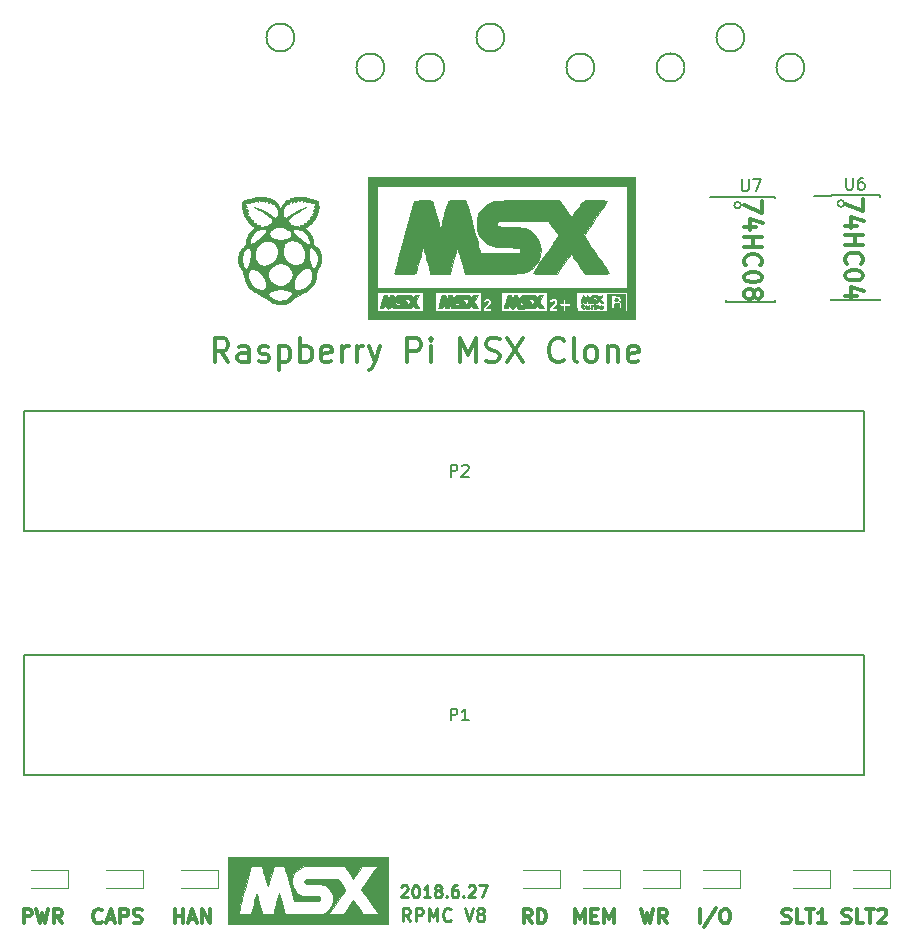
<source format=gbr>
G04 #@! TF.FileFunction,Legend,Top*
%FSLAX46Y46*%
G04 Gerber Fmt 4.6, Leading zero omitted, Abs format (unit mm)*
G04 Created by KiCad (PCBNEW 4.0.7) date 06/27/18 09:39:12*
%MOMM*%
%LPD*%
G01*
G04 APERTURE LIST*
%ADD10C,0.100000*%
%ADD11C,0.200000*%
%ADD12C,0.300000*%
%ADD13C,0.375000*%
%ADD14C,0.250000*%
%ADD15C,0.275000*%
%ADD16C,0.150000*%
%ADD17C,0.120000*%
%ADD18C,0.010000*%
G04 APERTURE END LIST*
D10*
D11*
X158487049Y-55727600D02*
G75*
G03X158487049Y-55727600I-1184849J0D01*
G01*
X166107049Y-58267600D02*
G75*
G03X166107049Y-58267600I-1184849J0D01*
G01*
X171187049Y-58267600D02*
G75*
G03X171187049Y-58267600I-1184849J0D01*
G01*
X176267049Y-55727600D02*
G75*
G03X176267049Y-55727600I-1184849J0D01*
G01*
X183887049Y-58267600D02*
G75*
G03X183887049Y-58267600I-1184849J0D01*
G01*
X191523498Y-58267600D02*
G75*
G03X191523498Y-58267600I-1184849J0D01*
G01*
X196596000Y-55727600D02*
G75*
G03X196596000Y-55727600I-1184849J0D01*
G01*
X201676000Y-58267600D02*
G75*
G03X201676000Y-58267600I-1184849J0D01*
G01*
X205046081Y-69786500D02*
G75*
G03X205046081Y-69786500I-283981J0D01*
G01*
X196308481Y-69926200D02*
G75*
G03X196308481Y-69926200I-283981J0D01*
G01*
D12*
X206637629Y-69443330D02*
X206637629Y-70443330D01*
X205137629Y-69800473D01*
X206137629Y-71657615D02*
X205137629Y-71657615D01*
X206709057Y-71300472D02*
X205637629Y-70943329D01*
X205637629Y-71871901D01*
X205137629Y-72443329D02*
X206637629Y-72443329D01*
X205923343Y-72443329D02*
X205923343Y-73300472D01*
X205137629Y-73300472D02*
X206637629Y-73300472D01*
X205280486Y-74871901D02*
X205209057Y-74800472D01*
X205137629Y-74586186D01*
X205137629Y-74443329D01*
X205209057Y-74229044D01*
X205351914Y-74086186D01*
X205494771Y-74014758D01*
X205780486Y-73943329D01*
X205994771Y-73943329D01*
X206280486Y-74014758D01*
X206423343Y-74086186D01*
X206566200Y-74229044D01*
X206637629Y-74443329D01*
X206637629Y-74586186D01*
X206566200Y-74800472D01*
X206494771Y-74871901D01*
X206637629Y-75800472D02*
X206637629Y-75943329D01*
X206566200Y-76086186D01*
X206494771Y-76157615D01*
X206351914Y-76229044D01*
X206066200Y-76300472D01*
X205709057Y-76300472D01*
X205423343Y-76229044D01*
X205280486Y-76157615D01*
X205209057Y-76086186D01*
X205137629Y-75943329D01*
X205137629Y-75800472D01*
X205209057Y-75657615D01*
X205280486Y-75586186D01*
X205423343Y-75514758D01*
X205709057Y-75443329D01*
X206066200Y-75443329D01*
X206351914Y-75514758D01*
X206494771Y-75586186D01*
X206566200Y-75657615D01*
X206637629Y-75800472D01*
X206137629Y-77586186D02*
X205137629Y-77586186D01*
X206709057Y-77229043D02*
X205637629Y-76871900D01*
X205637629Y-77800472D01*
X198077829Y-69595730D02*
X198077829Y-70595730D01*
X196577829Y-69952873D01*
X197577829Y-71810015D02*
X196577829Y-71810015D01*
X198149257Y-71452872D02*
X197077829Y-71095729D01*
X197077829Y-72024301D01*
X196577829Y-72595729D02*
X198077829Y-72595729D01*
X197363543Y-72595729D02*
X197363543Y-73452872D01*
X196577829Y-73452872D02*
X198077829Y-73452872D01*
X196720686Y-75024301D02*
X196649257Y-74952872D01*
X196577829Y-74738586D01*
X196577829Y-74595729D01*
X196649257Y-74381444D01*
X196792114Y-74238586D01*
X196934971Y-74167158D01*
X197220686Y-74095729D01*
X197434971Y-74095729D01*
X197720686Y-74167158D01*
X197863543Y-74238586D01*
X198006400Y-74381444D01*
X198077829Y-74595729D01*
X198077829Y-74738586D01*
X198006400Y-74952872D01*
X197934971Y-75024301D01*
X198077829Y-75952872D02*
X198077829Y-76095729D01*
X198006400Y-76238586D01*
X197934971Y-76310015D01*
X197792114Y-76381444D01*
X197506400Y-76452872D01*
X197149257Y-76452872D01*
X196863543Y-76381444D01*
X196720686Y-76310015D01*
X196649257Y-76238586D01*
X196577829Y-76095729D01*
X196577829Y-75952872D01*
X196649257Y-75810015D01*
X196720686Y-75738586D01*
X196863543Y-75667158D01*
X197149257Y-75595729D01*
X197506400Y-75595729D01*
X197792114Y-75667158D01*
X197934971Y-75738586D01*
X198006400Y-75810015D01*
X198077829Y-75952872D01*
X197434971Y-77310015D02*
X197506400Y-77167157D01*
X197577829Y-77095729D01*
X197720686Y-77024300D01*
X197792114Y-77024300D01*
X197934971Y-77095729D01*
X198006400Y-77167157D01*
X198077829Y-77310015D01*
X198077829Y-77595729D01*
X198006400Y-77738586D01*
X197934971Y-77810015D01*
X197792114Y-77881443D01*
X197720686Y-77881443D01*
X197577829Y-77810015D01*
X197506400Y-77738586D01*
X197434971Y-77595729D01*
X197434971Y-77310015D01*
X197363543Y-77167157D01*
X197292114Y-77095729D01*
X197149257Y-77024300D01*
X196863543Y-77024300D01*
X196720686Y-77095729D01*
X196649257Y-77167157D01*
X196577829Y-77310015D01*
X196577829Y-77595729D01*
X196649257Y-77738586D01*
X196720686Y-77810015D01*
X196863543Y-77881443D01*
X197149257Y-77881443D01*
X197292114Y-77810015D01*
X197363543Y-77738586D01*
X197434971Y-77595729D01*
D13*
X152910094Y-83200762D02*
X152243427Y-82248381D01*
X151767236Y-83200762D02*
X151767236Y-81200762D01*
X152529141Y-81200762D01*
X152719617Y-81296000D01*
X152814856Y-81391238D01*
X152910094Y-81581714D01*
X152910094Y-81867429D01*
X152814856Y-82057905D01*
X152719617Y-82153143D01*
X152529141Y-82248381D01*
X151767236Y-82248381D01*
X154624379Y-83200762D02*
X154624379Y-82153143D01*
X154529141Y-81962667D01*
X154338665Y-81867429D01*
X153957713Y-81867429D01*
X153767236Y-81962667D01*
X154624379Y-83105524D02*
X154433903Y-83200762D01*
X153957713Y-83200762D01*
X153767236Y-83105524D01*
X153671998Y-82915048D01*
X153671998Y-82724571D01*
X153767236Y-82534095D01*
X153957713Y-82438857D01*
X154433903Y-82438857D01*
X154624379Y-82343619D01*
X155481522Y-83105524D02*
X155671999Y-83200762D01*
X156052951Y-83200762D01*
X156243427Y-83105524D01*
X156338665Y-82915048D01*
X156338665Y-82819810D01*
X156243427Y-82629333D01*
X156052951Y-82534095D01*
X155767237Y-82534095D01*
X155576760Y-82438857D01*
X155481522Y-82248381D01*
X155481522Y-82153143D01*
X155576760Y-81962667D01*
X155767237Y-81867429D01*
X156052951Y-81867429D01*
X156243427Y-81962667D01*
X157195808Y-81867429D02*
X157195808Y-83867429D01*
X157195808Y-81962667D02*
X157386285Y-81867429D01*
X157767237Y-81867429D01*
X157957713Y-81962667D01*
X158052951Y-82057905D01*
X158148189Y-82248381D01*
X158148189Y-82819810D01*
X158052951Y-83010286D01*
X157957713Y-83105524D01*
X157767237Y-83200762D01*
X157386285Y-83200762D01*
X157195808Y-83105524D01*
X159005332Y-83200762D02*
X159005332Y-81200762D01*
X159005332Y-81962667D02*
X159195809Y-81867429D01*
X159576761Y-81867429D01*
X159767237Y-81962667D01*
X159862475Y-82057905D01*
X159957713Y-82248381D01*
X159957713Y-82819810D01*
X159862475Y-83010286D01*
X159767237Y-83105524D01*
X159576761Y-83200762D01*
X159195809Y-83200762D01*
X159005332Y-83105524D01*
X161576761Y-83105524D02*
X161386285Y-83200762D01*
X161005333Y-83200762D01*
X160814856Y-83105524D01*
X160719618Y-82915048D01*
X160719618Y-82153143D01*
X160814856Y-81962667D01*
X161005333Y-81867429D01*
X161386285Y-81867429D01*
X161576761Y-81962667D01*
X161671999Y-82153143D01*
X161671999Y-82343619D01*
X160719618Y-82534095D01*
X162529142Y-83200762D02*
X162529142Y-81867429D01*
X162529142Y-82248381D02*
X162624381Y-82057905D01*
X162719619Y-81962667D01*
X162910095Y-81867429D01*
X163100571Y-81867429D01*
X163767237Y-83200762D02*
X163767237Y-81867429D01*
X163767237Y-82248381D02*
X163862476Y-82057905D01*
X163957714Y-81962667D01*
X164148190Y-81867429D01*
X164338666Y-81867429D01*
X164814856Y-81867429D02*
X165291047Y-83200762D01*
X165767237Y-81867429D02*
X165291047Y-83200762D01*
X165100571Y-83676952D01*
X165005332Y-83772190D01*
X164814856Y-83867429D01*
X168052952Y-83200762D02*
X168052952Y-81200762D01*
X168814857Y-81200762D01*
X169005333Y-81296000D01*
X169100572Y-81391238D01*
X169195810Y-81581714D01*
X169195810Y-81867429D01*
X169100572Y-82057905D01*
X169005333Y-82153143D01*
X168814857Y-82248381D01*
X168052952Y-82248381D01*
X170052952Y-83200762D02*
X170052952Y-81867429D01*
X170052952Y-81200762D02*
X169957714Y-81296000D01*
X170052952Y-81391238D01*
X170148191Y-81296000D01*
X170052952Y-81200762D01*
X170052952Y-81391238D01*
X172529143Y-83200762D02*
X172529143Y-81200762D01*
X173195810Y-82629333D01*
X173862477Y-81200762D01*
X173862477Y-83200762D01*
X174719619Y-83105524D02*
X175005334Y-83200762D01*
X175481524Y-83200762D01*
X175672000Y-83105524D01*
X175767238Y-83010286D01*
X175862477Y-82819810D01*
X175862477Y-82629333D01*
X175767238Y-82438857D01*
X175672000Y-82343619D01*
X175481524Y-82248381D01*
X175100572Y-82153143D01*
X174910096Y-82057905D01*
X174814857Y-81962667D01*
X174719619Y-81772190D01*
X174719619Y-81581714D01*
X174814857Y-81391238D01*
X174910096Y-81296000D01*
X175100572Y-81200762D01*
X175576762Y-81200762D01*
X175862477Y-81296000D01*
X176529143Y-81200762D02*
X177862477Y-83200762D01*
X177862477Y-81200762D02*
X176529143Y-83200762D01*
X181291049Y-83010286D02*
X181195811Y-83105524D01*
X180910096Y-83200762D01*
X180719620Y-83200762D01*
X180433906Y-83105524D01*
X180243430Y-82915048D01*
X180148191Y-82724571D01*
X180052953Y-82343619D01*
X180052953Y-82057905D01*
X180148191Y-81676952D01*
X180243430Y-81486476D01*
X180433906Y-81296000D01*
X180719620Y-81200762D01*
X180910096Y-81200762D01*
X181195811Y-81296000D01*
X181291049Y-81391238D01*
X182433906Y-83200762D02*
X182243430Y-83105524D01*
X182148191Y-82915048D01*
X182148191Y-81200762D01*
X183481525Y-83200762D02*
X183291049Y-83105524D01*
X183195810Y-83010286D01*
X183100572Y-82819810D01*
X183100572Y-82248381D01*
X183195810Y-82057905D01*
X183291049Y-81962667D01*
X183481525Y-81867429D01*
X183767239Y-81867429D01*
X183957715Y-81962667D01*
X184052953Y-82057905D01*
X184148191Y-82248381D01*
X184148191Y-82819810D01*
X184052953Y-83010286D01*
X183957715Y-83105524D01*
X183767239Y-83200762D01*
X183481525Y-83200762D01*
X185005334Y-81867429D02*
X185005334Y-83200762D01*
X185005334Y-82057905D02*
X185100573Y-81962667D01*
X185291049Y-81867429D01*
X185576763Y-81867429D01*
X185767239Y-81962667D01*
X185862477Y-82153143D01*
X185862477Y-83200762D01*
X187576763Y-83105524D02*
X187386287Y-83200762D01*
X187005335Y-83200762D01*
X186814858Y-83105524D01*
X186719620Y-82915048D01*
X186719620Y-82153143D01*
X186814858Y-81962667D01*
X187005335Y-81867429D01*
X187386287Y-81867429D01*
X187576763Y-81962667D01*
X187672001Y-82153143D01*
X187672001Y-82343619D01*
X186719620Y-82534095D01*
D14*
X167526153Y-127614419D02*
X167573772Y-127566800D01*
X167669010Y-127519181D01*
X167907106Y-127519181D01*
X168002344Y-127566800D01*
X168049963Y-127614419D01*
X168097582Y-127709657D01*
X168097582Y-127804895D01*
X168049963Y-127947752D01*
X167478534Y-128519181D01*
X168097582Y-128519181D01*
X168716629Y-127519181D02*
X168811868Y-127519181D01*
X168907106Y-127566800D01*
X168954725Y-127614419D01*
X169002344Y-127709657D01*
X169049963Y-127900133D01*
X169049963Y-128138229D01*
X169002344Y-128328705D01*
X168954725Y-128423943D01*
X168907106Y-128471562D01*
X168811868Y-128519181D01*
X168716629Y-128519181D01*
X168621391Y-128471562D01*
X168573772Y-128423943D01*
X168526153Y-128328705D01*
X168478534Y-128138229D01*
X168478534Y-127900133D01*
X168526153Y-127709657D01*
X168573772Y-127614419D01*
X168621391Y-127566800D01*
X168716629Y-127519181D01*
X170002344Y-128519181D02*
X169430915Y-128519181D01*
X169716629Y-128519181D02*
X169716629Y-127519181D01*
X169621391Y-127662038D01*
X169526153Y-127757276D01*
X169430915Y-127804895D01*
X170573772Y-127947752D02*
X170478534Y-127900133D01*
X170430915Y-127852514D01*
X170383296Y-127757276D01*
X170383296Y-127709657D01*
X170430915Y-127614419D01*
X170478534Y-127566800D01*
X170573772Y-127519181D01*
X170764249Y-127519181D01*
X170859487Y-127566800D01*
X170907106Y-127614419D01*
X170954725Y-127709657D01*
X170954725Y-127757276D01*
X170907106Y-127852514D01*
X170859487Y-127900133D01*
X170764249Y-127947752D01*
X170573772Y-127947752D01*
X170478534Y-127995371D01*
X170430915Y-128042990D01*
X170383296Y-128138229D01*
X170383296Y-128328705D01*
X170430915Y-128423943D01*
X170478534Y-128471562D01*
X170573772Y-128519181D01*
X170764249Y-128519181D01*
X170859487Y-128471562D01*
X170907106Y-128423943D01*
X170954725Y-128328705D01*
X170954725Y-128138229D01*
X170907106Y-128042990D01*
X170859487Y-127995371D01*
X170764249Y-127947752D01*
X171383296Y-128423943D02*
X171430915Y-128471562D01*
X171383296Y-128519181D01*
X171335677Y-128471562D01*
X171383296Y-128423943D01*
X171383296Y-128519181D01*
X172288058Y-127519181D02*
X172097581Y-127519181D01*
X172002343Y-127566800D01*
X171954724Y-127614419D01*
X171859486Y-127757276D01*
X171811867Y-127947752D01*
X171811867Y-128328705D01*
X171859486Y-128423943D01*
X171907105Y-128471562D01*
X172002343Y-128519181D01*
X172192820Y-128519181D01*
X172288058Y-128471562D01*
X172335677Y-128423943D01*
X172383296Y-128328705D01*
X172383296Y-128090610D01*
X172335677Y-127995371D01*
X172288058Y-127947752D01*
X172192820Y-127900133D01*
X172002343Y-127900133D01*
X171907105Y-127947752D01*
X171859486Y-127995371D01*
X171811867Y-128090610D01*
X172811867Y-128423943D02*
X172859486Y-128471562D01*
X172811867Y-128519181D01*
X172764248Y-128471562D01*
X172811867Y-128423943D01*
X172811867Y-128519181D01*
X173240438Y-127614419D02*
X173288057Y-127566800D01*
X173383295Y-127519181D01*
X173621391Y-127519181D01*
X173716629Y-127566800D01*
X173764248Y-127614419D01*
X173811867Y-127709657D01*
X173811867Y-127804895D01*
X173764248Y-127947752D01*
X173192819Y-128519181D01*
X173811867Y-128519181D01*
X174145200Y-127519181D02*
X174811867Y-127519181D01*
X174383295Y-128519181D01*
D12*
X204898857Y-130660714D02*
X205070286Y-130717857D01*
X205356000Y-130717857D01*
X205470286Y-130660714D01*
X205527429Y-130603571D01*
X205584572Y-130489286D01*
X205584572Y-130375000D01*
X205527429Y-130260714D01*
X205470286Y-130203571D01*
X205356000Y-130146429D01*
X205127429Y-130089286D01*
X205013143Y-130032143D01*
X204956000Y-129975000D01*
X204898857Y-129860714D01*
X204898857Y-129746429D01*
X204956000Y-129632143D01*
X205013143Y-129575000D01*
X205127429Y-129517857D01*
X205413143Y-129517857D01*
X205584572Y-129575000D01*
X206670286Y-130717857D02*
X206098857Y-130717857D01*
X206098857Y-129517857D01*
X206898858Y-129517857D02*
X207584572Y-129517857D01*
X207241715Y-130717857D02*
X207241715Y-129517857D01*
X207927429Y-129632143D02*
X207984572Y-129575000D01*
X208098858Y-129517857D01*
X208384572Y-129517857D01*
X208498858Y-129575000D01*
X208556001Y-129632143D01*
X208613144Y-129746429D01*
X208613144Y-129860714D01*
X208556001Y-130032143D01*
X207870287Y-130717857D01*
X208613144Y-130717857D01*
X199818857Y-130660714D02*
X199990286Y-130717857D01*
X200276000Y-130717857D01*
X200390286Y-130660714D01*
X200447429Y-130603571D01*
X200504572Y-130489286D01*
X200504572Y-130375000D01*
X200447429Y-130260714D01*
X200390286Y-130203571D01*
X200276000Y-130146429D01*
X200047429Y-130089286D01*
X199933143Y-130032143D01*
X199876000Y-129975000D01*
X199818857Y-129860714D01*
X199818857Y-129746429D01*
X199876000Y-129632143D01*
X199933143Y-129575000D01*
X200047429Y-129517857D01*
X200333143Y-129517857D01*
X200504572Y-129575000D01*
X201590286Y-130717857D02*
X201018857Y-130717857D01*
X201018857Y-129517857D01*
X201818858Y-129517857D02*
X202504572Y-129517857D01*
X202161715Y-130717857D02*
X202161715Y-129517857D01*
X203533144Y-130717857D02*
X202847429Y-130717857D01*
X203190287Y-130717857D02*
X203190287Y-129517857D01*
X203076001Y-129689286D01*
X202961715Y-129803571D01*
X202847429Y-129860714D01*
X192798857Y-130717857D02*
X192798857Y-129517857D01*
X194227429Y-129460714D02*
X193198858Y-131003571D01*
X194856001Y-129517857D02*
X195084572Y-129517857D01*
X195198858Y-129575000D01*
X195313144Y-129689286D01*
X195370286Y-129917857D01*
X195370286Y-130317857D01*
X195313144Y-130546429D01*
X195198858Y-130660714D01*
X195084572Y-130717857D01*
X194856001Y-130717857D01*
X194741715Y-130660714D01*
X194627429Y-130546429D01*
X194570286Y-130317857D01*
X194570286Y-129917857D01*
X194627429Y-129689286D01*
X194741715Y-129575000D01*
X194856001Y-129517857D01*
X187861715Y-129517857D02*
X188147429Y-130717857D01*
X188376000Y-129860714D01*
X188604572Y-130717857D01*
X188890286Y-129517857D01*
X190033144Y-130717857D02*
X189633144Y-130146429D01*
X189347429Y-130717857D02*
X189347429Y-129517857D01*
X189804572Y-129517857D01*
X189918858Y-129575000D01*
X189976001Y-129632143D01*
X190033144Y-129746429D01*
X190033144Y-129917857D01*
X189976001Y-130032143D01*
X189918858Y-130089286D01*
X189804572Y-130146429D01*
X189347429Y-130146429D01*
X182267428Y-130717857D02*
X182267428Y-129517857D01*
X182667428Y-130375000D01*
X183067428Y-129517857D01*
X183067428Y-130717857D01*
X183638857Y-130089286D02*
X184038857Y-130089286D01*
X184210286Y-130717857D02*
X183638857Y-130717857D01*
X183638857Y-129517857D01*
X184210286Y-129517857D01*
X184724571Y-130717857D02*
X184724571Y-129517857D01*
X185124571Y-130375000D01*
X185524571Y-129517857D01*
X185524571Y-130717857D01*
X178587429Y-130717857D02*
X178187429Y-130146429D01*
X177901714Y-130717857D02*
X177901714Y-129517857D01*
X178358857Y-129517857D01*
X178473143Y-129575000D01*
X178530286Y-129632143D01*
X178587429Y-129746429D01*
X178587429Y-129917857D01*
X178530286Y-130032143D01*
X178473143Y-130089286D01*
X178358857Y-130146429D01*
X177901714Y-130146429D01*
X179101714Y-130717857D02*
X179101714Y-129517857D01*
X179387429Y-129517857D01*
X179558857Y-129575000D01*
X179673143Y-129689286D01*
X179730286Y-129803571D01*
X179787429Y-130032143D01*
X179787429Y-130203571D01*
X179730286Y-130432143D01*
X179673143Y-130546429D01*
X179558857Y-130660714D01*
X179387429Y-130717857D01*
X179101714Y-130717857D01*
X148374286Y-130717857D02*
X148374286Y-129517857D01*
X148374286Y-130089286D02*
X149060001Y-130089286D01*
X149060001Y-130717857D02*
X149060001Y-129517857D01*
X149574286Y-130375000D02*
X150145715Y-130375000D01*
X149460001Y-130717857D02*
X149860001Y-129517857D01*
X150260001Y-130717857D01*
X150660000Y-130717857D02*
X150660000Y-129517857D01*
X151345715Y-130717857D01*
X151345715Y-129517857D01*
X142195715Y-130603571D02*
X142138572Y-130660714D01*
X141967143Y-130717857D01*
X141852857Y-130717857D01*
X141681429Y-130660714D01*
X141567143Y-130546429D01*
X141510000Y-130432143D01*
X141452857Y-130203571D01*
X141452857Y-130032143D01*
X141510000Y-129803571D01*
X141567143Y-129689286D01*
X141681429Y-129575000D01*
X141852857Y-129517857D01*
X141967143Y-129517857D01*
X142138572Y-129575000D01*
X142195715Y-129632143D01*
X142652857Y-130375000D02*
X143224286Y-130375000D01*
X142538572Y-130717857D02*
X142938572Y-129517857D01*
X143338572Y-130717857D01*
X143738571Y-130717857D02*
X143738571Y-129517857D01*
X144195714Y-129517857D01*
X144310000Y-129575000D01*
X144367143Y-129632143D01*
X144424286Y-129746429D01*
X144424286Y-129917857D01*
X144367143Y-130032143D01*
X144310000Y-130089286D01*
X144195714Y-130146429D01*
X143738571Y-130146429D01*
X144881428Y-130660714D02*
X145052857Y-130717857D01*
X145338571Y-130717857D01*
X145452857Y-130660714D01*
X145510000Y-130603571D01*
X145567143Y-130489286D01*
X145567143Y-130375000D01*
X145510000Y-130260714D01*
X145452857Y-130203571D01*
X145338571Y-130146429D01*
X145110000Y-130089286D01*
X144995714Y-130032143D01*
X144938571Y-129975000D01*
X144881428Y-129860714D01*
X144881428Y-129746429D01*
X144938571Y-129632143D01*
X144995714Y-129575000D01*
X145110000Y-129517857D01*
X145395714Y-129517857D01*
X145567143Y-129575000D01*
X135560000Y-130717857D02*
X135560000Y-129517857D01*
X136017143Y-129517857D01*
X136131429Y-129575000D01*
X136188572Y-129632143D01*
X136245715Y-129746429D01*
X136245715Y-129917857D01*
X136188572Y-130032143D01*
X136131429Y-130089286D01*
X136017143Y-130146429D01*
X135560000Y-130146429D01*
X136645715Y-129517857D02*
X136931429Y-130717857D01*
X137160000Y-129860714D01*
X137388572Y-130717857D01*
X137674286Y-129517857D01*
X138817144Y-130717857D02*
X138417144Y-130146429D01*
X138131429Y-130717857D02*
X138131429Y-129517857D01*
X138588572Y-129517857D01*
X138702858Y-129575000D01*
X138760001Y-129632143D01*
X138817144Y-129746429D01*
X138817144Y-129917857D01*
X138760001Y-130032143D01*
X138702858Y-130089286D01*
X138588572Y-130146429D01*
X138131429Y-130146429D01*
D15*
X168292019Y-130545619D02*
X167925353Y-130021810D01*
X167663448Y-130545619D02*
X167663448Y-129445619D01*
X168082495Y-129445619D01*
X168187257Y-129498000D01*
X168239638Y-129550381D01*
X168292019Y-129655143D01*
X168292019Y-129812286D01*
X168239638Y-129917048D01*
X168187257Y-129969429D01*
X168082495Y-130021810D01*
X167663448Y-130021810D01*
X168763448Y-130545619D02*
X168763448Y-129445619D01*
X169182495Y-129445619D01*
X169287257Y-129498000D01*
X169339638Y-129550381D01*
X169392019Y-129655143D01*
X169392019Y-129812286D01*
X169339638Y-129917048D01*
X169287257Y-129969429D01*
X169182495Y-130021810D01*
X168763448Y-130021810D01*
X169863448Y-130545619D02*
X169863448Y-129445619D01*
X170230114Y-130231333D01*
X170596781Y-129445619D01*
X170596781Y-130545619D01*
X171749162Y-130440857D02*
X171696781Y-130493238D01*
X171539638Y-130545619D01*
X171434876Y-130545619D01*
X171277734Y-130493238D01*
X171172972Y-130388476D01*
X171120591Y-130283714D01*
X171068210Y-130074190D01*
X171068210Y-129917048D01*
X171120591Y-129707524D01*
X171172972Y-129602762D01*
X171277734Y-129498000D01*
X171434876Y-129445619D01*
X171539638Y-129445619D01*
X171696781Y-129498000D01*
X171749162Y-129550381D01*
X172901543Y-129445619D02*
X173268210Y-130545619D01*
X173634876Y-129445619D01*
X174158686Y-129917048D02*
X174053924Y-129864667D01*
X174001543Y-129812286D01*
X173949162Y-129707524D01*
X173949162Y-129655143D01*
X174001543Y-129550381D01*
X174053924Y-129498000D01*
X174158686Y-129445619D01*
X174368209Y-129445619D01*
X174472971Y-129498000D01*
X174525352Y-129550381D01*
X174577733Y-129655143D01*
X174577733Y-129707524D01*
X174525352Y-129812286D01*
X174472971Y-129864667D01*
X174368209Y-129917048D01*
X174158686Y-129917048D01*
X174053924Y-129969429D01*
X174001543Y-130021810D01*
X173949162Y-130126571D01*
X173949162Y-130336095D01*
X174001543Y-130440857D01*
X174053924Y-130493238D01*
X174158686Y-130545619D01*
X174368209Y-130545619D01*
X174472971Y-130493238D01*
X174525352Y-130440857D01*
X174577733Y-130336095D01*
X174577733Y-130126571D01*
X174525352Y-130021810D01*
X174472971Y-129969429D01*
X174368209Y-129917048D01*
D16*
X135636000Y-108021000D02*
X206756000Y-108021000D01*
X206756000Y-108021000D02*
X206756000Y-118181000D01*
X206756000Y-118181000D02*
X135636000Y-118181000D01*
X135636000Y-118181000D02*
X135636000Y-108021000D01*
X135636000Y-87376000D02*
X206756000Y-87376000D01*
X206756000Y-87376000D02*
X206756000Y-97536000D01*
X206756000Y-97536000D02*
X135636000Y-97536000D01*
X135636000Y-97536000D02*
X135636000Y-87376000D01*
D17*
X205756000Y-126250000D02*
X208956000Y-126250000D01*
X208956000Y-127750000D02*
X205756000Y-127750000D01*
X208956000Y-127750000D02*
X208956000Y-126250000D01*
X200676000Y-126250000D02*
X203876000Y-126250000D01*
X203876000Y-127750000D02*
X200676000Y-127750000D01*
X203876000Y-127750000D02*
X203876000Y-126250000D01*
X193056000Y-126250000D02*
X196256000Y-126250000D01*
X196256000Y-127750000D02*
X193056000Y-127750000D01*
X196256000Y-127750000D02*
X196256000Y-126250000D01*
X187976000Y-126250000D02*
X191176000Y-126250000D01*
X191176000Y-127750000D02*
X187976000Y-127750000D01*
X191176000Y-127750000D02*
X191176000Y-126250000D01*
X182896000Y-126250000D02*
X186096000Y-126250000D01*
X186096000Y-127750000D02*
X182896000Y-127750000D01*
X186096000Y-127750000D02*
X186096000Y-126250000D01*
X177816000Y-126250000D02*
X181016000Y-126250000D01*
X181016000Y-127750000D02*
X177816000Y-127750000D01*
X181016000Y-127750000D02*
X181016000Y-126250000D01*
X148860000Y-126250000D02*
X152060000Y-126250000D01*
X152060000Y-127750000D02*
X148860000Y-127750000D01*
X152060000Y-127750000D02*
X152060000Y-126250000D01*
X142510000Y-126250000D02*
X145710000Y-126250000D01*
X145710000Y-127750000D02*
X142510000Y-127750000D01*
X145710000Y-127750000D02*
X145710000Y-126250000D01*
X136160000Y-126250000D02*
X139360000Y-126250000D01*
X139360000Y-127750000D02*
X136160000Y-127750000D01*
X139360000Y-127750000D02*
X139360000Y-126250000D01*
D18*
G36*
X166412333Y-130750733D02*
X152865667Y-130750733D01*
X152865667Y-129893483D01*
X153764541Y-129893483D01*
X153776332Y-129916182D01*
X153837308Y-129931802D01*
X153957355Y-129941334D01*
X154146359Y-129945770D01*
X154291934Y-129946400D01*
X154838260Y-129946400D01*
X155047880Y-129079135D01*
X155111068Y-128821811D01*
X155168715Y-128594782D01*
X155217608Y-128410079D01*
X155254536Y-128279735D01*
X155276285Y-128215784D01*
X155279586Y-128211301D01*
X155297903Y-128249626D01*
X155333564Y-128355524D01*
X155382136Y-128514750D01*
X155439184Y-128713060D01*
X155467188Y-128813983D01*
X155533618Y-129054456D01*
X155599653Y-129290638D01*
X155658565Y-129498648D01*
X155703626Y-129654606D01*
X155711686Y-129681816D01*
X155790667Y-129946400D01*
X156254333Y-129946400D01*
X156441041Y-129945498D01*
X156591820Y-129943056D01*
X156689542Y-129939462D01*
X156718096Y-129935816D01*
X156728705Y-129888527D01*
X156757719Y-129775103D01*
X156801169Y-129610151D01*
X156855089Y-129408278D01*
X156915511Y-129184092D01*
X156978467Y-128952198D01*
X157039991Y-128727205D01*
X157096114Y-128523719D01*
X157142869Y-128356348D01*
X157176289Y-128239698D01*
X157192406Y-128188376D01*
X157193020Y-128187268D01*
X157207834Y-128221620D01*
X157240693Y-128326313D01*
X157288256Y-128489768D01*
X157347185Y-128700404D01*
X157414141Y-128946641D01*
X157441387Y-129048614D01*
X157674481Y-129925233D01*
X159258490Y-129936341D01*
X160842498Y-129947448D01*
X161062462Y-129839830D01*
X161337523Y-129661160D01*
X161549747Y-129428462D01*
X161694639Y-129149063D01*
X161767707Y-128830287D01*
X161775957Y-128676400D01*
X161739164Y-128344297D01*
X161626724Y-128050166D01*
X161438451Y-127793587D01*
X161348775Y-127707418D01*
X161215468Y-127600797D01*
X161081811Y-127522035D01*
X160931860Y-127467185D01*
X160749673Y-127432305D01*
X160519307Y-127413448D01*
X160224819Y-127406670D01*
X160132209Y-127406399D01*
X159852698Y-127403655D01*
X159646907Y-127393260D01*
X159504003Y-127371971D01*
X159413155Y-127336546D01*
X159363529Y-127283741D01*
X159344294Y-127210314D01*
X159342666Y-127170029D01*
X159344642Y-127109513D01*
X159356045Y-127060706D01*
X159385094Y-127022349D01*
X159440006Y-126993183D01*
X159528998Y-126971951D01*
X159660288Y-126957393D01*
X159842092Y-126948251D01*
X160082628Y-126943266D01*
X160390114Y-126941181D01*
X160772765Y-126940736D01*
X160839813Y-126940733D01*
X162203913Y-126940733D01*
X162511430Y-127390590D01*
X162627422Y-127567252D01*
X162719020Y-127720400D01*
X162778100Y-127835467D01*
X162796540Y-127897887D01*
X162795851Y-127900634D01*
X162766338Y-127949940D01*
X162694587Y-128059007D01*
X162587060Y-128218335D01*
X162450221Y-128418425D01*
X162290530Y-128649779D01*
X162114452Y-128902899D01*
X162094878Y-128930923D01*
X161918929Y-129183501D01*
X161759967Y-129413192D01*
X161624163Y-129610957D01*
X161517690Y-129767755D01*
X161446720Y-129874549D01*
X161417425Y-129922297D01*
X161417000Y-129923713D01*
X161456878Y-129931654D01*
X161566696Y-129938381D01*
X161731732Y-129943363D01*
X161937261Y-129946067D01*
X162044227Y-129946400D01*
X162671455Y-129946400D01*
X163485237Y-128753642D01*
X163713171Y-129064271D01*
X163849225Y-129250978D01*
X163997582Y-129456572D01*
X164128832Y-129640272D01*
X164143268Y-129660650D01*
X164345432Y-129946399D01*
X164955549Y-129946400D01*
X165171875Y-129944669D01*
X165354458Y-129939911D01*
X165488372Y-129932772D01*
X165558687Y-129923902D01*
X165565667Y-129919904D01*
X165542187Y-129879800D01*
X165475868Y-129779657D01*
X165372890Y-129628466D01*
X165239433Y-129435223D01*
X165081677Y-129208919D01*
X164905804Y-128958548D01*
X164874724Y-128914488D01*
X164694817Y-128659312D01*
X164530287Y-128425405D01*
X164387643Y-128222063D01*
X164273394Y-128058582D01*
X164194048Y-127944259D01*
X164156114Y-127888388D01*
X164154411Y-127885647D01*
X164170018Y-127838109D01*
X164230862Y-127730155D01*
X164331945Y-127569522D01*
X164468266Y-127363945D01*
X164634825Y-127121160D01*
X164803021Y-126882060D01*
X164979962Y-126632370D01*
X165139682Y-126405445D01*
X165275903Y-126210332D01*
X165382344Y-126056078D01*
X165452724Y-125951729D01*
X165480766Y-125906331D01*
X165481000Y-125905396D01*
X165441128Y-125897421D01*
X165331350Y-125890842D01*
X165166423Y-125886169D01*
X164961101Y-125883911D01*
X164856583Y-125883825D01*
X164232167Y-125885251D01*
X163943756Y-126299216D01*
X163820792Y-126474240D01*
X163706426Y-126634401D01*
X163614369Y-126760652D01*
X163562756Y-126828508D01*
X163470167Y-126943834D01*
X163089167Y-126412548D01*
X162708167Y-125881261D01*
X161014833Y-125892413D01*
X159321500Y-125903566D01*
X159083586Y-126015121D01*
X158783350Y-126192119D01*
X158558153Y-126407510D01*
X158406362Y-126663770D01*
X158326348Y-126963371D01*
X158312063Y-127185232D01*
X158318573Y-127366770D01*
X158343473Y-127508539D01*
X158396850Y-127651533D01*
X158457433Y-127776021D01*
X158627619Y-128037850D01*
X158834775Y-128236005D01*
X159069136Y-128361632D01*
X159121486Y-128378135D01*
X159218947Y-128393523D01*
X159381730Y-128406578D01*
X159590500Y-128416257D01*
X159825920Y-128421516D01*
X159937450Y-128422163D01*
X160229176Y-128425119D01*
X160441039Y-128433970D01*
X160577661Y-128449048D01*
X160643662Y-128470685D01*
X160646533Y-128473200D01*
X160691497Y-128565700D01*
X160695836Y-128685060D01*
X160662875Y-128793221D01*
X160614037Y-128844999D01*
X160539845Y-128860346D01*
X160385119Y-128871430D01*
X160153888Y-128878133D01*
X159850185Y-128880331D01*
X159507255Y-128878239D01*
X158483768Y-128866900D01*
X158108642Y-127533400D01*
X158016003Y-127203984D01*
X157928951Y-126894243D01*
X157850610Y-126615303D01*
X157784101Y-126378289D01*
X157732547Y-126194324D01*
X157699070Y-126074534D01*
X157689413Y-126039738D01*
X157645309Y-125879576D01*
X156741057Y-125903566D01*
X156505953Y-126707900D01*
X156432485Y-126958469D01*
X156366122Y-127183345D01*
X156310874Y-127369049D01*
X156270754Y-127502105D01*
X156249774Y-127569037D01*
X156248693Y-127572095D01*
X156231319Y-127552115D01*
X156195763Y-127461511D01*
X156145715Y-127311454D01*
X156084866Y-127113112D01*
X156016904Y-126877655D01*
X156003941Y-126831262D01*
X155933958Y-126579660D01*
X155870772Y-126352753D01*
X155818258Y-126164433D01*
X155780290Y-126028591D01*
X155760743Y-125959119D01*
X155759987Y-125956483D01*
X155741238Y-125923988D01*
X155697462Y-125902533D01*
X155613851Y-125889918D01*
X155475594Y-125883941D01*
X155267883Y-125882400D01*
X154784549Y-125882400D01*
X154284011Y-127861483D01*
X154183613Y-128258006D01*
X154089162Y-128630186D01*
X154002755Y-128969824D01*
X153926487Y-129268722D01*
X153862455Y-129518680D01*
X153812754Y-129711499D01*
X153779481Y-129838982D01*
X153764731Y-129892928D01*
X153764541Y-129893483D01*
X152865667Y-129893483D01*
X152865667Y-125120400D01*
X166412333Y-125120400D01*
X166412333Y-130750733D01*
X166412333Y-130750733D01*
G37*
X166412333Y-130750733D02*
X152865667Y-130750733D01*
X152865667Y-129893483D01*
X153764541Y-129893483D01*
X153776332Y-129916182D01*
X153837308Y-129931802D01*
X153957355Y-129941334D01*
X154146359Y-129945770D01*
X154291934Y-129946400D01*
X154838260Y-129946400D01*
X155047880Y-129079135D01*
X155111068Y-128821811D01*
X155168715Y-128594782D01*
X155217608Y-128410079D01*
X155254536Y-128279735D01*
X155276285Y-128215784D01*
X155279586Y-128211301D01*
X155297903Y-128249626D01*
X155333564Y-128355524D01*
X155382136Y-128514750D01*
X155439184Y-128713060D01*
X155467188Y-128813983D01*
X155533618Y-129054456D01*
X155599653Y-129290638D01*
X155658565Y-129498648D01*
X155703626Y-129654606D01*
X155711686Y-129681816D01*
X155790667Y-129946400D01*
X156254333Y-129946400D01*
X156441041Y-129945498D01*
X156591820Y-129943056D01*
X156689542Y-129939462D01*
X156718096Y-129935816D01*
X156728705Y-129888527D01*
X156757719Y-129775103D01*
X156801169Y-129610151D01*
X156855089Y-129408278D01*
X156915511Y-129184092D01*
X156978467Y-128952198D01*
X157039991Y-128727205D01*
X157096114Y-128523719D01*
X157142869Y-128356348D01*
X157176289Y-128239698D01*
X157192406Y-128188376D01*
X157193020Y-128187268D01*
X157207834Y-128221620D01*
X157240693Y-128326313D01*
X157288256Y-128489768D01*
X157347185Y-128700404D01*
X157414141Y-128946641D01*
X157441387Y-129048614D01*
X157674481Y-129925233D01*
X159258490Y-129936341D01*
X160842498Y-129947448D01*
X161062462Y-129839830D01*
X161337523Y-129661160D01*
X161549747Y-129428462D01*
X161694639Y-129149063D01*
X161767707Y-128830287D01*
X161775957Y-128676400D01*
X161739164Y-128344297D01*
X161626724Y-128050166D01*
X161438451Y-127793587D01*
X161348775Y-127707418D01*
X161215468Y-127600797D01*
X161081811Y-127522035D01*
X160931860Y-127467185D01*
X160749673Y-127432305D01*
X160519307Y-127413448D01*
X160224819Y-127406670D01*
X160132209Y-127406399D01*
X159852698Y-127403655D01*
X159646907Y-127393260D01*
X159504003Y-127371971D01*
X159413155Y-127336546D01*
X159363529Y-127283741D01*
X159344294Y-127210314D01*
X159342666Y-127170029D01*
X159344642Y-127109513D01*
X159356045Y-127060706D01*
X159385094Y-127022349D01*
X159440006Y-126993183D01*
X159528998Y-126971951D01*
X159660288Y-126957393D01*
X159842092Y-126948251D01*
X160082628Y-126943266D01*
X160390114Y-126941181D01*
X160772765Y-126940736D01*
X160839813Y-126940733D01*
X162203913Y-126940733D01*
X162511430Y-127390590D01*
X162627422Y-127567252D01*
X162719020Y-127720400D01*
X162778100Y-127835467D01*
X162796540Y-127897887D01*
X162795851Y-127900634D01*
X162766338Y-127949940D01*
X162694587Y-128059007D01*
X162587060Y-128218335D01*
X162450221Y-128418425D01*
X162290530Y-128649779D01*
X162114452Y-128902899D01*
X162094878Y-128930923D01*
X161918929Y-129183501D01*
X161759967Y-129413192D01*
X161624163Y-129610957D01*
X161517690Y-129767755D01*
X161446720Y-129874549D01*
X161417425Y-129922297D01*
X161417000Y-129923713D01*
X161456878Y-129931654D01*
X161566696Y-129938381D01*
X161731732Y-129943363D01*
X161937261Y-129946067D01*
X162044227Y-129946400D01*
X162671455Y-129946400D01*
X163485237Y-128753642D01*
X163713171Y-129064271D01*
X163849225Y-129250978D01*
X163997582Y-129456572D01*
X164128832Y-129640272D01*
X164143268Y-129660650D01*
X164345432Y-129946399D01*
X164955549Y-129946400D01*
X165171875Y-129944669D01*
X165354458Y-129939911D01*
X165488372Y-129932772D01*
X165558687Y-129923902D01*
X165565667Y-129919904D01*
X165542187Y-129879800D01*
X165475868Y-129779657D01*
X165372890Y-129628466D01*
X165239433Y-129435223D01*
X165081677Y-129208919D01*
X164905804Y-128958548D01*
X164874724Y-128914488D01*
X164694817Y-128659312D01*
X164530287Y-128425405D01*
X164387643Y-128222063D01*
X164273394Y-128058582D01*
X164194048Y-127944259D01*
X164156114Y-127888388D01*
X164154411Y-127885647D01*
X164170018Y-127838109D01*
X164230862Y-127730155D01*
X164331945Y-127569522D01*
X164468266Y-127363945D01*
X164634825Y-127121160D01*
X164803021Y-126882060D01*
X164979962Y-126632370D01*
X165139682Y-126405445D01*
X165275903Y-126210332D01*
X165382344Y-126056078D01*
X165452724Y-125951729D01*
X165480766Y-125906331D01*
X165481000Y-125905396D01*
X165441128Y-125897421D01*
X165331350Y-125890842D01*
X165166423Y-125886169D01*
X164961101Y-125883911D01*
X164856583Y-125883825D01*
X164232167Y-125885251D01*
X163943756Y-126299216D01*
X163820792Y-126474240D01*
X163706426Y-126634401D01*
X163614369Y-126760652D01*
X163562756Y-126828508D01*
X163470167Y-126943834D01*
X163089167Y-126412548D01*
X162708167Y-125881261D01*
X161014833Y-125892413D01*
X159321500Y-125903566D01*
X159083586Y-126015121D01*
X158783350Y-126192119D01*
X158558153Y-126407510D01*
X158406362Y-126663770D01*
X158326348Y-126963371D01*
X158312063Y-127185232D01*
X158318573Y-127366770D01*
X158343473Y-127508539D01*
X158396850Y-127651533D01*
X158457433Y-127776021D01*
X158627619Y-128037850D01*
X158834775Y-128236005D01*
X159069136Y-128361632D01*
X159121486Y-128378135D01*
X159218947Y-128393523D01*
X159381730Y-128406578D01*
X159590500Y-128416257D01*
X159825920Y-128421516D01*
X159937450Y-128422163D01*
X160229176Y-128425119D01*
X160441039Y-128433970D01*
X160577661Y-128449048D01*
X160643662Y-128470685D01*
X160646533Y-128473200D01*
X160691497Y-128565700D01*
X160695836Y-128685060D01*
X160662875Y-128793221D01*
X160614037Y-128844999D01*
X160539845Y-128860346D01*
X160385119Y-128871430D01*
X160153888Y-128878133D01*
X159850185Y-128880331D01*
X159507255Y-128878239D01*
X158483768Y-128866900D01*
X158108642Y-127533400D01*
X158016003Y-127203984D01*
X157928951Y-126894243D01*
X157850610Y-126615303D01*
X157784101Y-126378289D01*
X157732547Y-126194324D01*
X157699070Y-126074534D01*
X157689413Y-126039738D01*
X157645309Y-125879576D01*
X156741057Y-125903566D01*
X156505953Y-126707900D01*
X156432485Y-126958469D01*
X156366122Y-127183345D01*
X156310874Y-127369049D01*
X156270754Y-127502105D01*
X156249774Y-127569037D01*
X156248693Y-127572095D01*
X156231319Y-127552115D01*
X156195763Y-127461511D01*
X156145715Y-127311454D01*
X156084866Y-127113112D01*
X156016904Y-126877655D01*
X156003941Y-126831262D01*
X155933958Y-126579660D01*
X155870772Y-126352753D01*
X155818258Y-126164433D01*
X155780290Y-126028591D01*
X155760743Y-125959119D01*
X155759987Y-125956483D01*
X155741238Y-125923988D01*
X155697462Y-125902533D01*
X155613851Y-125889918D01*
X155475594Y-125883941D01*
X155267883Y-125882400D01*
X154784549Y-125882400D01*
X154284011Y-127861483D01*
X154183613Y-128258006D01*
X154089162Y-128630186D01*
X154002755Y-128969824D01*
X153926487Y-129268722D01*
X153862455Y-129518680D01*
X153812754Y-129711499D01*
X153779481Y-129838982D01*
X153764731Y-129892928D01*
X153764541Y-129893483D01*
X152865667Y-129893483D01*
X152865667Y-125120400D01*
X166412333Y-125120400D01*
X166412333Y-130750733D01*
G36*
X159004026Y-69221271D02*
X159050520Y-69239589D01*
X159076012Y-69253255D01*
X159098631Y-69257719D01*
X159128461Y-69253582D01*
X159158470Y-69246042D01*
X159245788Y-69230311D01*
X159326270Y-69230271D01*
X159394035Y-69245762D01*
X159410044Y-69252918D01*
X159442275Y-69271256D01*
X159463944Y-69287061D01*
X159467437Y-69291018D01*
X159483270Y-69297475D01*
X159517198Y-69302097D01*
X159561933Y-69303899D01*
X159562722Y-69303899D01*
X159635811Y-69307718D01*
X159690625Y-69320331D01*
X159733290Y-69343478D01*
X159749106Y-69356802D01*
X159769891Y-69371032D01*
X159799438Y-69379913D01*
X159844325Y-69384993D01*
X159876106Y-69386653D01*
X159964353Y-69393136D01*
X160032875Y-69405600D01*
X160086980Y-69425742D01*
X160131979Y-69455259D01*
X160154185Y-69475516D01*
X160187349Y-69506155D01*
X160212265Y-69520967D01*
X160236652Y-69523881D01*
X160246975Y-69522747D01*
X160326132Y-69522613D01*
X160399061Y-69544412D01*
X160461151Y-69585898D01*
X160507791Y-69644827D01*
X160511396Y-69651530D01*
X160527338Y-69702896D01*
X160531630Y-69764832D01*
X160524250Y-69825323D01*
X160511794Y-69861042D01*
X160498735Y-69890555D01*
X160498781Y-69911018D01*
X160512966Y-69935563D01*
X160518256Y-69943052D01*
X160539784Y-69988524D01*
X160550290Y-70051319D01*
X160550810Y-70059009D01*
X160551527Y-70107707D01*
X160544840Y-70146832D01*
X160527945Y-70189201D01*
X160517859Y-70209617D01*
X160497208Y-70253342D01*
X160487849Y-70284795D01*
X160487797Y-70313360D01*
X160491587Y-70333816D01*
X160495774Y-70401577D01*
X160477305Y-70470550D01*
X160435414Y-70543032D01*
X160411850Y-70573618D01*
X160389825Y-70605066D01*
X160378941Y-70636885D01*
X160375657Y-70680463D01*
X160375600Y-70690266D01*
X160372569Y-70750092D01*
X160360908Y-70796504D01*
X160336760Y-70838958D01*
X160296269Y-70886908D01*
X160294719Y-70888575D01*
X160260909Y-70928622D01*
X160241632Y-70963728D01*
X160231404Y-71004582D01*
X160229891Y-71014903D01*
X160214101Y-71076194D01*
X160182432Y-71132361D01*
X160131942Y-71187462D01*
X160065847Y-71241060D01*
X160021373Y-71275630D01*
X159995139Y-71301592D01*
X159983433Y-71323107D01*
X159981834Y-71335174D01*
X159972754Y-71374057D01*
X159949275Y-71419657D01*
X159916849Y-71462844D01*
X159891044Y-71487298D01*
X159861790Y-71506548D01*
X159819162Y-71530465D01*
X159778202Y-71551050D01*
X159731840Y-71575281D01*
X159702554Y-71597883D01*
X159683232Y-71624972D01*
X159676765Y-71638287D01*
X159638708Y-71693416D01*
X159578674Y-71740823D01*
X159499317Y-71778982D01*
X159403292Y-71806369D01*
X159374768Y-71811732D01*
X159342151Y-71819217D01*
X159323330Y-71827359D01*
X159321500Y-71830099D01*
X159331520Y-71840605D01*
X159358331Y-71860800D01*
X159397054Y-71887116D01*
X159417302Y-71900155D01*
X159493010Y-71954025D01*
X159575576Y-72022679D01*
X159658008Y-72099607D01*
X159733313Y-72178303D01*
X159791737Y-72248585D01*
X159847578Y-72331938D01*
X159903218Y-72431841D01*
X159954566Y-72539742D01*
X159997532Y-72647090D01*
X160026464Y-72739250D01*
X160041628Y-72807471D01*
X160055879Y-72889309D01*
X160067316Y-72973000D01*
X160072446Y-73024092D01*
X160081327Y-73111180D01*
X160093399Y-73178095D01*
X160111002Y-73230050D01*
X160136477Y-73272258D01*
X160172165Y-73309931D01*
X160216850Y-73345670D01*
X160349180Y-73458303D01*
X160468154Y-73589960D01*
X160570707Y-73736448D01*
X160653775Y-73893571D01*
X160697309Y-74003588D01*
X160745113Y-74181397D01*
X160768569Y-74362608D01*
X160768051Y-74544788D01*
X160743932Y-74725504D01*
X160696585Y-74902322D01*
X160626382Y-75072809D01*
X160533697Y-75234531D01*
X160501454Y-75281127D01*
X160470415Y-75325316D01*
X160447402Y-75362506D01*
X160429522Y-75399369D01*
X160413880Y-75442574D01*
X160397584Y-75498794D01*
X160383020Y-75554177D01*
X160365134Y-75621887D01*
X160347520Y-75685788D01*
X160332048Y-75739269D01*
X160320589Y-75775718D01*
X160319327Y-75779321D01*
X160308644Y-75822553D01*
X160301411Y-75877538D01*
X160299400Y-75920533D01*
X160288888Y-76066854D01*
X160258516Y-76221189D01*
X160210029Y-76378196D01*
X160145172Y-76532534D01*
X160065692Y-76678860D01*
X160036871Y-76723999D01*
X159937117Y-76853930D01*
X159817014Y-76976520D01*
X159681345Y-77088101D01*
X159534895Y-77185006D01*
X159382448Y-77263566D01*
X159280944Y-77303560D01*
X159243762Y-77320013D01*
X159192653Y-77347572D01*
X159134262Y-77382444D01*
X159075233Y-77420833D01*
X159073316Y-77422140D01*
X158849262Y-77562004D01*
X158611659Y-77685638D01*
X158554954Y-77711733D01*
X158491034Y-77742037D01*
X158441786Y-77770471D01*
X158397873Y-77803447D01*
X158349955Y-77847379D01*
X158332704Y-77864347D01*
X158183310Y-77996524D01*
X158025087Y-78104898D01*
X157857844Y-78189552D01*
X157681394Y-78250567D01*
X157495546Y-78288026D01*
X157327600Y-78301475D01*
X157260673Y-78302851D01*
X157199843Y-78303237D01*
X157151206Y-78302653D01*
X157120857Y-78301119D01*
X157118050Y-78300779D01*
X157084339Y-78295522D01*
X157037763Y-78287722D01*
X157003750Y-78281783D01*
X156830600Y-78238747D01*
X156660014Y-78172790D01*
X156496562Y-78086313D01*
X156344816Y-77981715D01*
X156216350Y-77868432D01*
X156174030Y-77828824D01*
X156134263Y-77799078D01*
X156088405Y-77773728D01*
X156027815Y-77747310D01*
X156019500Y-77743952D01*
X155910582Y-77696642D01*
X155793296Y-77639490D01*
X155673334Y-77575723D01*
X155556388Y-77508572D01*
X155495771Y-77470876D01*
X156287665Y-77470876D01*
X156290608Y-77485836D01*
X156306745Y-77519543D01*
X156339131Y-77564399D01*
X156383837Y-77616126D01*
X156436935Y-77670443D01*
X156494496Y-77723073D01*
X156548360Y-77766581D01*
X156697373Y-77864317D01*
X156851931Y-77937667D01*
X157013682Y-77987341D01*
X157095356Y-78003143D01*
X157176213Y-78010742D01*
X157272251Y-78011651D01*
X157374304Y-78006423D01*
X157473207Y-77995609D01*
X157559796Y-77979763D01*
X157583296Y-77973750D01*
X157749382Y-77914382D01*
X157904267Y-77832773D01*
X158045825Y-77730356D01*
X158171927Y-77608565D01*
X158231089Y-77537530D01*
X158271519Y-77471329D01*
X158287436Y-77409114D01*
X158278728Y-77350729D01*
X158245285Y-77296020D01*
X158186996Y-77244832D01*
X158103750Y-77197011D01*
X157995438Y-77152400D01*
X157943550Y-77134935D01*
X157846190Y-77107151D01*
X157748209Y-77086339D01*
X157644232Y-77071849D01*
X157528886Y-77063035D01*
X157396795Y-77059246D01*
X157314900Y-77059071D01*
X157212477Y-77060209D01*
X157129335Y-77062706D01*
X157059370Y-77066994D01*
X156996478Y-77073506D01*
X156934556Y-77082676D01*
X156902150Y-77088375D01*
X156762212Y-77118998D01*
X156637507Y-77156353D01*
X156529437Y-77199532D01*
X156439404Y-77247621D01*
X156368808Y-77299711D01*
X156319052Y-77354891D01*
X156291537Y-77412250D01*
X156287665Y-77470876D01*
X155495771Y-77470876D01*
X155448153Y-77441264D01*
X155354319Y-77377029D01*
X155301950Y-77336998D01*
X155265635Y-77311798D01*
X155215566Y-77282426D01*
X155161427Y-77254492D01*
X155151053Y-77249613D01*
X154983218Y-77158416D01*
X154829752Y-77047154D01*
X154692022Y-76917582D01*
X154571395Y-76771457D01*
X154469237Y-76610534D01*
X154386916Y-76436567D01*
X154325798Y-76251312D01*
X154305349Y-76163614D01*
X154290757Y-76100577D01*
X154273356Y-76038097D01*
X154256050Y-75986225D01*
X154249274Y-75969489D01*
X154229379Y-75919892D01*
X154219764Y-75893153D01*
X154573144Y-75893153D01*
X154576140Y-75982201D01*
X154583806Y-76061712D01*
X154589889Y-76097922D01*
X154637345Y-76271424D01*
X154706351Y-76433070D01*
X154795619Y-76581295D01*
X154903858Y-76714536D01*
X155029781Y-76831228D01*
X155172098Y-76929809D01*
X155329521Y-77008715D01*
X155346128Y-77015496D01*
X155454468Y-77052727D01*
X155563436Y-77078896D01*
X155668305Y-77093521D01*
X155764345Y-77096120D01*
X155846829Y-77086209D01*
X155894298Y-77071432D01*
X155938422Y-77043786D01*
X155985734Y-77000264D01*
X156029844Y-76948307D01*
X156064361Y-76895354D01*
X156081939Y-76852999D01*
X156102727Y-76718477D01*
X156098992Y-76577560D01*
X156070757Y-76430385D01*
X156018046Y-76277092D01*
X155967498Y-76167982D01*
X155917890Y-76073738D01*
X155872633Y-75995871D01*
X155826706Y-75927150D01*
X155775087Y-75860344D01*
X155722889Y-75799950D01*
X156280138Y-75799950D01*
X156281625Y-75894000D01*
X156287476Y-75970221D01*
X156299259Y-76036027D01*
X156318542Y-76098834D01*
X156346895Y-76166059D01*
X156365963Y-76205668D01*
X156440747Y-76328853D01*
X156535892Y-76440592D01*
X156648036Y-76538510D01*
X156773815Y-76620230D01*
X156909864Y-76683375D01*
X157052822Y-76725569D01*
X157118050Y-76737025D01*
X157178561Y-76742282D01*
X157253769Y-76744279D01*
X157335149Y-76743231D01*
X157414173Y-76739351D01*
X157482316Y-76732854D01*
X157518582Y-76726948D01*
X157674237Y-76682462D01*
X157786537Y-76632009D01*
X158421608Y-76632009D01*
X158424129Y-76695853D01*
X158429051Y-76756809D01*
X158436270Y-76812874D01*
X158444653Y-76856262D01*
X158450049Y-76873653D01*
X158498068Y-76959341D01*
X158561699Y-77024995D01*
X158640935Y-77070609D01*
X158695827Y-77088322D01*
X158747112Y-77094686D01*
X158816167Y-77094460D01*
X158896386Y-77088192D01*
X158981163Y-77076427D01*
X159063892Y-77059714D01*
X159075359Y-77056903D01*
X159243591Y-77002001D01*
X159399206Y-76925659D01*
X159540826Y-76829212D01*
X159667074Y-76713999D01*
X159776572Y-76581357D01*
X159867943Y-76432623D01*
X159939810Y-76269134D01*
X159964665Y-76193650D01*
X159977699Y-76147526D01*
X159986982Y-76106762D01*
X159993173Y-76065286D01*
X159996931Y-76017026D01*
X159998915Y-75955913D01*
X159999785Y-75875873D01*
X159999819Y-75869800D01*
X159999805Y-75786421D01*
X159998384Y-75722420D01*
X159995025Y-75671786D01*
X159989198Y-75628513D01*
X159980374Y-75586591D01*
X159971972Y-75554258D01*
X159935686Y-75443783D01*
X159892792Y-75356646D01*
X159841628Y-75291268D01*
X159780531Y-75246073D01*
X159707837Y-75219484D01*
X159621884Y-75209922D01*
X159608828Y-75209852D01*
X159485982Y-75223168D01*
X159361988Y-75261460D01*
X159237592Y-75324376D01*
X159113535Y-75411563D01*
X159029400Y-75484863D01*
X159001647Y-75509399D01*
X158981350Y-75524500D01*
X158976091Y-75526789D01*
X158959606Y-75537007D01*
X158931666Y-75565233D01*
X158894693Y-75608199D01*
X158851104Y-75662636D01*
X158803318Y-75725275D01*
X158753753Y-75792847D01*
X158704830Y-75862085D01*
X158658966Y-75929717D01*
X158618580Y-75992477D01*
X158586091Y-76047095D01*
X158572835Y-76071754D01*
X158529319Y-76168145D01*
X158488802Y-76278454D01*
X158455303Y-76391220D01*
X158443238Y-76441300D01*
X158429861Y-76509670D01*
X158422949Y-76569264D01*
X158421608Y-76632009D01*
X157786537Y-76632009D01*
X157817857Y-76617938D01*
X157947695Y-76535118D01*
X158062007Y-76435745D01*
X158159046Y-76321560D01*
X158237066Y-76194306D01*
X158294322Y-76055724D01*
X158327094Y-75920111D01*
X158336051Y-75861642D01*
X158340574Y-75816082D01*
X158340637Y-75774142D01*
X158336216Y-75726529D01*
X158327285Y-75663955D01*
X158326381Y-75658063D01*
X158291175Y-75510314D01*
X158232912Y-75372742D01*
X158152246Y-75246425D01*
X158049836Y-75132439D01*
X157959910Y-75056264D01*
X157836023Y-74973989D01*
X157709289Y-74913555D01*
X157575363Y-74873580D01*
X157429899Y-74852677D01*
X157308550Y-74848698D01*
X157191644Y-74853332D01*
X157089979Y-74866754D01*
X156994488Y-74891140D01*
X156896108Y-74928667D01*
X156813250Y-74967604D01*
X156682248Y-75042834D01*
X156571933Y-75128751D01*
X156478577Y-75229042D01*
X156398451Y-75347394D01*
X156363140Y-75412600D01*
X156330990Y-75479862D01*
X156308231Y-75538627D01*
X156293316Y-75596107D01*
X156284701Y-75659519D01*
X156280839Y-75736074D01*
X156280138Y-75799950D01*
X155722889Y-75799950D01*
X155712753Y-75788223D01*
X155674886Y-75746706D01*
X155555055Y-75625642D01*
X155440005Y-75527877D01*
X155327659Y-75452254D01*
X155215938Y-75397615D01*
X155102763Y-75362802D01*
X154986058Y-75346660D01*
X154954202Y-75345363D01*
X154893429Y-75344921D01*
X154850702Y-75347394D01*
X154818732Y-75353843D01*
X154790232Y-75365330D01*
X154779621Y-75370794D01*
X154717678Y-75415383D01*
X154661483Y-75476603D01*
X154618345Y-75545734D01*
X154604060Y-75580237D01*
X154590275Y-75638109D01*
X154580401Y-75714174D01*
X154574628Y-75801500D01*
X154573144Y-75893153D01*
X154219764Y-75893153D01*
X154205225Y-75852724D01*
X154179055Y-75774966D01*
X154153108Y-75693602D01*
X154129626Y-75615615D01*
X154110850Y-75547987D01*
X154101115Y-75507850D01*
X154081425Y-75445344D01*
X154053949Y-75396290D01*
X154049501Y-75390803D01*
X153967925Y-75281979D01*
X153893216Y-75155465D01*
X153829336Y-75018804D01*
X153780248Y-74879541D01*
X153779403Y-74876635D01*
X153741338Y-74700531D01*
X153726935Y-74520018D01*
X153729563Y-74465380D01*
X154017753Y-74465380D01*
X154021107Y-74593458D01*
X154024277Y-74619745D01*
X154055743Y-74773410D01*
X154105196Y-74919551D01*
X154170701Y-75053995D01*
X154250323Y-75172568D01*
X154313708Y-75244176D01*
X154353402Y-75279507D01*
X154385753Y-75294980D01*
X154417637Y-75291783D01*
X154455928Y-75271105D01*
X154458696Y-75269256D01*
X154494064Y-75237458D01*
X154533909Y-75189208D01*
X154573304Y-75131652D01*
X154607323Y-75071932D01*
X154629502Y-75021597D01*
X154645536Y-74977094D01*
X154665511Y-74921993D01*
X154681800Y-74877283D01*
X154717796Y-74760056D01*
X154748067Y-74624194D01*
X154772031Y-74475937D01*
X154789102Y-74321524D01*
X154798696Y-74167194D01*
X154799148Y-74123550D01*
X155125546Y-74123550D01*
X155126444Y-74224791D01*
X155131723Y-74307667D01*
X155142779Y-74379038D01*
X155161010Y-74445763D01*
X155187812Y-74514701D01*
X155218665Y-74580750D01*
X155291612Y-74701516D01*
X155382435Y-74805803D01*
X155488769Y-74892474D01*
X155608250Y-74960395D01*
X155738512Y-75008430D01*
X155877192Y-75035444D01*
X156021923Y-75040301D01*
X156146826Y-75026360D01*
X156288470Y-74988656D01*
X156427081Y-74927796D01*
X156559862Y-74846020D01*
X156684019Y-74745571D01*
X156796755Y-74628692D01*
X156895275Y-74497623D01*
X156971744Y-74364850D01*
X157006175Y-74291459D01*
X157032085Y-74224554D01*
X157052185Y-74155341D01*
X157069184Y-74075024D01*
X157079388Y-74015600D01*
X157095498Y-73870911D01*
X157094865Y-73818142D01*
X157497463Y-73818142D01*
X157498472Y-73837800D01*
X157508023Y-73948163D01*
X157524113Y-74043782D01*
X157549193Y-74134074D01*
X157585715Y-74228460D01*
X157619083Y-74301350D01*
X157702711Y-74454830D01*
X157797075Y-74586993D01*
X157904628Y-74700536D01*
X158027825Y-74798152D01*
X158127982Y-74860308D01*
X158204363Y-74901648D01*
X158268160Y-74931710D01*
X158327803Y-74953489D01*
X158391717Y-74969981D01*
X158468330Y-74984180D01*
X158483300Y-74986594D01*
X158557178Y-74997414D01*
X158614330Y-75002899D01*
X158662860Y-75003063D01*
X158710871Y-74997916D01*
X158766469Y-74987472D01*
X158768559Y-74987031D01*
X158910076Y-74946116D01*
X159034594Y-74886621D01*
X159143130Y-74807866D01*
X159236702Y-74709173D01*
X159283662Y-74643847D01*
X159348240Y-74524265D01*
X159392784Y-74393596D01*
X159417919Y-74249512D01*
X159424484Y-74120358D01*
X159413405Y-73961139D01*
X159689817Y-73961139D01*
X159692275Y-74032973D01*
X159699185Y-74123595D01*
X159709824Y-74226926D01*
X159723470Y-74336885D01*
X159739398Y-74447395D01*
X159756886Y-74552374D01*
X159765776Y-74599800D01*
X159792933Y-74719318D01*
X159826444Y-74835522D01*
X159864771Y-74944782D01*
X159906379Y-75043469D01*
X159949732Y-75127953D01*
X159993295Y-75194604D01*
X160035531Y-75239793D01*
X160037108Y-75241053D01*
X160067925Y-75263612D01*
X160089504Y-75270928D01*
X160111945Y-75264226D01*
X160132340Y-75252594D01*
X160162387Y-75227940D01*
X160201041Y-75186872D01*
X160243954Y-75134823D01*
X160286779Y-75077228D01*
X160325169Y-75019520D01*
X160343231Y-74988963D01*
X160367401Y-74940635D01*
X160394454Y-74878740D01*
X160419806Y-74813992D01*
X160428236Y-74790300D01*
X160443897Y-74743567D01*
X160455036Y-74705186D01*
X160462439Y-74669110D01*
X160466889Y-74629294D01*
X160469171Y-74579692D01*
X160470071Y-74514258D01*
X160470269Y-74466450D01*
X160469213Y-74365944D01*
X160464633Y-74284199D01*
X160455375Y-74214686D01*
X160440283Y-74150875D01*
X160418202Y-74086237D01*
X160391765Y-74022791D01*
X160322130Y-73891826D01*
X160233180Y-73767598D01*
X160129650Y-73655714D01*
X160016273Y-73561777D01*
X159983544Y-73539542D01*
X159922718Y-73502503D01*
X159876934Y-73480797D01*
X159841991Y-73473179D01*
X159813687Y-73478402D01*
X159800801Y-73485382D01*
X159775986Y-73513861D01*
X159752521Y-73563507D01*
X159731393Y-73630088D01*
X159713588Y-73709372D01*
X159700094Y-73797129D01*
X159691897Y-73889127D01*
X159689817Y-73961139D01*
X159413405Y-73961139D01*
X159412553Y-73948908D01*
X159376510Y-73781372D01*
X159317612Y-73620352D01*
X159237113Y-73468453D01*
X159136269Y-73328277D01*
X159016335Y-73202427D01*
X158957495Y-73151984D01*
X158835792Y-73063866D01*
X158713772Y-72996653D01*
X158584120Y-72946834D01*
X158466594Y-72916417D01*
X158337061Y-72898837D01*
X158211974Y-72903172D01*
X158087001Y-72930006D01*
X157957808Y-72979925D01*
X157942667Y-72987084D01*
X157877607Y-73020047D01*
X157828537Y-73049796D01*
X157787594Y-73081847D01*
X157746917Y-73121718D01*
X157739467Y-73129665D01*
X157645529Y-73247425D01*
X157574725Y-73374078D01*
X157526690Y-73510699D01*
X157501058Y-73658362D01*
X157497463Y-73818142D01*
X157094865Y-73818142D01*
X157093913Y-73738852D01*
X157074012Y-73613248D01*
X157035173Y-73487923D01*
X157023281Y-73457967D01*
X156956834Y-73328368D01*
X156871981Y-73214587D01*
X156770965Y-73118144D01*
X156656031Y-73040555D01*
X156529421Y-72983340D01*
X156393380Y-72948016D01*
X156251883Y-72936100D01*
X156093306Y-72948554D01*
X155939879Y-72985708D01*
X155792326Y-73047251D01*
X155651375Y-73132870D01*
X155517752Y-73242253D01*
X155500588Y-73258559D01*
X155380275Y-73392077D01*
X155280830Y-73540036D01*
X155202190Y-73702539D01*
X155160532Y-73821520D01*
X155146903Y-73869715D01*
X155137416Y-73912806D01*
X155131290Y-73957521D01*
X155127746Y-74010587D01*
X155126006Y-74078731D01*
X155125546Y-74123550D01*
X154799148Y-74123550D01*
X154800230Y-74019188D01*
X154793120Y-73883745D01*
X154782666Y-73799622D01*
X154767290Y-73719678D01*
X154749213Y-73658812D01*
X154725901Y-73610702D01*
X154694821Y-73569027D01*
X154686706Y-73560111D01*
X154654637Y-73533253D01*
X154621604Y-73523777D01*
X154582772Y-73532042D01*
X154533307Y-73558408D01*
X154510775Y-73573208D01*
X154379864Y-73675393D01*
X154268768Y-73791392D01*
X154173981Y-73924949D01*
X154160522Y-73947465D01*
X154104392Y-74063032D01*
X154060890Y-74192790D01*
X154031513Y-74329365D01*
X154017753Y-74465380D01*
X153729563Y-74465380D01*
X153735670Y-74338440D01*
X153767016Y-74159143D01*
X153820448Y-73985471D01*
X153895442Y-73820769D01*
X153962713Y-73709290D01*
X154006677Y-73650477D01*
X154063412Y-73583786D01*
X154126770Y-73515706D01*
X154190607Y-73452724D01*
X154248775Y-73401327D01*
X154270607Y-73384335D01*
X154322678Y-73338600D01*
X154359903Y-73286708D01*
X154384385Y-73223747D01*
X154398228Y-73144804D01*
X154401942Y-73088404D01*
X154694778Y-73088404D01*
X154694815Y-73139705D01*
X154697033Y-73182014D01*
X154700989Y-73208315D01*
X154702624Y-73212325D01*
X154725600Y-73226157D01*
X154766908Y-73224282D01*
X154827185Y-73206633D01*
X154854148Y-73196203D01*
X154941556Y-73154851D01*
X155043313Y-73096560D01*
X155156761Y-73023254D01*
X155279239Y-72936857D01*
X155408087Y-72839294D01*
X155540645Y-72732488D01*
X155674254Y-72618364D01*
X155763340Y-72538488D01*
X155854583Y-72451884D01*
X155937317Y-72367168D01*
X155942227Y-72361707D01*
X156350839Y-72361707D01*
X156354951Y-72394743D01*
X156367792Y-72430931D01*
X156388472Y-72473875D01*
X156427996Y-72538541D01*
X156474156Y-72593624D01*
X156488695Y-72607148D01*
X156544863Y-72648035D01*
X156619127Y-72691228D01*
X156704804Y-72733449D01*
X156795210Y-72771422D01*
X156883663Y-72801872D01*
X156889450Y-72803590D01*
X157003612Y-72829482D01*
X157134593Y-72846310D01*
X157275423Y-72853912D01*
X157419129Y-72852126D01*
X157558743Y-72840790D01*
X157676850Y-72821936D01*
X157773574Y-72796531D01*
X157871155Y-72761000D01*
X157963370Y-72718292D01*
X158044000Y-72671353D01*
X158106824Y-72623133D01*
X158116912Y-72613385D01*
X158174882Y-72545420D01*
X158210678Y-72479762D01*
X158226464Y-72411437D01*
X158226835Y-72360379D01*
X158219054Y-72299593D01*
X158202565Y-72247472D01*
X158174022Y-72197609D01*
X158130078Y-72143597D01*
X158093535Y-72105116D01*
X158008961Y-72031014D01*
X158308046Y-72031014D01*
X158318438Y-72068371D01*
X158343740Y-72117954D01*
X158382472Y-72176852D01*
X158432324Y-72241159D01*
X158511559Y-72331836D01*
X158601379Y-72426284D01*
X158699641Y-72522845D01*
X158804204Y-72619858D01*
X158912924Y-72715664D01*
X159023662Y-72808604D01*
X159134273Y-72897016D01*
X159242617Y-72979243D01*
X159346551Y-73053624D01*
X159443933Y-73118499D01*
X159532622Y-73172210D01*
X159610474Y-73213095D01*
X159675348Y-73239497D01*
X159725103Y-73249754D01*
X159733968Y-73249669D01*
X159757792Y-73245617D01*
X159770970Y-73232714D01*
X159779173Y-73203883D01*
X159781679Y-73190100D01*
X159785248Y-73140559D01*
X159783154Y-73073611D01*
X159776160Y-72996421D01*
X159765029Y-72916155D01*
X159750525Y-72839979D01*
X159739752Y-72796420D01*
X159687029Y-72651236D01*
X159612157Y-72511321D01*
X159518364Y-72380919D01*
X159408880Y-72264274D01*
X159286934Y-72165631D01*
X159233393Y-72130960D01*
X159105872Y-72065633D01*
X158966859Y-72014645D01*
X158822983Y-71979634D01*
X158680870Y-71962238D01*
X158555329Y-71963369D01*
X158485999Y-71970602D01*
X158421726Y-71979944D01*
X158367845Y-71990390D01*
X158329690Y-72000935D01*
X158314047Y-72008793D01*
X158308046Y-72031014D01*
X158008961Y-72031014D01*
X157965083Y-71992569D01*
X157822705Y-71901041D01*
X157668012Y-71831461D01*
X157559891Y-71797997D01*
X157508038Y-71785300D01*
X157464049Y-71776718D01*
X157421034Y-71771671D01*
X157372105Y-71769577D01*
X157310373Y-71769857D01*
X157245050Y-71771459D01*
X157146442Y-71775677D01*
X157066116Y-71783037D01*
X156997000Y-71795077D01*
X156932026Y-71813329D01*
X156864126Y-71839331D01*
X156800056Y-71868096D01*
X156694969Y-71923251D01*
X156598255Y-71985446D01*
X156513743Y-72051605D01*
X156445266Y-72118647D01*
X156396653Y-72183495D01*
X156387935Y-72199234D01*
X156369886Y-72245609D01*
X156356406Y-72299809D01*
X156353167Y-72321972D01*
X156350839Y-72361707D01*
X155942227Y-72361707D01*
X156009902Y-72286447D01*
X156070700Y-72211825D01*
X156118071Y-72145409D01*
X156150375Y-72089304D01*
X156165974Y-72045617D01*
X156165566Y-72021751D01*
X156146244Y-72001807D01*
X156102943Y-71985954D01*
X156036781Y-71974389D01*
X155948880Y-71967309D01*
X155841700Y-71964911D01*
X155716686Y-71969289D01*
X155606895Y-71983770D01*
X155503523Y-72010205D01*
X155397771Y-72050445D01*
X155364750Y-72065262D01*
X155217553Y-72146866D01*
X155085575Y-72247600D01*
X154970269Y-72365245D01*
X154873085Y-72497588D01*
X154795474Y-72642412D01*
X154738887Y-72797502D01*
X154704774Y-72960641D01*
X154694778Y-73088404D01*
X154401942Y-73088404D01*
X154402773Y-73075800D01*
X154422213Y-72880181D01*
X154466446Y-72689119D01*
X154535018Y-72504383D01*
X154566247Y-72438426D01*
X154639667Y-72314549D01*
X154733427Y-72191775D01*
X154842764Y-72075056D01*
X154962910Y-71969347D01*
X155089102Y-71879600D01*
X155124437Y-71858257D01*
X155209383Y-71808977D01*
X155147028Y-71794018D01*
X155064374Y-71765962D01*
X154995827Y-71726051D01*
X154945675Y-71677137D01*
X154927905Y-71648300D01*
X154910670Y-71617548D01*
X154889750Y-71594097D01*
X154858723Y-71572491D01*
X154811165Y-71547277D01*
X154805838Y-71544636D01*
X154726453Y-71498357D01*
X154669720Y-71448196D01*
X154632915Y-71391353D01*
X154619342Y-71353174D01*
X154603176Y-71311121D01*
X154576255Y-71277561D01*
X154546557Y-71253265D01*
X154469198Y-71189867D01*
X154414879Y-71130270D01*
X154381981Y-71072181D01*
X154368885Y-71013305D01*
X154368500Y-71000795D01*
X154363519Y-70971016D01*
X154346016Y-70939873D01*
X154312148Y-70900639D01*
X154310035Y-70898427D01*
X154260118Y-70838664D01*
X154230457Y-70782145D01*
X154218058Y-70721889D01*
X154217571Y-70683057D01*
X154217510Y-70644610D01*
X154211159Y-70615528D01*
X154194892Y-70586127D01*
X154167855Y-70550219D01*
X154126973Y-70488496D01*
X154106287Y-70428417D01*
X154103070Y-70360688D01*
X154105201Y-70336619D01*
X154106459Y-70297953D01*
X154099195Y-70260276D01*
X154081190Y-70213839D01*
X154073359Y-70196737D01*
X154052290Y-70147868D01*
X154042017Y-70110680D01*
X154040967Y-70087753D01*
X154279600Y-70087753D01*
X154288816Y-70111934D01*
X154313820Y-70147772D01*
X154350643Y-70190960D01*
X154395315Y-70237191D01*
X154443868Y-70282158D01*
X154492332Y-70321554D01*
X154500735Y-70327718D01*
X154526289Y-70351941D01*
X154530046Y-70373940D01*
X154529061Y-70376908D01*
X154521176Y-70388710D01*
X154505149Y-70394605D01*
X154475060Y-70395585D01*
X154432046Y-70393155D01*
X154343692Y-70386833D01*
X154365621Y-70424666D01*
X154383572Y-70448467D01*
X154415583Y-70484246D01*
X154456912Y-70526904D01*
X154496944Y-70565824D01*
X154539877Y-70607244D01*
X154575239Y-70643011D01*
X154599293Y-70669229D01*
X154608284Y-70681850D01*
X154597791Y-70689324D01*
X154568485Y-70696311D01*
X154530640Y-70700916D01*
X154451050Y-70707283D01*
X154514550Y-70768042D01*
X154556325Y-70804867D01*
X154609328Y-70847253D01*
X154663366Y-70887112D01*
X154673300Y-70893999D01*
X154715964Y-70923286D01*
X154750179Y-70946926D01*
X154770885Y-70961418D01*
X154774532Y-70964089D01*
X154774413Y-70973828D01*
X154754538Y-70982938D01*
X154720531Y-70989796D01*
X154678015Y-70992783D01*
X154674919Y-70992805D01*
X154636342Y-70993636D01*
X154618703Y-70997092D01*
X154617553Y-71005052D01*
X154624119Y-71014240D01*
X154647904Y-71035765D01*
X154688871Y-71065444D01*
X154741594Y-71099860D01*
X154800645Y-71135597D01*
X154860596Y-71169238D01*
X154912042Y-71195478D01*
X154954735Y-71217032D01*
X154986785Y-71235384D01*
X155002688Y-71247315D01*
X155003500Y-71249006D01*
X154991813Y-71264578D01*
X154960806Y-71277634D01*
X154916556Y-71285887D01*
X154902452Y-71287035D01*
X154848167Y-71290238D01*
X154879708Y-71317369D01*
X154902268Y-71330452D01*
X154943293Y-71348738D01*
X154996921Y-71370127D01*
X155057288Y-71392519D01*
X155118530Y-71413817D01*
X155174786Y-71431919D01*
X155220193Y-71444729D01*
X155248886Y-71450145D01*
X155250711Y-71450200D01*
X155267667Y-71455515D01*
X155264492Y-71469237D01*
X155243576Y-71488023D01*
X155209807Y-71507350D01*
X155179192Y-71524865D01*
X155161986Y-71540264D01*
X155160483Y-71545450D01*
X155175280Y-71556706D01*
X155210887Y-71569261D01*
X155262816Y-71582131D01*
X155326580Y-71594336D01*
X155397690Y-71604892D01*
X155466146Y-71612340D01*
X155522192Y-71617958D01*
X155568460Y-71623832D01*
X155599325Y-71629172D01*
X155609038Y-71632404D01*
X155607862Y-71646897D01*
X155590522Y-71669240D01*
X155562395Y-71693829D01*
X155530579Y-71714164D01*
X155492450Y-71734228D01*
X155524200Y-71743348D01*
X155575891Y-71751495D01*
X155647549Y-71752915D01*
X155734679Y-71747722D01*
X155832787Y-71736032D01*
X155837669Y-71735313D01*
X156013490Y-71701821D01*
X156167161Y-71656685D01*
X156299276Y-71599571D01*
X156410427Y-71530150D01*
X156501206Y-71448087D01*
X156572206Y-71353052D01*
X156595537Y-71310661D01*
X156621302Y-71257237D01*
X156636327Y-71216137D01*
X156639214Y-71182206D01*
X156628563Y-71150287D01*
X156602978Y-71115222D01*
X156561060Y-71071855D01*
X156520207Y-71032810D01*
X156393569Y-70920432D01*
X156245993Y-70802591D01*
X156080759Y-70681498D01*
X155901142Y-70559361D01*
X155710421Y-70438390D01*
X155511871Y-70320796D01*
X155308770Y-70208788D01*
X155260675Y-70183484D01*
X155199629Y-70151408D01*
X155147375Y-70123458D01*
X155107684Y-70101691D01*
X155084331Y-70088166D01*
X155079700Y-70084766D01*
X155090859Y-70086448D01*
X155121928Y-70096366D01*
X155169294Y-70113176D01*
X155229343Y-70135533D01*
X155298462Y-70162092D01*
X155373036Y-70191508D01*
X155448000Y-70221840D01*
X155600826Y-70287853D01*
X155758789Y-70362266D01*
X155918373Y-70443045D01*
X156076059Y-70528153D01*
X156228332Y-70615555D01*
X156371674Y-70703215D01*
X156502568Y-70789098D01*
X156617498Y-70871167D01*
X156712947Y-70947387D01*
X156735126Y-70966884D01*
X156784003Y-71010917D01*
X156852050Y-70975290D01*
X156940010Y-70915796D01*
X157011361Y-70839947D01*
X157064225Y-70751473D01*
X157096727Y-70654104D01*
X157101416Y-70607248D01*
X157495853Y-70607248D01*
X157516749Y-70710909D01*
X157560716Y-70804167D01*
X157627715Y-70886826D01*
X157629693Y-70888763D01*
X157672163Y-70926089D01*
X157718243Y-70960513D01*
X157749195Y-70979643D01*
X157806731Y-71010166D01*
X157900540Y-70933607D01*
X158057758Y-70814074D01*
X158236502Y-70693838D01*
X158433042Y-70574920D01*
X158643650Y-70459339D01*
X158864599Y-70349116D01*
X159092158Y-70246269D01*
X159322601Y-70152820D01*
X159385149Y-70129344D01*
X159430891Y-70113016D01*
X159465918Y-70101537D01*
X159484791Y-70096645D01*
X159486600Y-70096913D01*
X159476044Y-70104366D01*
X159447133Y-70121290D01*
X159403997Y-70145346D01*
X159350771Y-70174196D01*
X159337375Y-70181349D01*
X159159567Y-70279042D01*
X158981853Y-70382406D01*
X158808540Y-70488695D01*
X158643936Y-70595163D01*
X158492347Y-70699065D01*
X158358082Y-70797654D01*
X158303000Y-70840723D01*
X158234658Y-70897005D01*
X158167659Y-70955062D01*
X158104838Y-71012146D01*
X158049032Y-71065507D01*
X158003077Y-71112396D01*
X157969811Y-71150064D01*
X157952069Y-71175761D01*
X157949900Y-71182976D01*
X157956887Y-71213088D01*
X157975550Y-71257326D01*
X158002441Y-71309412D01*
X158034111Y-71363066D01*
X158067114Y-71412006D01*
X158094258Y-71445899D01*
X158164656Y-71513785D01*
X158245124Y-71571121D01*
X158339503Y-71619907D01*
X158451639Y-71662147D01*
X158578543Y-71698142D01*
X158719792Y-71728917D01*
X158848174Y-71747579D01*
X158960762Y-71753832D01*
X159054626Y-71747380D01*
X159059109Y-71746664D01*
X159107869Y-71738608D01*
X159049584Y-71702330D01*
X159016981Y-71678802D01*
X158995828Y-71657326D01*
X158991300Y-71647268D01*
X158994606Y-71636028D01*
X159007126Y-71627613D01*
X159032761Y-71621083D01*
X159075411Y-71615500D01*
X159138978Y-71609926D01*
X159150050Y-71609072D01*
X159214384Y-71602301D01*
X159281321Y-71592156D01*
X159344063Y-71579975D01*
X159395815Y-71567093D01*
X159429782Y-71554846D01*
X159432087Y-71553624D01*
X159437805Y-71544600D01*
X159424753Y-71531859D01*
X159390403Y-71512960D01*
X159389444Y-71512484D01*
X159348456Y-71489661D01*
X159330901Y-71472541D01*
X159335941Y-71459342D01*
X159359600Y-71449196D01*
X159475098Y-71413545D01*
X159570608Y-71381547D01*
X159645462Y-71353537D01*
X159698991Y-71329853D01*
X159730525Y-71310831D01*
X159739395Y-71296807D01*
X159724933Y-71288118D01*
X159686470Y-71285100D01*
X159685877Y-71285100D01*
X159651119Y-71281317D01*
X159618316Y-71271895D01*
X159594263Y-71259724D01*
X159585755Y-71247693D01*
X159588219Y-71243573D01*
X159602247Y-71235894D01*
X159632740Y-71221195D01*
X159670750Y-71203724D01*
X159730915Y-71174055D01*
X159795008Y-71138244D01*
X159856749Y-71100215D01*
X159909859Y-71063888D01*
X159948058Y-71033189D01*
X159955538Y-71025805D01*
X159986327Y-70993000D01*
X159917438Y-70992805D01*
X159875345Y-70990069D01*
X159841483Y-70983274D01*
X159820666Y-70974159D01*
X159817707Y-70964466D01*
X159825402Y-70959532D01*
X159851110Y-70945112D01*
X159890718Y-70918484D01*
X159938684Y-70883788D01*
X159989466Y-70845159D01*
X160037523Y-70806737D01*
X160077311Y-70772660D01*
X160084448Y-70766117D01*
X160153350Y-70701868D01*
X160081363Y-70701384D01*
X160038212Y-70699886D01*
X160003832Y-70696548D01*
X159990449Y-70693636D01*
X159988772Y-70684548D01*
X160002515Y-70663345D01*
X160032761Y-70628725D01*
X160080594Y-70579389D01*
X160110060Y-70550157D01*
X160158060Y-70502172D01*
X160198845Y-70459891D01*
X160229270Y-70426698D01*
X160246186Y-70405974D01*
X160248600Y-70401243D01*
X160236710Y-70394877D01*
X160203745Y-70392565D01*
X160165052Y-70393866D01*
X160116636Y-70394812D01*
X160081710Y-70391269D01*
X160068114Y-70385794D01*
X160069157Y-70373174D01*
X160086569Y-70348117D01*
X160121357Y-70309411D01*
X160174529Y-70255846D01*
X160183411Y-70247176D01*
X160229999Y-70200258D01*
X160269038Y-70157922D01*
X160297203Y-70124005D01*
X160311171Y-70102343D01*
X160312100Y-70098633D01*
X160309833Y-70086649D01*
X160299443Y-70080661D01*
X160275543Y-70079788D01*
X160232749Y-70083148D01*
X160223200Y-70084078D01*
X160179512Y-70087326D01*
X160147789Y-70087671D01*
X160134390Y-70085068D01*
X160134300Y-70084710D01*
X160139735Y-70062747D01*
X160154098Y-70024797D01*
X160174477Y-69977341D01*
X160197957Y-69926862D01*
X160221626Y-69879842D01*
X160242571Y-69842765D01*
X160244165Y-69840228D01*
X160266357Y-69804410D01*
X160281746Y-69777846D01*
X160286700Y-69767203D01*
X160274841Y-69764786D01*
X160242627Y-69762822D01*
X160195104Y-69761523D01*
X160142422Y-69761100D01*
X160077319Y-69760361D01*
X160015091Y-69758365D01*
X159963982Y-69755443D01*
X159938385Y-69752908D01*
X159878625Y-69744717D01*
X159932467Y-69689856D01*
X159961410Y-69658924D01*
X159973729Y-69640617D01*
X159971643Y-69630528D01*
X159964340Y-69626564D01*
X159935221Y-69621900D01*
X159887660Y-69621141D01*
X159828223Y-69623750D01*
X159763476Y-69629190D01*
X159699986Y-69636922D01*
X159644318Y-69646410D01*
X159606934Y-69655811D01*
X159564542Y-69667945D01*
X159530804Y-69674853D01*
X159514859Y-69675269D01*
X159500209Y-69659819D01*
X159503292Y-69632864D01*
X159522595Y-69599477D01*
X159544654Y-69575274D01*
X159590008Y-69532500D01*
X159547574Y-69532500D01*
X159510745Y-69536488D01*
X159457220Y-69547241D01*
X159394209Y-69562940D01*
X159328920Y-69581769D01*
X159268564Y-69601910D01*
X159260585Y-69604855D01*
X159217804Y-69616819D01*
X159194361Y-69613548D01*
X159193438Y-69612718D01*
X159186990Y-69589859D01*
X159199052Y-69557604D01*
X159227113Y-69520809D01*
X159253855Y-69495839D01*
X159302450Y-69455730D01*
X159258000Y-69463523D01*
X159176720Y-69483013D01*
X159087197Y-69512955D01*
X159001806Y-69548970D01*
X158967153Y-69566461D01*
X158922561Y-69589131D01*
X158894827Y-69599202D01*
X158879549Y-69597977D01*
X158875273Y-69593640D01*
X158865279Y-69563076D01*
X158873797Y-69527333D01*
X158895044Y-69490740D01*
X158925788Y-69445436D01*
X158877437Y-69462495D01*
X158822375Y-69484366D01*
X158773094Y-69510422D01*
X158721135Y-69545648D01*
X158672620Y-69583251D01*
X158633828Y-69612608D01*
X158601710Y-69633670D01*
X158581861Y-69642864D01*
X158579322Y-69642844D01*
X158561476Y-69625129D01*
X158551134Y-69592364D01*
X158550389Y-69554316D01*
X158555642Y-69532421D01*
X158569708Y-69495154D01*
X158523329Y-69518936D01*
X158493923Y-69538556D01*
X158453898Y-69571250D01*
X158409874Y-69611442D01*
X158388591Y-69632444D01*
X158347944Y-69673141D01*
X158320722Y-69697979D01*
X158302841Y-69709495D01*
X158290218Y-69710232D01*
X158278767Y-69702729D01*
X158277466Y-69701566D01*
X158259310Y-69668557D01*
X158254700Y-69625781D01*
X158252459Y-69592383D01*
X158246811Y-69572768D01*
X158243788Y-69570599D01*
X158225193Y-69579759D01*
X158193993Y-69604886D01*
X158153863Y-69642454D01*
X158108482Y-69688936D01*
X158061525Y-69740805D01*
X158039617Y-69766446D01*
X158002453Y-69810444D01*
X157977940Y-69837357D01*
X157962527Y-69849662D01*
X157952664Y-69849836D01*
X157944801Y-69840357D01*
X157941642Y-69834818D01*
X157928706Y-69801153D01*
X157924950Y-69777724D01*
X157921066Y-69752874D01*
X157909128Y-69745986D01*
X157887074Y-69757766D01*
X157852840Y-69788918D01*
X157833328Y-69809005D01*
X157728286Y-69937129D01*
X157638186Y-70083693D01*
X157564864Y-70245380D01*
X157523435Y-70369488D01*
X157498069Y-70493376D01*
X157495853Y-70607248D01*
X157101416Y-70607248D01*
X157106988Y-70551569D01*
X157100453Y-70481645D01*
X157066869Y-70342708D01*
X157015512Y-70201654D01*
X156949551Y-70064829D01*
X156872153Y-69938575D01*
X156786486Y-69829239D01*
X156761291Y-69802359D01*
X156689790Y-69729350D01*
X156671943Y-69789050D01*
X156656718Y-69832757D01*
X156642928Y-69852951D01*
X156628176Y-69851231D01*
X156610576Y-69829970D01*
X156588723Y-69801628D01*
X156553713Y-69761528D01*
X156510825Y-69715175D01*
X156465333Y-69668075D01*
X156422517Y-69625734D01*
X156387652Y-69593656D01*
X156372090Y-69581156D01*
X156335882Y-69555374D01*
X156344167Y-69588387D01*
X156346560Y-69639246D01*
X156330617Y-69685515D01*
X156317146Y-69702938D01*
X156305890Y-69710955D01*
X156293076Y-69709378D01*
X156274419Y-69695488D01*
X156245635Y-69666566D01*
X156225090Y-69644517D01*
X156182915Y-69602026D01*
X156138416Y-69562239D01*
X156100405Y-69532972D01*
X156096388Y-69530340D01*
X156059254Y-69508535D01*
X156032912Y-69496521D01*
X156020782Y-69495359D01*
X156026285Y-69506109D01*
X156029659Y-69509639D01*
X156040861Y-69532861D01*
X156044859Y-69566730D01*
X156042372Y-69602671D01*
X156034115Y-69632110D01*
X156020804Y-69646473D01*
X156018205Y-69646800D01*
X156003560Y-69639330D01*
X155975045Y-69619562D01*
X155938304Y-69591458D01*
X155930767Y-69585428D01*
X155864187Y-69537152D01*
X155792751Y-69494319D01*
X155725137Y-69461832D01*
X155689952Y-69449329D01*
X155658854Y-69440286D01*
X155693127Y-69481017D01*
X155714485Y-69515529D01*
X155726266Y-69552716D01*
X155726845Y-69584347D01*
X155716804Y-69601049D01*
X155701430Y-69598557D01*
X155669724Y-69586210D01*
X155627599Y-69566413D01*
X155612029Y-69558452D01*
X155519566Y-69515869D01*
X155421538Y-69483009D01*
X155340050Y-69462890D01*
X155301950Y-69454563D01*
X155355925Y-69509887D01*
X155386066Y-69545351D01*
X155405416Y-69577181D01*
X155409900Y-69593305D01*
X155406750Y-69615386D01*
X155401688Y-69621400D01*
X155386817Y-69617751D01*
X155353401Y-69607928D01*
X155307052Y-69593612D01*
X155273560Y-69582987D01*
X155211196Y-69564821D01*
X155147421Y-69549227D01*
X155092779Y-69538687D01*
X155075731Y-69536431D01*
X154997818Y-69528287D01*
X155045109Y-69569809D01*
X155076207Y-69604092D01*
X155091604Y-69635695D01*
X155091179Y-69660238D01*
X155074811Y-69673337D01*
X155047950Y-69672122D01*
X155030087Y-69667521D01*
X154995003Y-69658309D01*
X154950019Y-69646410D01*
X154946350Y-69645436D01*
X154899528Y-69635786D01*
X154843509Y-69628381D01*
X154784121Y-69623461D01*
X154727190Y-69621266D01*
X154678547Y-69622035D01*
X154644018Y-69626007D01*
X154629877Y-69632437D01*
X154634134Y-69646901D01*
X154652356Y-69672316D01*
X154670402Y-69692441D01*
X154717750Y-69741406D01*
X154666950Y-69750521D01*
X154634134Y-69754175D01*
X154583084Y-69757264D01*
X154520966Y-69759447D01*
X154459327Y-69760368D01*
X154302505Y-69761100D01*
X154330051Y-69802375D01*
X154353518Y-69841537D01*
X154380657Y-69892766D01*
X154407834Y-69948471D01*
X154431417Y-70001061D01*
X154447772Y-70042946D01*
X154452057Y-70057302D01*
X154460619Y-70093155D01*
X154370109Y-70084236D01*
X154319413Y-70080889D01*
X154288383Y-70082516D01*
X154279600Y-70087753D01*
X154040967Y-70087753D01*
X154040383Y-70075004D01*
X154042501Y-70051349D01*
X154052513Y-70003862D01*
X154068821Y-69959337D01*
X154075936Y-69945999D01*
X154092077Y-69916186D01*
X154094551Y-69892968D01*
X154084446Y-69862394D01*
X154082781Y-69858383D01*
X154066168Y-69791073D01*
X154067287Y-69719056D01*
X154085821Y-69653508D01*
X154088745Y-69647494D01*
X154133121Y-69586015D01*
X154192689Y-69544513D01*
X154266159Y-69523640D01*
X154336423Y-69522420D01*
X154376508Y-69524474D01*
X154400292Y-69520213D01*
X154416643Y-69506737D01*
X154426643Y-69492921D01*
X154453694Y-69463353D01*
X154489888Y-69435783D01*
X154496417Y-69431910D01*
X154536189Y-69415980D01*
X154592317Y-69401405D01*
X154655760Y-69389818D01*
X154717477Y-69382853D01*
X154768427Y-69382144D01*
X154770828Y-69382326D01*
X154808998Y-69378163D01*
X154834328Y-69365360D01*
X154883615Y-69331433D01*
X154940958Y-69311749D01*
X155013309Y-69304160D01*
X155033064Y-69303900D01*
X155088070Y-69302209D01*
X155122762Y-69296552D01*
X155142039Y-69286048D01*
X155143894Y-69284012D01*
X155187420Y-69250845D01*
X155249165Y-69232246D01*
X155326281Y-69228598D01*
X155415918Y-69240282D01*
X155436259Y-69244766D01*
X155478997Y-69253561D01*
X155507724Y-69254511D01*
X155532773Y-69247022D01*
X155550361Y-69238217D01*
X155610458Y-69218780D01*
X155683409Y-69215564D01*
X155762705Y-69228351D01*
X155819727Y-69247205D01*
X155865159Y-69264445D01*
X155897718Y-69272076D01*
X155927468Y-69271396D01*
X155958614Y-69265123D01*
X156013429Y-69257141D01*
X156065866Y-69262205D01*
X156123788Y-69281783D01*
X156171900Y-69304958D01*
X156214973Y-69325513D01*
X156246328Y-69334222D01*
X156275482Y-69333174D01*
X156288474Y-69330533D01*
X156350565Y-69323634D01*
X156410075Y-69334069D01*
X156471043Y-69363430D01*
X156537512Y-69413310D01*
X156567977Y-69440702D01*
X156604653Y-69472651D01*
X156633920Y-69490132D01*
X156665190Y-69497714D01*
X156688940Y-69499416D01*
X156748939Y-69507968D01*
X156803997Y-69530441D01*
X156859426Y-69569814D01*
X156920539Y-69629065D01*
X156920997Y-69629555D01*
X157027501Y-69757825D01*
X157124359Y-69902700D01*
X157206845Y-70056252D01*
X157270233Y-70210550D01*
X157274089Y-70221943D01*
X157298573Y-70295436D01*
X157333445Y-70196543D01*
X157404877Y-70025712D01*
X157494119Y-69865601D01*
X157598326Y-69720865D01*
X157678654Y-69631193D01*
X157731942Y-69579154D01*
X157774931Y-69543328D01*
X157813422Y-69520281D01*
X157853215Y-69506582D01*
X157900112Y-69498798D01*
X157902957Y-69498480D01*
X157954474Y-69487968D01*
X157994679Y-69466082D01*
X158013400Y-69450288D01*
X158085932Y-69389635D01*
X158150795Y-69349737D01*
X158212159Y-69328877D01*
X158274200Y-69325341D01*
X158307055Y-69329584D01*
X158342769Y-69333539D01*
X158373523Y-69328475D01*
X158410400Y-69311984D01*
X158425402Y-69303845D01*
X158491190Y-69272491D01*
X158548302Y-69258323D01*
X158605225Y-69259806D01*
X158635643Y-69265786D01*
X158671447Y-69272943D01*
X158700636Y-69273267D01*
X158733021Y-69265542D01*
X158778412Y-69248552D01*
X158780123Y-69247868D01*
X158860031Y-69223607D01*
X158936586Y-69214683D01*
X159004026Y-69221271D01*
X159004026Y-69221271D01*
G37*
X159004026Y-69221271D02*
X159050520Y-69239589D01*
X159076012Y-69253255D01*
X159098631Y-69257719D01*
X159128461Y-69253582D01*
X159158470Y-69246042D01*
X159245788Y-69230311D01*
X159326270Y-69230271D01*
X159394035Y-69245762D01*
X159410044Y-69252918D01*
X159442275Y-69271256D01*
X159463944Y-69287061D01*
X159467437Y-69291018D01*
X159483270Y-69297475D01*
X159517198Y-69302097D01*
X159561933Y-69303899D01*
X159562722Y-69303899D01*
X159635811Y-69307718D01*
X159690625Y-69320331D01*
X159733290Y-69343478D01*
X159749106Y-69356802D01*
X159769891Y-69371032D01*
X159799438Y-69379913D01*
X159844325Y-69384993D01*
X159876106Y-69386653D01*
X159964353Y-69393136D01*
X160032875Y-69405600D01*
X160086980Y-69425742D01*
X160131979Y-69455259D01*
X160154185Y-69475516D01*
X160187349Y-69506155D01*
X160212265Y-69520967D01*
X160236652Y-69523881D01*
X160246975Y-69522747D01*
X160326132Y-69522613D01*
X160399061Y-69544412D01*
X160461151Y-69585898D01*
X160507791Y-69644827D01*
X160511396Y-69651530D01*
X160527338Y-69702896D01*
X160531630Y-69764832D01*
X160524250Y-69825323D01*
X160511794Y-69861042D01*
X160498735Y-69890555D01*
X160498781Y-69911018D01*
X160512966Y-69935563D01*
X160518256Y-69943052D01*
X160539784Y-69988524D01*
X160550290Y-70051319D01*
X160550810Y-70059009D01*
X160551527Y-70107707D01*
X160544840Y-70146832D01*
X160527945Y-70189201D01*
X160517859Y-70209617D01*
X160497208Y-70253342D01*
X160487849Y-70284795D01*
X160487797Y-70313360D01*
X160491587Y-70333816D01*
X160495774Y-70401577D01*
X160477305Y-70470550D01*
X160435414Y-70543032D01*
X160411850Y-70573618D01*
X160389825Y-70605066D01*
X160378941Y-70636885D01*
X160375657Y-70680463D01*
X160375600Y-70690266D01*
X160372569Y-70750092D01*
X160360908Y-70796504D01*
X160336760Y-70838958D01*
X160296269Y-70886908D01*
X160294719Y-70888575D01*
X160260909Y-70928622D01*
X160241632Y-70963728D01*
X160231404Y-71004582D01*
X160229891Y-71014903D01*
X160214101Y-71076194D01*
X160182432Y-71132361D01*
X160131942Y-71187462D01*
X160065847Y-71241060D01*
X160021373Y-71275630D01*
X159995139Y-71301592D01*
X159983433Y-71323107D01*
X159981834Y-71335174D01*
X159972754Y-71374057D01*
X159949275Y-71419657D01*
X159916849Y-71462844D01*
X159891044Y-71487298D01*
X159861790Y-71506548D01*
X159819162Y-71530465D01*
X159778202Y-71551050D01*
X159731840Y-71575281D01*
X159702554Y-71597883D01*
X159683232Y-71624972D01*
X159676765Y-71638287D01*
X159638708Y-71693416D01*
X159578674Y-71740823D01*
X159499317Y-71778982D01*
X159403292Y-71806369D01*
X159374768Y-71811732D01*
X159342151Y-71819217D01*
X159323330Y-71827359D01*
X159321500Y-71830099D01*
X159331520Y-71840605D01*
X159358331Y-71860800D01*
X159397054Y-71887116D01*
X159417302Y-71900155D01*
X159493010Y-71954025D01*
X159575576Y-72022679D01*
X159658008Y-72099607D01*
X159733313Y-72178303D01*
X159791737Y-72248585D01*
X159847578Y-72331938D01*
X159903218Y-72431841D01*
X159954566Y-72539742D01*
X159997532Y-72647090D01*
X160026464Y-72739250D01*
X160041628Y-72807471D01*
X160055879Y-72889309D01*
X160067316Y-72973000D01*
X160072446Y-73024092D01*
X160081327Y-73111180D01*
X160093399Y-73178095D01*
X160111002Y-73230050D01*
X160136477Y-73272258D01*
X160172165Y-73309931D01*
X160216850Y-73345670D01*
X160349180Y-73458303D01*
X160468154Y-73589960D01*
X160570707Y-73736448D01*
X160653775Y-73893571D01*
X160697309Y-74003588D01*
X160745113Y-74181397D01*
X160768569Y-74362608D01*
X160768051Y-74544788D01*
X160743932Y-74725504D01*
X160696585Y-74902322D01*
X160626382Y-75072809D01*
X160533697Y-75234531D01*
X160501454Y-75281127D01*
X160470415Y-75325316D01*
X160447402Y-75362506D01*
X160429522Y-75399369D01*
X160413880Y-75442574D01*
X160397584Y-75498794D01*
X160383020Y-75554177D01*
X160365134Y-75621887D01*
X160347520Y-75685788D01*
X160332048Y-75739269D01*
X160320589Y-75775718D01*
X160319327Y-75779321D01*
X160308644Y-75822553D01*
X160301411Y-75877538D01*
X160299400Y-75920533D01*
X160288888Y-76066854D01*
X160258516Y-76221189D01*
X160210029Y-76378196D01*
X160145172Y-76532534D01*
X160065692Y-76678860D01*
X160036871Y-76723999D01*
X159937117Y-76853930D01*
X159817014Y-76976520D01*
X159681345Y-77088101D01*
X159534895Y-77185006D01*
X159382448Y-77263566D01*
X159280944Y-77303560D01*
X159243762Y-77320013D01*
X159192653Y-77347572D01*
X159134262Y-77382444D01*
X159075233Y-77420833D01*
X159073316Y-77422140D01*
X158849262Y-77562004D01*
X158611659Y-77685638D01*
X158554954Y-77711733D01*
X158491034Y-77742037D01*
X158441786Y-77770471D01*
X158397873Y-77803447D01*
X158349955Y-77847379D01*
X158332704Y-77864347D01*
X158183310Y-77996524D01*
X158025087Y-78104898D01*
X157857844Y-78189552D01*
X157681394Y-78250567D01*
X157495546Y-78288026D01*
X157327600Y-78301475D01*
X157260673Y-78302851D01*
X157199843Y-78303237D01*
X157151206Y-78302653D01*
X157120857Y-78301119D01*
X157118050Y-78300779D01*
X157084339Y-78295522D01*
X157037763Y-78287722D01*
X157003750Y-78281783D01*
X156830600Y-78238747D01*
X156660014Y-78172790D01*
X156496562Y-78086313D01*
X156344816Y-77981715D01*
X156216350Y-77868432D01*
X156174030Y-77828824D01*
X156134263Y-77799078D01*
X156088405Y-77773728D01*
X156027815Y-77747310D01*
X156019500Y-77743952D01*
X155910582Y-77696642D01*
X155793296Y-77639490D01*
X155673334Y-77575723D01*
X155556388Y-77508572D01*
X155495771Y-77470876D01*
X156287665Y-77470876D01*
X156290608Y-77485836D01*
X156306745Y-77519543D01*
X156339131Y-77564399D01*
X156383837Y-77616126D01*
X156436935Y-77670443D01*
X156494496Y-77723073D01*
X156548360Y-77766581D01*
X156697373Y-77864317D01*
X156851931Y-77937667D01*
X157013682Y-77987341D01*
X157095356Y-78003143D01*
X157176213Y-78010742D01*
X157272251Y-78011651D01*
X157374304Y-78006423D01*
X157473207Y-77995609D01*
X157559796Y-77979763D01*
X157583296Y-77973750D01*
X157749382Y-77914382D01*
X157904267Y-77832773D01*
X158045825Y-77730356D01*
X158171927Y-77608565D01*
X158231089Y-77537530D01*
X158271519Y-77471329D01*
X158287436Y-77409114D01*
X158278728Y-77350729D01*
X158245285Y-77296020D01*
X158186996Y-77244832D01*
X158103750Y-77197011D01*
X157995438Y-77152400D01*
X157943550Y-77134935D01*
X157846190Y-77107151D01*
X157748209Y-77086339D01*
X157644232Y-77071849D01*
X157528886Y-77063035D01*
X157396795Y-77059246D01*
X157314900Y-77059071D01*
X157212477Y-77060209D01*
X157129335Y-77062706D01*
X157059370Y-77066994D01*
X156996478Y-77073506D01*
X156934556Y-77082676D01*
X156902150Y-77088375D01*
X156762212Y-77118998D01*
X156637507Y-77156353D01*
X156529437Y-77199532D01*
X156439404Y-77247621D01*
X156368808Y-77299711D01*
X156319052Y-77354891D01*
X156291537Y-77412250D01*
X156287665Y-77470876D01*
X155495771Y-77470876D01*
X155448153Y-77441264D01*
X155354319Y-77377029D01*
X155301950Y-77336998D01*
X155265635Y-77311798D01*
X155215566Y-77282426D01*
X155161427Y-77254492D01*
X155151053Y-77249613D01*
X154983218Y-77158416D01*
X154829752Y-77047154D01*
X154692022Y-76917582D01*
X154571395Y-76771457D01*
X154469237Y-76610534D01*
X154386916Y-76436567D01*
X154325798Y-76251312D01*
X154305349Y-76163614D01*
X154290757Y-76100577D01*
X154273356Y-76038097D01*
X154256050Y-75986225D01*
X154249274Y-75969489D01*
X154229379Y-75919892D01*
X154219764Y-75893153D01*
X154573144Y-75893153D01*
X154576140Y-75982201D01*
X154583806Y-76061712D01*
X154589889Y-76097922D01*
X154637345Y-76271424D01*
X154706351Y-76433070D01*
X154795619Y-76581295D01*
X154903858Y-76714536D01*
X155029781Y-76831228D01*
X155172098Y-76929809D01*
X155329521Y-77008715D01*
X155346128Y-77015496D01*
X155454468Y-77052727D01*
X155563436Y-77078896D01*
X155668305Y-77093521D01*
X155764345Y-77096120D01*
X155846829Y-77086209D01*
X155894298Y-77071432D01*
X155938422Y-77043786D01*
X155985734Y-77000264D01*
X156029844Y-76948307D01*
X156064361Y-76895354D01*
X156081939Y-76852999D01*
X156102727Y-76718477D01*
X156098992Y-76577560D01*
X156070757Y-76430385D01*
X156018046Y-76277092D01*
X155967498Y-76167982D01*
X155917890Y-76073738D01*
X155872633Y-75995871D01*
X155826706Y-75927150D01*
X155775087Y-75860344D01*
X155722889Y-75799950D01*
X156280138Y-75799950D01*
X156281625Y-75894000D01*
X156287476Y-75970221D01*
X156299259Y-76036027D01*
X156318542Y-76098834D01*
X156346895Y-76166059D01*
X156365963Y-76205668D01*
X156440747Y-76328853D01*
X156535892Y-76440592D01*
X156648036Y-76538510D01*
X156773815Y-76620230D01*
X156909864Y-76683375D01*
X157052822Y-76725569D01*
X157118050Y-76737025D01*
X157178561Y-76742282D01*
X157253769Y-76744279D01*
X157335149Y-76743231D01*
X157414173Y-76739351D01*
X157482316Y-76732854D01*
X157518582Y-76726948D01*
X157674237Y-76682462D01*
X157786537Y-76632009D01*
X158421608Y-76632009D01*
X158424129Y-76695853D01*
X158429051Y-76756809D01*
X158436270Y-76812874D01*
X158444653Y-76856262D01*
X158450049Y-76873653D01*
X158498068Y-76959341D01*
X158561699Y-77024995D01*
X158640935Y-77070609D01*
X158695827Y-77088322D01*
X158747112Y-77094686D01*
X158816167Y-77094460D01*
X158896386Y-77088192D01*
X158981163Y-77076427D01*
X159063892Y-77059714D01*
X159075359Y-77056903D01*
X159243591Y-77002001D01*
X159399206Y-76925659D01*
X159540826Y-76829212D01*
X159667074Y-76713999D01*
X159776572Y-76581357D01*
X159867943Y-76432623D01*
X159939810Y-76269134D01*
X159964665Y-76193650D01*
X159977699Y-76147526D01*
X159986982Y-76106762D01*
X159993173Y-76065286D01*
X159996931Y-76017026D01*
X159998915Y-75955913D01*
X159999785Y-75875873D01*
X159999819Y-75869800D01*
X159999805Y-75786421D01*
X159998384Y-75722420D01*
X159995025Y-75671786D01*
X159989198Y-75628513D01*
X159980374Y-75586591D01*
X159971972Y-75554258D01*
X159935686Y-75443783D01*
X159892792Y-75356646D01*
X159841628Y-75291268D01*
X159780531Y-75246073D01*
X159707837Y-75219484D01*
X159621884Y-75209922D01*
X159608828Y-75209852D01*
X159485982Y-75223168D01*
X159361988Y-75261460D01*
X159237592Y-75324376D01*
X159113535Y-75411563D01*
X159029400Y-75484863D01*
X159001647Y-75509399D01*
X158981350Y-75524500D01*
X158976091Y-75526789D01*
X158959606Y-75537007D01*
X158931666Y-75565233D01*
X158894693Y-75608199D01*
X158851104Y-75662636D01*
X158803318Y-75725275D01*
X158753753Y-75792847D01*
X158704830Y-75862085D01*
X158658966Y-75929717D01*
X158618580Y-75992477D01*
X158586091Y-76047095D01*
X158572835Y-76071754D01*
X158529319Y-76168145D01*
X158488802Y-76278454D01*
X158455303Y-76391220D01*
X158443238Y-76441300D01*
X158429861Y-76509670D01*
X158422949Y-76569264D01*
X158421608Y-76632009D01*
X157786537Y-76632009D01*
X157817857Y-76617938D01*
X157947695Y-76535118D01*
X158062007Y-76435745D01*
X158159046Y-76321560D01*
X158237066Y-76194306D01*
X158294322Y-76055724D01*
X158327094Y-75920111D01*
X158336051Y-75861642D01*
X158340574Y-75816082D01*
X158340637Y-75774142D01*
X158336216Y-75726529D01*
X158327285Y-75663955D01*
X158326381Y-75658063D01*
X158291175Y-75510314D01*
X158232912Y-75372742D01*
X158152246Y-75246425D01*
X158049836Y-75132439D01*
X157959910Y-75056264D01*
X157836023Y-74973989D01*
X157709289Y-74913555D01*
X157575363Y-74873580D01*
X157429899Y-74852677D01*
X157308550Y-74848698D01*
X157191644Y-74853332D01*
X157089979Y-74866754D01*
X156994488Y-74891140D01*
X156896108Y-74928667D01*
X156813250Y-74967604D01*
X156682248Y-75042834D01*
X156571933Y-75128751D01*
X156478577Y-75229042D01*
X156398451Y-75347394D01*
X156363140Y-75412600D01*
X156330990Y-75479862D01*
X156308231Y-75538627D01*
X156293316Y-75596107D01*
X156284701Y-75659519D01*
X156280839Y-75736074D01*
X156280138Y-75799950D01*
X155722889Y-75799950D01*
X155712753Y-75788223D01*
X155674886Y-75746706D01*
X155555055Y-75625642D01*
X155440005Y-75527877D01*
X155327659Y-75452254D01*
X155215938Y-75397615D01*
X155102763Y-75362802D01*
X154986058Y-75346660D01*
X154954202Y-75345363D01*
X154893429Y-75344921D01*
X154850702Y-75347394D01*
X154818732Y-75353843D01*
X154790232Y-75365330D01*
X154779621Y-75370794D01*
X154717678Y-75415383D01*
X154661483Y-75476603D01*
X154618345Y-75545734D01*
X154604060Y-75580237D01*
X154590275Y-75638109D01*
X154580401Y-75714174D01*
X154574628Y-75801500D01*
X154573144Y-75893153D01*
X154219764Y-75893153D01*
X154205225Y-75852724D01*
X154179055Y-75774966D01*
X154153108Y-75693602D01*
X154129626Y-75615615D01*
X154110850Y-75547987D01*
X154101115Y-75507850D01*
X154081425Y-75445344D01*
X154053949Y-75396290D01*
X154049501Y-75390803D01*
X153967925Y-75281979D01*
X153893216Y-75155465D01*
X153829336Y-75018804D01*
X153780248Y-74879541D01*
X153779403Y-74876635D01*
X153741338Y-74700531D01*
X153726935Y-74520018D01*
X153729563Y-74465380D01*
X154017753Y-74465380D01*
X154021107Y-74593458D01*
X154024277Y-74619745D01*
X154055743Y-74773410D01*
X154105196Y-74919551D01*
X154170701Y-75053995D01*
X154250323Y-75172568D01*
X154313708Y-75244176D01*
X154353402Y-75279507D01*
X154385753Y-75294980D01*
X154417637Y-75291783D01*
X154455928Y-75271105D01*
X154458696Y-75269256D01*
X154494064Y-75237458D01*
X154533909Y-75189208D01*
X154573304Y-75131652D01*
X154607323Y-75071932D01*
X154629502Y-75021597D01*
X154645536Y-74977094D01*
X154665511Y-74921993D01*
X154681800Y-74877283D01*
X154717796Y-74760056D01*
X154748067Y-74624194D01*
X154772031Y-74475937D01*
X154789102Y-74321524D01*
X154798696Y-74167194D01*
X154799148Y-74123550D01*
X155125546Y-74123550D01*
X155126444Y-74224791D01*
X155131723Y-74307667D01*
X155142779Y-74379038D01*
X155161010Y-74445763D01*
X155187812Y-74514701D01*
X155218665Y-74580750D01*
X155291612Y-74701516D01*
X155382435Y-74805803D01*
X155488769Y-74892474D01*
X155608250Y-74960395D01*
X155738512Y-75008430D01*
X155877192Y-75035444D01*
X156021923Y-75040301D01*
X156146826Y-75026360D01*
X156288470Y-74988656D01*
X156427081Y-74927796D01*
X156559862Y-74846020D01*
X156684019Y-74745571D01*
X156796755Y-74628692D01*
X156895275Y-74497623D01*
X156971744Y-74364850D01*
X157006175Y-74291459D01*
X157032085Y-74224554D01*
X157052185Y-74155341D01*
X157069184Y-74075024D01*
X157079388Y-74015600D01*
X157095498Y-73870911D01*
X157094865Y-73818142D01*
X157497463Y-73818142D01*
X157498472Y-73837800D01*
X157508023Y-73948163D01*
X157524113Y-74043782D01*
X157549193Y-74134074D01*
X157585715Y-74228460D01*
X157619083Y-74301350D01*
X157702711Y-74454830D01*
X157797075Y-74586993D01*
X157904628Y-74700536D01*
X158027825Y-74798152D01*
X158127982Y-74860308D01*
X158204363Y-74901648D01*
X158268160Y-74931710D01*
X158327803Y-74953489D01*
X158391717Y-74969981D01*
X158468330Y-74984180D01*
X158483300Y-74986594D01*
X158557178Y-74997414D01*
X158614330Y-75002899D01*
X158662860Y-75003063D01*
X158710871Y-74997916D01*
X158766469Y-74987472D01*
X158768559Y-74987031D01*
X158910076Y-74946116D01*
X159034594Y-74886621D01*
X159143130Y-74807866D01*
X159236702Y-74709173D01*
X159283662Y-74643847D01*
X159348240Y-74524265D01*
X159392784Y-74393596D01*
X159417919Y-74249512D01*
X159424484Y-74120358D01*
X159413405Y-73961139D01*
X159689817Y-73961139D01*
X159692275Y-74032973D01*
X159699185Y-74123595D01*
X159709824Y-74226926D01*
X159723470Y-74336885D01*
X159739398Y-74447395D01*
X159756886Y-74552374D01*
X159765776Y-74599800D01*
X159792933Y-74719318D01*
X159826444Y-74835522D01*
X159864771Y-74944782D01*
X159906379Y-75043469D01*
X159949732Y-75127953D01*
X159993295Y-75194604D01*
X160035531Y-75239793D01*
X160037108Y-75241053D01*
X160067925Y-75263612D01*
X160089504Y-75270928D01*
X160111945Y-75264226D01*
X160132340Y-75252594D01*
X160162387Y-75227940D01*
X160201041Y-75186872D01*
X160243954Y-75134823D01*
X160286779Y-75077228D01*
X160325169Y-75019520D01*
X160343231Y-74988963D01*
X160367401Y-74940635D01*
X160394454Y-74878740D01*
X160419806Y-74813992D01*
X160428236Y-74790300D01*
X160443897Y-74743567D01*
X160455036Y-74705186D01*
X160462439Y-74669110D01*
X160466889Y-74629294D01*
X160469171Y-74579692D01*
X160470071Y-74514258D01*
X160470269Y-74466450D01*
X160469213Y-74365944D01*
X160464633Y-74284199D01*
X160455375Y-74214686D01*
X160440283Y-74150875D01*
X160418202Y-74086237D01*
X160391765Y-74022791D01*
X160322130Y-73891826D01*
X160233180Y-73767598D01*
X160129650Y-73655714D01*
X160016273Y-73561777D01*
X159983544Y-73539542D01*
X159922718Y-73502503D01*
X159876934Y-73480797D01*
X159841991Y-73473179D01*
X159813687Y-73478402D01*
X159800801Y-73485382D01*
X159775986Y-73513861D01*
X159752521Y-73563507D01*
X159731393Y-73630088D01*
X159713588Y-73709372D01*
X159700094Y-73797129D01*
X159691897Y-73889127D01*
X159689817Y-73961139D01*
X159413405Y-73961139D01*
X159412553Y-73948908D01*
X159376510Y-73781372D01*
X159317612Y-73620352D01*
X159237113Y-73468453D01*
X159136269Y-73328277D01*
X159016335Y-73202427D01*
X158957495Y-73151984D01*
X158835792Y-73063866D01*
X158713772Y-72996653D01*
X158584120Y-72946834D01*
X158466594Y-72916417D01*
X158337061Y-72898837D01*
X158211974Y-72903172D01*
X158087001Y-72930006D01*
X157957808Y-72979925D01*
X157942667Y-72987084D01*
X157877607Y-73020047D01*
X157828537Y-73049796D01*
X157787594Y-73081847D01*
X157746917Y-73121718D01*
X157739467Y-73129665D01*
X157645529Y-73247425D01*
X157574725Y-73374078D01*
X157526690Y-73510699D01*
X157501058Y-73658362D01*
X157497463Y-73818142D01*
X157094865Y-73818142D01*
X157093913Y-73738852D01*
X157074012Y-73613248D01*
X157035173Y-73487923D01*
X157023281Y-73457967D01*
X156956834Y-73328368D01*
X156871981Y-73214587D01*
X156770965Y-73118144D01*
X156656031Y-73040555D01*
X156529421Y-72983340D01*
X156393380Y-72948016D01*
X156251883Y-72936100D01*
X156093306Y-72948554D01*
X155939879Y-72985708D01*
X155792326Y-73047251D01*
X155651375Y-73132870D01*
X155517752Y-73242253D01*
X155500588Y-73258559D01*
X155380275Y-73392077D01*
X155280830Y-73540036D01*
X155202190Y-73702539D01*
X155160532Y-73821520D01*
X155146903Y-73869715D01*
X155137416Y-73912806D01*
X155131290Y-73957521D01*
X155127746Y-74010587D01*
X155126006Y-74078731D01*
X155125546Y-74123550D01*
X154799148Y-74123550D01*
X154800230Y-74019188D01*
X154793120Y-73883745D01*
X154782666Y-73799622D01*
X154767290Y-73719678D01*
X154749213Y-73658812D01*
X154725901Y-73610702D01*
X154694821Y-73569027D01*
X154686706Y-73560111D01*
X154654637Y-73533253D01*
X154621604Y-73523777D01*
X154582772Y-73532042D01*
X154533307Y-73558408D01*
X154510775Y-73573208D01*
X154379864Y-73675393D01*
X154268768Y-73791392D01*
X154173981Y-73924949D01*
X154160522Y-73947465D01*
X154104392Y-74063032D01*
X154060890Y-74192790D01*
X154031513Y-74329365D01*
X154017753Y-74465380D01*
X153729563Y-74465380D01*
X153735670Y-74338440D01*
X153767016Y-74159143D01*
X153820448Y-73985471D01*
X153895442Y-73820769D01*
X153962713Y-73709290D01*
X154006677Y-73650477D01*
X154063412Y-73583786D01*
X154126770Y-73515706D01*
X154190607Y-73452724D01*
X154248775Y-73401327D01*
X154270607Y-73384335D01*
X154322678Y-73338600D01*
X154359903Y-73286708D01*
X154384385Y-73223747D01*
X154398228Y-73144804D01*
X154401942Y-73088404D01*
X154694778Y-73088404D01*
X154694815Y-73139705D01*
X154697033Y-73182014D01*
X154700989Y-73208315D01*
X154702624Y-73212325D01*
X154725600Y-73226157D01*
X154766908Y-73224282D01*
X154827185Y-73206633D01*
X154854148Y-73196203D01*
X154941556Y-73154851D01*
X155043313Y-73096560D01*
X155156761Y-73023254D01*
X155279239Y-72936857D01*
X155408087Y-72839294D01*
X155540645Y-72732488D01*
X155674254Y-72618364D01*
X155763340Y-72538488D01*
X155854583Y-72451884D01*
X155937317Y-72367168D01*
X155942227Y-72361707D01*
X156350839Y-72361707D01*
X156354951Y-72394743D01*
X156367792Y-72430931D01*
X156388472Y-72473875D01*
X156427996Y-72538541D01*
X156474156Y-72593624D01*
X156488695Y-72607148D01*
X156544863Y-72648035D01*
X156619127Y-72691228D01*
X156704804Y-72733449D01*
X156795210Y-72771422D01*
X156883663Y-72801872D01*
X156889450Y-72803590D01*
X157003612Y-72829482D01*
X157134593Y-72846310D01*
X157275423Y-72853912D01*
X157419129Y-72852126D01*
X157558743Y-72840790D01*
X157676850Y-72821936D01*
X157773574Y-72796531D01*
X157871155Y-72761000D01*
X157963370Y-72718292D01*
X158044000Y-72671353D01*
X158106824Y-72623133D01*
X158116912Y-72613385D01*
X158174882Y-72545420D01*
X158210678Y-72479762D01*
X158226464Y-72411437D01*
X158226835Y-72360379D01*
X158219054Y-72299593D01*
X158202565Y-72247472D01*
X158174022Y-72197609D01*
X158130078Y-72143597D01*
X158093535Y-72105116D01*
X158008961Y-72031014D01*
X158308046Y-72031014D01*
X158318438Y-72068371D01*
X158343740Y-72117954D01*
X158382472Y-72176852D01*
X158432324Y-72241159D01*
X158511559Y-72331836D01*
X158601379Y-72426284D01*
X158699641Y-72522845D01*
X158804204Y-72619858D01*
X158912924Y-72715664D01*
X159023662Y-72808604D01*
X159134273Y-72897016D01*
X159242617Y-72979243D01*
X159346551Y-73053624D01*
X159443933Y-73118499D01*
X159532622Y-73172210D01*
X159610474Y-73213095D01*
X159675348Y-73239497D01*
X159725103Y-73249754D01*
X159733968Y-73249669D01*
X159757792Y-73245617D01*
X159770970Y-73232714D01*
X159779173Y-73203883D01*
X159781679Y-73190100D01*
X159785248Y-73140559D01*
X159783154Y-73073611D01*
X159776160Y-72996421D01*
X159765029Y-72916155D01*
X159750525Y-72839979D01*
X159739752Y-72796420D01*
X159687029Y-72651236D01*
X159612157Y-72511321D01*
X159518364Y-72380919D01*
X159408880Y-72264274D01*
X159286934Y-72165631D01*
X159233393Y-72130960D01*
X159105872Y-72065633D01*
X158966859Y-72014645D01*
X158822983Y-71979634D01*
X158680870Y-71962238D01*
X158555329Y-71963369D01*
X158485999Y-71970602D01*
X158421726Y-71979944D01*
X158367845Y-71990390D01*
X158329690Y-72000935D01*
X158314047Y-72008793D01*
X158308046Y-72031014D01*
X158008961Y-72031014D01*
X157965083Y-71992569D01*
X157822705Y-71901041D01*
X157668012Y-71831461D01*
X157559891Y-71797997D01*
X157508038Y-71785300D01*
X157464049Y-71776718D01*
X157421034Y-71771671D01*
X157372105Y-71769577D01*
X157310373Y-71769857D01*
X157245050Y-71771459D01*
X157146442Y-71775677D01*
X157066116Y-71783037D01*
X156997000Y-71795077D01*
X156932026Y-71813329D01*
X156864126Y-71839331D01*
X156800056Y-71868096D01*
X156694969Y-71923251D01*
X156598255Y-71985446D01*
X156513743Y-72051605D01*
X156445266Y-72118647D01*
X156396653Y-72183495D01*
X156387935Y-72199234D01*
X156369886Y-72245609D01*
X156356406Y-72299809D01*
X156353167Y-72321972D01*
X156350839Y-72361707D01*
X155942227Y-72361707D01*
X156009902Y-72286447D01*
X156070700Y-72211825D01*
X156118071Y-72145409D01*
X156150375Y-72089304D01*
X156165974Y-72045617D01*
X156165566Y-72021751D01*
X156146244Y-72001807D01*
X156102943Y-71985954D01*
X156036781Y-71974389D01*
X155948880Y-71967309D01*
X155841700Y-71964911D01*
X155716686Y-71969289D01*
X155606895Y-71983770D01*
X155503523Y-72010205D01*
X155397771Y-72050445D01*
X155364750Y-72065262D01*
X155217553Y-72146866D01*
X155085575Y-72247600D01*
X154970269Y-72365245D01*
X154873085Y-72497588D01*
X154795474Y-72642412D01*
X154738887Y-72797502D01*
X154704774Y-72960641D01*
X154694778Y-73088404D01*
X154401942Y-73088404D01*
X154402773Y-73075800D01*
X154422213Y-72880181D01*
X154466446Y-72689119D01*
X154535018Y-72504383D01*
X154566247Y-72438426D01*
X154639667Y-72314549D01*
X154733427Y-72191775D01*
X154842764Y-72075056D01*
X154962910Y-71969347D01*
X155089102Y-71879600D01*
X155124437Y-71858257D01*
X155209383Y-71808977D01*
X155147028Y-71794018D01*
X155064374Y-71765962D01*
X154995827Y-71726051D01*
X154945675Y-71677137D01*
X154927905Y-71648300D01*
X154910670Y-71617548D01*
X154889750Y-71594097D01*
X154858723Y-71572491D01*
X154811165Y-71547277D01*
X154805838Y-71544636D01*
X154726453Y-71498357D01*
X154669720Y-71448196D01*
X154632915Y-71391353D01*
X154619342Y-71353174D01*
X154603176Y-71311121D01*
X154576255Y-71277561D01*
X154546557Y-71253265D01*
X154469198Y-71189867D01*
X154414879Y-71130270D01*
X154381981Y-71072181D01*
X154368885Y-71013305D01*
X154368500Y-71000795D01*
X154363519Y-70971016D01*
X154346016Y-70939873D01*
X154312148Y-70900639D01*
X154310035Y-70898427D01*
X154260118Y-70838664D01*
X154230457Y-70782145D01*
X154218058Y-70721889D01*
X154217571Y-70683057D01*
X154217510Y-70644610D01*
X154211159Y-70615528D01*
X154194892Y-70586127D01*
X154167855Y-70550219D01*
X154126973Y-70488496D01*
X154106287Y-70428417D01*
X154103070Y-70360688D01*
X154105201Y-70336619D01*
X154106459Y-70297953D01*
X154099195Y-70260276D01*
X154081190Y-70213839D01*
X154073359Y-70196737D01*
X154052290Y-70147868D01*
X154042017Y-70110680D01*
X154040967Y-70087753D01*
X154279600Y-70087753D01*
X154288816Y-70111934D01*
X154313820Y-70147772D01*
X154350643Y-70190960D01*
X154395315Y-70237191D01*
X154443868Y-70282158D01*
X154492332Y-70321554D01*
X154500735Y-70327718D01*
X154526289Y-70351941D01*
X154530046Y-70373940D01*
X154529061Y-70376908D01*
X154521176Y-70388710D01*
X154505149Y-70394605D01*
X154475060Y-70395585D01*
X154432046Y-70393155D01*
X154343692Y-70386833D01*
X154365621Y-70424666D01*
X154383572Y-70448467D01*
X154415583Y-70484246D01*
X154456912Y-70526904D01*
X154496944Y-70565824D01*
X154539877Y-70607244D01*
X154575239Y-70643011D01*
X154599293Y-70669229D01*
X154608284Y-70681850D01*
X154597791Y-70689324D01*
X154568485Y-70696311D01*
X154530640Y-70700916D01*
X154451050Y-70707283D01*
X154514550Y-70768042D01*
X154556325Y-70804867D01*
X154609328Y-70847253D01*
X154663366Y-70887112D01*
X154673300Y-70893999D01*
X154715964Y-70923286D01*
X154750179Y-70946926D01*
X154770885Y-70961418D01*
X154774532Y-70964089D01*
X154774413Y-70973828D01*
X154754538Y-70982938D01*
X154720531Y-70989796D01*
X154678015Y-70992783D01*
X154674919Y-70992805D01*
X154636342Y-70993636D01*
X154618703Y-70997092D01*
X154617553Y-71005052D01*
X154624119Y-71014240D01*
X154647904Y-71035765D01*
X154688871Y-71065444D01*
X154741594Y-71099860D01*
X154800645Y-71135597D01*
X154860596Y-71169238D01*
X154912042Y-71195478D01*
X154954735Y-71217032D01*
X154986785Y-71235384D01*
X155002688Y-71247315D01*
X155003500Y-71249006D01*
X154991813Y-71264578D01*
X154960806Y-71277634D01*
X154916556Y-71285887D01*
X154902452Y-71287035D01*
X154848167Y-71290238D01*
X154879708Y-71317369D01*
X154902268Y-71330452D01*
X154943293Y-71348738D01*
X154996921Y-71370127D01*
X155057288Y-71392519D01*
X155118530Y-71413817D01*
X155174786Y-71431919D01*
X155220193Y-71444729D01*
X155248886Y-71450145D01*
X155250711Y-71450200D01*
X155267667Y-71455515D01*
X155264492Y-71469237D01*
X155243576Y-71488023D01*
X155209807Y-71507350D01*
X155179192Y-71524865D01*
X155161986Y-71540264D01*
X155160483Y-71545450D01*
X155175280Y-71556706D01*
X155210887Y-71569261D01*
X155262816Y-71582131D01*
X155326580Y-71594336D01*
X155397690Y-71604892D01*
X155466146Y-71612340D01*
X155522192Y-71617958D01*
X155568460Y-71623832D01*
X155599325Y-71629172D01*
X155609038Y-71632404D01*
X155607862Y-71646897D01*
X155590522Y-71669240D01*
X155562395Y-71693829D01*
X155530579Y-71714164D01*
X155492450Y-71734228D01*
X155524200Y-71743348D01*
X155575891Y-71751495D01*
X155647549Y-71752915D01*
X155734679Y-71747722D01*
X155832787Y-71736032D01*
X155837669Y-71735313D01*
X156013490Y-71701821D01*
X156167161Y-71656685D01*
X156299276Y-71599571D01*
X156410427Y-71530150D01*
X156501206Y-71448087D01*
X156572206Y-71353052D01*
X156595537Y-71310661D01*
X156621302Y-71257237D01*
X156636327Y-71216137D01*
X156639214Y-71182206D01*
X156628563Y-71150287D01*
X156602978Y-71115222D01*
X156561060Y-71071855D01*
X156520207Y-71032810D01*
X156393569Y-70920432D01*
X156245993Y-70802591D01*
X156080759Y-70681498D01*
X155901142Y-70559361D01*
X155710421Y-70438390D01*
X155511871Y-70320796D01*
X155308770Y-70208788D01*
X155260675Y-70183484D01*
X155199629Y-70151408D01*
X155147375Y-70123458D01*
X155107684Y-70101691D01*
X155084331Y-70088166D01*
X155079700Y-70084766D01*
X155090859Y-70086448D01*
X155121928Y-70096366D01*
X155169294Y-70113176D01*
X155229343Y-70135533D01*
X155298462Y-70162092D01*
X155373036Y-70191508D01*
X155448000Y-70221840D01*
X155600826Y-70287853D01*
X155758789Y-70362266D01*
X155918373Y-70443045D01*
X156076059Y-70528153D01*
X156228332Y-70615555D01*
X156371674Y-70703215D01*
X156502568Y-70789098D01*
X156617498Y-70871167D01*
X156712947Y-70947387D01*
X156735126Y-70966884D01*
X156784003Y-71010917D01*
X156852050Y-70975290D01*
X156940010Y-70915796D01*
X157011361Y-70839947D01*
X157064225Y-70751473D01*
X157096727Y-70654104D01*
X157101416Y-70607248D01*
X157495853Y-70607248D01*
X157516749Y-70710909D01*
X157560716Y-70804167D01*
X157627715Y-70886826D01*
X157629693Y-70888763D01*
X157672163Y-70926089D01*
X157718243Y-70960513D01*
X157749195Y-70979643D01*
X157806731Y-71010166D01*
X157900540Y-70933607D01*
X158057758Y-70814074D01*
X158236502Y-70693838D01*
X158433042Y-70574920D01*
X158643650Y-70459339D01*
X158864599Y-70349116D01*
X159092158Y-70246269D01*
X159322601Y-70152820D01*
X159385149Y-70129344D01*
X159430891Y-70113016D01*
X159465918Y-70101537D01*
X159484791Y-70096645D01*
X159486600Y-70096913D01*
X159476044Y-70104366D01*
X159447133Y-70121290D01*
X159403997Y-70145346D01*
X159350771Y-70174196D01*
X159337375Y-70181349D01*
X159159567Y-70279042D01*
X158981853Y-70382406D01*
X158808540Y-70488695D01*
X158643936Y-70595163D01*
X158492347Y-70699065D01*
X158358082Y-70797654D01*
X158303000Y-70840723D01*
X158234658Y-70897005D01*
X158167659Y-70955062D01*
X158104838Y-71012146D01*
X158049032Y-71065507D01*
X158003077Y-71112396D01*
X157969811Y-71150064D01*
X157952069Y-71175761D01*
X157949900Y-71182976D01*
X157956887Y-71213088D01*
X157975550Y-71257326D01*
X158002441Y-71309412D01*
X158034111Y-71363066D01*
X158067114Y-71412006D01*
X158094258Y-71445899D01*
X158164656Y-71513785D01*
X158245124Y-71571121D01*
X158339503Y-71619907D01*
X158451639Y-71662147D01*
X158578543Y-71698142D01*
X158719792Y-71728917D01*
X158848174Y-71747579D01*
X158960762Y-71753832D01*
X159054626Y-71747380D01*
X159059109Y-71746664D01*
X159107869Y-71738608D01*
X159049584Y-71702330D01*
X159016981Y-71678802D01*
X158995828Y-71657326D01*
X158991300Y-71647268D01*
X158994606Y-71636028D01*
X159007126Y-71627613D01*
X159032761Y-71621083D01*
X159075411Y-71615500D01*
X159138978Y-71609926D01*
X159150050Y-71609072D01*
X159214384Y-71602301D01*
X159281321Y-71592156D01*
X159344063Y-71579975D01*
X159395815Y-71567093D01*
X159429782Y-71554846D01*
X159432087Y-71553624D01*
X159437805Y-71544600D01*
X159424753Y-71531859D01*
X159390403Y-71512960D01*
X159389444Y-71512484D01*
X159348456Y-71489661D01*
X159330901Y-71472541D01*
X159335941Y-71459342D01*
X159359600Y-71449196D01*
X159475098Y-71413545D01*
X159570608Y-71381547D01*
X159645462Y-71353537D01*
X159698991Y-71329853D01*
X159730525Y-71310831D01*
X159739395Y-71296807D01*
X159724933Y-71288118D01*
X159686470Y-71285100D01*
X159685877Y-71285100D01*
X159651119Y-71281317D01*
X159618316Y-71271895D01*
X159594263Y-71259724D01*
X159585755Y-71247693D01*
X159588219Y-71243573D01*
X159602247Y-71235894D01*
X159632740Y-71221195D01*
X159670750Y-71203724D01*
X159730915Y-71174055D01*
X159795008Y-71138244D01*
X159856749Y-71100215D01*
X159909859Y-71063888D01*
X159948058Y-71033189D01*
X159955538Y-71025805D01*
X159986327Y-70993000D01*
X159917438Y-70992805D01*
X159875345Y-70990069D01*
X159841483Y-70983274D01*
X159820666Y-70974159D01*
X159817707Y-70964466D01*
X159825402Y-70959532D01*
X159851110Y-70945112D01*
X159890718Y-70918484D01*
X159938684Y-70883788D01*
X159989466Y-70845159D01*
X160037523Y-70806737D01*
X160077311Y-70772660D01*
X160084448Y-70766117D01*
X160153350Y-70701868D01*
X160081363Y-70701384D01*
X160038212Y-70699886D01*
X160003832Y-70696548D01*
X159990449Y-70693636D01*
X159988772Y-70684548D01*
X160002515Y-70663345D01*
X160032761Y-70628725D01*
X160080594Y-70579389D01*
X160110060Y-70550157D01*
X160158060Y-70502172D01*
X160198845Y-70459891D01*
X160229270Y-70426698D01*
X160246186Y-70405974D01*
X160248600Y-70401243D01*
X160236710Y-70394877D01*
X160203745Y-70392565D01*
X160165052Y-70393866D01*
X160116636Y-70394812D01*
X160081710Y-70391269D01*
X160068114Y-70385794D01*
X160069157Y-70373174D01*
X160086569Y-70348117D01*
X160121357Y-70309411D01*
X160174529Y-70255846D01*
X160183411Y-70247176D01*
X160229999Y-70200258D01*
X160269038Y-70157922D01*
X160297203Y-70124005D01*
X160311171Y-70102343D01*
X160312100Y-70098633D01*
X160309833Y-70086649D01*
X160299443Y-70080661D01*
X160275543Y-70079788D01*
X160232749Y-70083148D01*
X160223200Y-70084078D01*
X160179512Y-70087326D01*
X160147789Y-70087671D01*
X160134390Y-70085068D01*
X160134300Y-70084710D01*
X160139735Y-70062747D01*
X160154098Y-70024797D01*
X160174477Y-69977341D01*
X160197957Y-69926862D01*
X160221626Y-69879842D01*
X160242571Y-69842765D01*
X160244165Y-69840228D01*
X160266357Y-69804410D01*
X160281746Y-69777846D01*
X160286700Y-69767203D01*
X160274841Y-69764786D01*
X160242627Y-69762822D01*
X160195104Y-69761523D01*
X160142422Y-69761100D01*
X160077319Y-69760361D01*
X160015091Y-69758365D01*
X159963982Y-69755443D01*
X159938385Y-69752908D01*
X159878625Y-69744717D01*
X159932467Y-69689856D01*
X159961410Y-69658924D01*
X159973729Y-69640617D01*
X159971643Y-69630528D01*
X159964340Y-69626564D01*
X159935221Y-69621900D01*
X159887660Y-69621141D01*
X159828223Y-69623750D01*
X159763476Y-69629190D01*
X159699986Y-69636922D01*
X159644318Y-69646410D01*
X159606934Y-69655811D01*
X159564542Y-69667945D01*
X159530804Y-69674853D01*
X159514859Y-69675269D01*
X159500209Y-69659819D01*
X159503292Y-69632864D01*
X159522595Y-69599477D01*
X159544654Y-69575274D01*
X159590008Y-69532500D01*
X159547574Y-69532500D01*
X159510745Y-69536488D01*
X159457220Y-69547241D01*
X159394209Y-69562940D01*
X159328920Y-69581769D01*
X159268564Y-69601910D01*
X159260585Y-69604855D01*
X159217804Y-69616819D01*
X159194361Y-69613548D01*
X159193438Y-69612718D01*
X159186990Y-69589859D01*
X159199052Y-69557604D01*
X159227113Y-69520809D01*
X159253855Y-69495839D01*
X159302450Y-69455730D01*
X159258000Y-69463523D01*
X159176720Y-69483013D01*
X159087197Y-69512955D01*
X159001806Y-69548970D01*
X158967153Y-69566461D01*
X158922561Y-69589131D01*
X158894827Y-69599202D01*
X158879549Y-69597977D01*
X158875273Y-69593640D01*
X158865279Y-69563076D01*
X158873797Y-69527333D01*
X158895044Y-69490740D01*
X158925788Y-69445436D01*
X158877437Y-69462495D01*
X158822375Y-69484366D01*
X158773094Y-69510422D01*
X158721135Y-69545648D01*
X158672620Y-69583251D01*
X158633828Y-69612608D01*
X158601710Y-69633670D01*
X158581861Y-69642864D01*
X158579322Y-69642844D01*
X158561476Y-69625129D01*
X158551134Y-69592364D01*
X158550389Y-69554316D01*
X158555642Y-69532421D01*
X158569708Y-69495154D01*
X158523329Y-69518936D01*
X158493923Y-69538556D01*
X158453898Y-69571250D01*
X158409874Y-69611442D01*
X158388591Y-69632444D01*
X158347944Y-69673141D01*
X158320722Y-69697979D01*
X158302841Y-69709495D01*
X158290218Y-69710232D01*
X158278767Y-69702729D01*
X158277466Y-69701566D01*
X158259310Y-69668557D01*
X158254700Y-69625781D01*
X158252459Y-69592383D01*
X158246811Y-69572768D01*
X158243788Y-69570599D01*
X158225193Y-69579759D01*
X158193993Y-69604886D01*
X158153863Y-69642454D01*
X158108482Y-69688936D01*
X158061525Y-69740805D01*
X158039617Y-69766446D01*
X158002453Y-69810444D01*
X157977940Y-69837357D01*
X157962527Y-69849662D01*
X157952664Y-69849836D01*
X157944801Y-69840357D01*
X157941642Y-69834818D01*
X157928706Y-69801153D01*
X157924950Y-69777724D01*
X157921066Y-69752874D01*
X157909128Y-69745986D01*
X157887074Y-69757766D01*
X157852840Y-69788918D01*
X157833328Y-69809005D01*
X157728286Y-69937129D01*
X157638186Y-70083693D01*
X157564864Y-70245380D01*
X157523435Y-70369488D01*
X157498069Y-70493376D01*
X157495853Y-70607248D01*
X157101416Y-70607248D01*
X157106988Y-70551569D01*
X157100453Y-70481645D01*
X157066869Y-70342708D01*
X157015512Y-70201654D01*
X156949551Y-70064829D01*
X156872153Y-69938575D01*
X156786486Y-69829239D01*
X156761291Y-69802359D01*
X156689790Y-69729350D01*
X156671943Y-69789050D01*
X156656718Y-69832757D01*
X156642928Y-69852951D01*
X156628176Y-69851231D01*
X156610576Y-69829970D01*
X156588723Y-69801628D01*
X156553713Y-69761528D01*
X156510825Y-69715175D01*
X156465333Y-69668075D01*
X156422517Y-69625734D01*
X156387652Y-69593656D01*
X156372090Y-69581156D01*
X156335882Y-69555374D01*
X156344167Y-69588387D01*
X156346560Y-69639246D01*
X156330617Y-69685515D01*
X156317146Y-69702938D01*
X156305890Y-69710955D01*
X156293076Y-69709378D01*
X156274419Y-69695488D01*
X156245635Y-69666566D01*
X156225090Y-69644517D01*
X156182915Y-69602026D01*
X156138416Y-69562239D01*
X156100405Y-69532972D01*
X156096388Y-69530340D01*
X156059254Y-69508535D01*
X156032912Y-69496521D01*
X156020782Y-69495359D01*
X156026285Y-69506109D01*
X156029659Y-69509639D01*
X156040861Y-69532861D01*
X156044859Y-69566730D01*
X156042372Y-69602671D01*
X156034115Y-69632110D01*
X156020804Y-69646473D01*
X156018205Y-69646800D01*
X156003560Y-69639330D01*
X155975045Y-69619562D01*
X155938304Y-69591458D01*
X155930767Y-69585428D01*
X155864187Y-69537152D01*
X155792751Y-69494319D01*
X155725137Y-69461832D01*
X155689952Y-69449329D01*
X155658854Y-69440286D01*
X155693127Y-69481017D01*
X155714485Y-69515529D01*
X155726266Y-69552716D01*
X155726845Y-69584347D01*
X155716804Y-69601049D01*
X155701430Y-69598557D01*
X155669724Y-69586210D01*
X155627599Y-69566413D01*
X155612029Y-69558452D01*
X155519566Y-69515869D01*
X155421538Y-69483009D01*
X155340050Y-69462890D01*
X155301950Y-69454563D01*
X155355925Y-69509887D01*
X155386066Y-69545351D01*
X155405416Y-69577181D01*
X155409900Y-69593305D01*
X155406750Y-69615386D01*
X155401688Y-69621400D01*
X155386817Y-69617751D01*
X155353401Y-69607928D01*
X155307052Y-69593612D01*
X155273560Y-69582987D01*
X155211196Y-69564821D01*
X155147421Y-69549227D01*
X155092779Y-69538687D01*
X155075731Y-69536431D01*
X154997818Y-69528287D01*
X155045109Y-69569809D01*
X155076207Y-69604092D01*
X155091604Y-69635695D01*
X155091179Y-69660238D01*
X155074811Y-69673337D01*
X155047950Y-69672122D01*
X155030087Y-69667521D01*
X154995003Y-69658309D01*
X154950019Y-69646410D01*
X154946350Y-69645436D01*
X154899528Y-69635786D01*
X154843509Y-69628381D01*
X154784121Y-69623461D01*
X154727190Y-69621266D01*
X154678547Y-69622035D01*
X154644018Y-69626007D01*
X154629877Y-69632437D01*
X154634134Y-69646901D01*
X154652356Y-69672316D01*
X154670402Y-69692441D01*
X154717750Y-69741406D01*
X154666950Y-69750521D01*
X154634134Y-69754175D01*
X154583084Y-69757264D01*
X154520966Y-69759447D01*
X154459327Y-69760368D01*
X154302505Y-69761100D01*
X154330051Y-69802375D01*
X154353518Y-69841537D01*
X154380657Y-69892766D01*
X154407834Y-69948471D01*
X154431417Y-70001061D01*
X154447772Y-70042946D01*
X154452057Y-70057302D01*
X154460619Y-70093155D01*
X154370109Y-70084236D01*
X154319413Y-70080889D01*
X154288383Y-70082516D01*
X154279600Y-70087753D01*
X154040967Y-70087753D01*
X154040383Y-70075004D01*
X154042501Y-70051349D01*
X154052513Y-70003862D01*
X154068821Y-69959337D01*
X154075936Y-69945999D01*
X154092077Y-69916186D01*
X154094551Y-69892968D01*
X154084446Y-69862394D01*
X154082781Y-69858383D01*
X154066168Y-69791073D01*
X154067287Y-69719056D01*
X154085821Y-69653508D01*
X154088745Y-69647494D01*
X154133121Y-69586015D01*
X154192689Y-69544513D01*
X154266159Y-69523640D01*
X154336423Y-69522420D01*
X154376508Y-69524474D01*
X154400292Y-69520213D01*
X154416643Y-69506737D01*
X154426643Y-69492921D01*
X154453694Y-69463353D01*
X154489888Y-69435783D01*
X154496417Y-69431910D01*
X154536189Y-69415980D01*
X154592317Y-69401405D01*
X154655760Y-69389818D01*
X154717477Y-69382853D01*
X154768427Y-69382144D01*
X154770828Y-69382326D01*
X154808998Y-69378163D01*
X154834328Y-69365360D01*
X154883615Y-69331433D01*
X154940958Y-69311749D01*
X155013309Y-69304160D01*
X155033064Y-69303900D01*
X155088070Y-69302209D01*
X155122762Y-69296552D01*
X155142039Y-69286048D01*
X155143894Y-69284012D01*
X155187420Y-69250845D01*
X155249165Y-69232246D01*
X155326281Y-69228598D01*
X155415918Y-69240282D01*
X155436259Y-69244766D01*
X155478997Y-69253561D01*
X155507724Y-69254511D01*
X155532773Y-69247022D01*
X155550361Y-69238217D01*
X155610458Y-69218780D01*
X155683409Y-69215564D01*
X155762705Y-69228351D01*
X155819727Y-69247205D01*
X155865159Y-69264445D01*
X155897718Y-69272076D01*
X155927468Y-69271396D01*
X155958614Y-69265123D01*
X156013429Y-69257141D01*
X156065866Y-69262205D01*
X156123788Y-69281783D01*
X156171900Y-69304958D01*
X156214973Y-69325513D01*
X156246328Y-69334222D01*
X156275482Y-69333174D01*
X156288474Y-69330533D01*
X156350565Y-69323634D01*
X156410075Y-69334069D01*
X156471043Y-69363430D01*
X156537512Y-69413310D01*
X156567977Y-69440702D01*
X156604653Y-69472651D01*
X156633920Y-69490132D01*
X156665190Y-69497714D01*
X156688940Y-69499416D01*
X156748939Y-69507968D01*
X156803997Y-69530441D01*
X156859426Y-69569814D01*
X156920539Y-69629065D01*
X156920997Y-69629555D01*
X157027501Y-69757825D01*
X157124359Y-69902700D01*
X157206845Y-70056252D01*
X157270233Y-70210550D01*
X157274089Y-70221943D01*
X157298573Y-70295436D01*
X157333445Y-70196543D01*
X157404877Y-70025712D01*
X157494119Y-69865601D01*
X157598326Y-69720865D01*
X157678654Y-69631193D01*
X157731942Y-69579154D01*
X157774931Y-69543328D01*
X157813422Y-69520281D01*
X157853215Y-69506582D01*
X157900112Y-69498798D01*
X157902957Y-69498480D01*
X157954474Y-69487968D01*
X157994679Y-69466082D01*
X158013400Y-69450288D01*
X158085932Y-69389635D01*
X158150795Y-69349737D01*
X158212159Y-69328877D01*
X158274200Y-69325341D01*
X158307055Y-69329584D01*
X158342769Y-69333539D01*
X158373523Y-69328475D01*
X158410400Y-69311984D01*
X158425402Y-69303845D01*
X158491190Y-69272491D01*
X158548302Y-69258323D01*
X158605225Y-69259806D01*
X158635643Y-69265786D01*
X158671447Y-69272943D01*
X158700636Y-69273267D01*
X158733021Y-69265542D01*
X158778412Y-69248552D01*
X158780123Y-69247868D01*
X158860031Y-69223607D01*
X158936586Y-69214683D01*
X159004026Y-69221271D01*
G36*
X187325000Y-79586667D02*
X164761334Y-79586667D01*
X164761334Y-77300667D01*
X165481000Y-77300667D01*
X165481000Y-78867000D01*
X169375667Y-78867000D01*
X169375667Y-77300667D01*
X170391667Y-77300667D01*
X170391667Y-78867000D01*
X174328667Y-78867000D01*
X174328667Y-78147333D01*
X174413091Y-78147333D01*
X174561379Y-78147333D01*
X174669044Y-78134635D01*
X174708713Y-78092536D01*
X174709667Y-78080729D01*
X174738397Y-78034336D01*
X174799741Y-78032327D01*
X174856431Y-78071286D01*
X174868735Y-78095311D01*
X174849967Y-78150705D01*
X174783320Y-78242222D01*
X174692740Y-78340290D01*
X174586031Y-78459302D01*
X174505722Y-78574336D01*
X174473712Y-78646312D01*
X174449144Y-78751194D01*
X174432293Y-78814083D01*
X174447119Y-78841342D01*
X174519042Y-78858065D01*
X174658663Y-78865891D01*
X174774495Y-78867000D01*
X175133000Y-78867000D01*
X175133000Y-78740000D01*
X175127513Y-78662015D01*
X175095763Y-78625005D01*
X175014814Y-78613740D01*
X174941757Y-78613000D01*
X174750513Y-78613000D01*
X174941757Y-78429756D01*
X175061060Y-78301662D01*
X175120427Y-78198106D01*
X175133000Y-78121676D01*
X175099614Y-77964871D01*
X175012315Y-77853858D01*
X174890395Y-77791889D01*
X174753144Y-77782216D01*
X174619852Y-77828088D01*
X174509811Y-77932758D01*
X174468888Y-78009750D01*
X174413091Y-78147333D01*
X174328667Y-78147333D01*
X174328667Y-77300667D01*
X175979667Y-77300667D01*
X175979667Y-78867000D01*
X179874334Y-78867000D01*
X180036940Y-78867000D01*
X180763334Y-78867000D01*
X180763334Y-78740000D01*
X180757847Y-78662015D01*
X180726096Y-78625005D01*
X180645148Y-78613740D01*
X180572090Y-78613000D01*
X180380847Y-78613000D01*
X180572090Y-78429756D01*
X180695692Y-78289470D01*
X180852422Y-78289470D01*
X180855639Y-78327250D01*
X180876479Y-78386789D01*
X180932378Y-78418427D01*
X181046361Y-78433767D01*
X181070250Y-78435403D01*
X181271334Y-78448305D01*
X181271334Y-78657653D01*
X181275893Y-78783760D01*
X181295202Y-78846322D01*
X181337707Y-78866225D01*
X181356000Y-78867000D01*
X181406784Y-78855856D01*
X181432111Y-78808554D01*
X181440305Y-78704291D01*
X181440667Y-78655333D01*
X181440667Y-78443667D01*
X181652334Y-78443667D01*
X181777956Y-78440235D01*
X181840625Y-78422724D01*
X181861995Y-78380307D01*
X181864000Y-78337833D01*
X181857138Y-78275022D01*
X181822115Y-78243687D01*
X181737280Y-78233002D01*
X181652334Y-78232000D01*
X181440667Y-78232000D01*
X181440667Y-77999167D01*
X181436992Y-77864613D01*
X181421103Y-77794517D01*
X181385704Y-77768816D01*
X181356000Y-77766333D01*
X181307071Y-77776439D01*
X181281582Y-77820134D01*
X181272237Y-77917482D01*
X181271334Y-77999167D01*
X181271334Y-78232000D01*
X181056723Y-78232000D01*
X180930581Y-78235240D01*
X180869121Y-78251252D01*
X180852422Y-78289470D01*
X180695692Y-78289470D01*
X180702609Y-78281620D01*
X180761266Y-78148270D01*
X180754318Y-78011842D01*
X180737037Y-77958730D01*
X180674155Y-77884470D01*
X180563432Y-77815846D01*
X180440534Y-77772451D01*
X180386796Y-77766333D01*
X180284178Y-77800368D01*
X180175606Y-77884929D01*
X180090681Y-77993700D01*
X180065402Y-78052083D01*
X180056155Y-78115384D01*
X180091773Y-78141989D01*
X180188981Y-78147333D01*
X180299692Y-78134095D01*
X180339510Y-78091583D01*
X180340000Y-78083833D01*
X180373887Y-78027709D01*
X180403500Y-78020333D01*
X180454394Y-78052058D01*
X180466774Y-78125944D01*
X180443095Y-78210053D01*
X180385810Y-78272452D01*
X180384054Y-78273412D01*
X180273456Y-78364865D01*
X180166757Y-78504501D01*
X180087743Y-78658203D01*
X180066106Y-78729417D01*
X180036940Y-78867000D01*
X179874334Y-78867000D01*
X179874334Y-77300667D01*
X182372000Y-77300667D01*
X182372000Y-78076778D01*
X182373471Y-78324981D01*
X182377558Y-78543434D01*
X182383775Y-78718254D01*
X182391633Y-78835554D01*
X182400222Y-78881111D01*
X182446879Y-78886653D01*
X182570030Y-78891834D01*
X182761502Y-78896547D01*
X183013124Y-78900684D01*
X183316722Y-78904137D01*
X183664124Y-78906798D01*
X184047159Y-78908559D01*
X184457653Y-78909313D01*
X184538056Y-78909333D01*
X186647667Y-78909333D01*
X186647667Y-77300667D01*
X182372000Y-77300667D01*
X179874334Y-77300667D01*
X175979667Y-77300667D01*
X174328667Y-77300667D01*
X170391667Y-77300667D01*
X169375667Y-77300667D01*
X165481000Y-77300667D01*
X164761334Y-77300667D01*
X164761334Y-68326000D01*
X165481000Y-68326000D01*
X165481000Y-76919667D01*
X186647667Y-76919667D01*
X186647667Y-68326000D01*
X165481000Y-68326000D01*
X164761334Y-68326000D01*
X164761334Y-67521667D01*
X187325000Y-67521667D01*
X187325000Y-79586667D01*
X187325000Y-79586667D01*
G37*
X187325000Y-79586667D02*
X164761334Y-79586667D01*
X164761334Y-77300667D01*
X165481000Y-77300667D01*
X165481000Y-78867000D01*
X169375667Y-78867000D01*
X169375667Y-77300667D01*
X170391667Y-77300667D01*
X170391667Y-78867000D01*
X174328667Y-78867000D01*
X174328667Y-78147333D01*
X174413091Y-78147333D01*
X174561379Y-78147333D01*
X174669044Y-78134635D01*
X174708713Y-78092536D01*
X174709667Y-78080729D01*
X174738397Y-78034336D01*
X174799741Y-78032327D01*
X174856431Y-78071286D01*
X174868735Y-78095311D01*
X174849967Y-78150705D01*
X174783320Y-78242222D01*
X174692740Y-78340290D01*
X174586031Y-78459302D01*
X174505722Y-78574336D01*
X174473712Y-78646312D01*
X174449144Y-78751194D01*
X174432293Y-78814083D01*
X174447119Y-78841342D01*
X174519042Y-78858065D01*
X174658663Y-78865891D01*
X174774495Y-78867000D01*
X175133000Y-78867000D01*
X175133000Y-78740000D01*
X175127513Y-78662015D01*
X175095763Y-78625005D01*
X175014814Y-78613740D01*
X174941757Y-78613000D01*
X174750513Y-78613000D01*
X174941757Y-78429756D01*
X175061060Y-78301662D01*
X175120427Y-78198106D01*
X175133000Y-78121676D01*
X175099614Y-77964871D01*
X175012315Y-77853858D01*
X174890395Y-77791889D01*
X174753144Y-77782216D01*
X174619852Y-77828088D01*
X174509811Y-77932758D01*
X174468888Y-78009750D01*
X174413091Y-78147333D01*
X174328667Y-78147333D01*
X174328667Y-77300667D01*
X175979667Y-77300667D01*
X175979667Y-78867000D01*
X179874334Y-78867000D01*
X180036940Y-78867000D01*
X180763334Y-78867000D01*
X180763334Y-78740000D01*
X180757847Y-78662015D01*
X180726096Y-78625005D01*
X180645148Y-78613740D01*
X180572090Y-78613000D01*
X180380847Y-78613000D01*
X180572090Y-78429756D01*
X180695692Y-78289470D01*
X180852422Y-78289470D01*
X180855639Y-78327250D01*
X180876479Y-78386789D01*
X180932378Y-78418427D01*
X181046361Y-78433767D01*
X181070250Y-78435403D01*
X181271334Y-78448305D01*
X181271334Y-78657653D01*
X181275893Y-78783760D01*
X181295202Y-78846322D01*
X181337707Y-78866225D01*
X181356000Y-78867000D01*
X181406784Y-78855856D01*
X181432111Y-78808554D01*
X181440305Y-78704291D01*
X181440667Y-78655333D01*
X181440667Y-78443667D01*
X181652334Y-78443667D01*
X181777956Y-78440235D01*
X181840625Y-78422724D01*
X181861995Y-78380307D01*
X181864000Y-78337833D01*
X181857138Y-78275022D01*
X181822115Y-78243687D01*
X181737280Y-78233002D01*
X181652334Y-78232000D01*
X181440667Y-78232000D01*
X181440667Y-77999167D01*
X181436992Y-77864613D01*
X181421103Y-77794517D01*
X181385704Y-77768816D01*
X181356000Y-77766333D01*
X181307071Y-77776439D01*
X181281582Y-77820134D01*
X181272237Y-77917482D01*
X181271334Y-77999167D01*
X181271334Y-78232000D01*
X181056723Y-78232000D01*
X180930581Y-78235240D01*
X180869121Y-78251252D01*
X180852422Y-78289470D01*
X180695692Y-78289470D01*
X180702609Y-78281620D01*
X180761266Y-78148270D01*
X180754318Y-78011842D01*
X180737037Y-77958730D01*
X180674155Y-77884470D01*
X180563432Y-77815846D01*
X180440534Y-77772451D01*
X180386796Y-77766333D01*
X180284178Y-77800368D01*
X180175606Y-77884929D01*
X180090681Y-77993700D01*
X180065402Y-78052083D01*
X180056155Y-78115384D01*
X180091773Y-78141989D01*
X180188981Y-78147333D01*
X180299692Y-78134095D01*
X180339510Y-78091583D01*
X180340000Y-78083833D01*
X180373887Y-78027709D01*
X180403500Y-78020333D01*
X180454394Y-78052058D01*
X180466774Y-78125944D01*
X180443095Y-78210053D01*
X180385810Y-78272452D01*
X180384054Y-78273412D01*
X180273456Y-78364865D01*
X180166757Y-78504501D01*
X180087743Y-78658203D01*
X180066106Y-78729417D01*
X180036940Y-78867000D01*
X179874334Y-78867000D01*
X179874334Y-77300667D01*
X182372000Y-77300667D01*
X182372000Y-78076778D01*
X182373471Y-78324981D01*
X182377558Y-78543434D01*
X182383775Y-78718254D01*
X182391633Y-78835554D01*
X182400222Y-78881111D01*
X182446879Y-78886653D01*
X182570030Y-78891834D01*
X182761502Y-78896547D01*
X183013124Y-78900684D01*
X183316722Y-78904137D01*
X183664124Y-78906798D01*
X184047159Y-78908559D01*
X184457653Y-78909313D01*
X184538056Y-78909333D01*
X186647667Y-78909333D01*
X186647667Y-77300667D01*
X182372000Y-77300667D01*
X179874334Y-77300667D01*
X175979667Y-77300667D01*
X174328667Y-77300667D01*
X170391667Y-77300667D01*
X169375667Y-77300667D01*
X165481000Y-77300667D01*
X164761334Y-77300667D01*
X164761334Y-68326000D01*
X165481000Y-68326000D01*
X165481000Y-76919667D01*
X186647667Y-76919667D01*
X186647667Y-68326000D01*
X165481000Y-68326000D01*
X164761334Y-68326000D01*
X164761334Y-67521667D01*
X187325000Y-67521667D01*
X187325000Y-79586667D01*
G36*
X186520667Y-78782333D02*
X184996667Y-78782333D01*
X184996667Y-77554667D01*
X185335334Y-77554667D01*
X185335334Y-78655333D01*
X185436638Y-78655333D01*
X185524992Y-78630357D01*
X185563638Y-78588371D01*
X185581539Y-78500585D01*
X185589323Y-78380905D01*
X185589334Y-78376704D01*
X185593599Y-78287788D01*
X185621753Y-78245683D01*
X185696836Y-78232888D01*
X185779834Y-78232000D01*
X185970334Y-78232000D01*
X185970334Y-78443667D01*
X185973765Y-78569289D01*
X185991276Y-78631958D01*
X186033693Y-78653328D01*
X186076167Y-78655333D01*
X186138755Y-78648557D01*
X186170118Y-78613857D01*
X186180932Y-78529675D01*
X186182000Y-78441636D01*
X186173947Y-78300797D01*
X186141156Y-78208636D01*
X186070678Y-78129990D01*
X186065584Y-78125474D01*
X185992239Y-78058082D01*
X185979553Y-78029209D01*
X186024099Y-78022048D01*
X186044417Y-78021671D01*
X186111144Y-78005901D01*
X186136752Y-77944869D01*
X186139378Y-77882750D01*
X186101159Y-77741621D01*
X185990912Y-77637656D01*
X185814253Y-77574252D01*
X185597297Y-77554667D01*
X185335334Y-77554667D01*
X184996667Y-77554667D01*
X184996667Y-77427667D01*
X186520667Y-77427667D01*
X186520667Y-78782333D01*
X186520667Y-78782333D01*
G37*
X186520667Y-78782333D02*
X184996667Y-78782333D01*
X184996667Y-77554667D01*
X185335334Y-77554667D01*
X185335334Y-78655333D01*
X185436638Y-78655333D01*
X185524992Y-78630357D01*
X185563638Y-78588371D01*
X185581539Y-78500585D01*
X185589323Y-78380905D01*
X185589334Y-78376704D01*
X185593599Y-78287788D01*
X185621753Y-78245683D01*
X185696836Y-78232888D01*
X185779834Y-78232000D01*
X185970334Y-78232000D01*
X185970334Y-78443667D01*
X185973765Y-78569289D01*
X185991276Y-78631958D01*
X186033693Y-78653328D01*
X186076167Y-78655333D01*
X186138755Y-78648557D01*
X186170118Y-78613857D01*
X186180932Y-78529675D01*
X186182000Y-78441636D01*
X186173947Y-78300797D01*
X186141156Y-78208636D01*
X186070678Y-78129990D01*
X186065584Y-78125474D01*
X185992239Y-78058082D01*
X185979553Y-78029209D01*
X186024099Y-78022048D01*
X186044417Y-78021671D01*
X186111144Y-78005901D01*
X186136752Y-77944869D01*
X186139378Y-77882750D01*
X186101159Y-77741621D01*
X185990912Y-77637656D01*
X185814253Y-77574252D01*
X185597297Y-77554667D01*
X185335334Y-77554667D01*
X184996667Y-77554667D01*
X184996667Y-77427667D01*
X186520667Y-77427667D01*
X186520667Y-78782333D01*
G36*
X182922334Y-78359000D02*
X182956622Y-78396557D01*
X182985834Y-78401333D01*
X183042169Y-78424192D01*
X183049334Y-78443667D01*
X183015045Y-78481224D01*
X182985834Y-78486000D01*
X182929709Y-78519886D01*
X182922334Y-78549500D01*
X182956220Y-78605624D01*
X182985834Y-78613000D01*
X183042169Y-78635859D01*
X183049334Y-78655333D01*
X183014566Y-78687776D01*
X182931881Y-78691205D01*
X182848250Y-78669630D01*
X182803213Y-78614465D01*
X182795334Y-78570667D01*
X182770542Y-78496578D01*
X182742795Y-78475542D01*
X182718483Y-78444956D01*
X182760938Y-78387348D01*
X182841515Y-78328854D01*
X182902563Y-78321720D01*
X182922334Y-78359000D01*
X182922334Y-78359000D01*
G37*
X182922334Y-78359000D02*
X182956622Y-78396557D01*
X182985834Y-78401333D01*
X183042169Y-78424192D01*
X183049334Y-78443667D01*
X183015045Y-78481224D01*
X182985834Y-78486000D01*
X182929709Y-78519886D01*
X182922334Y-78549500D01*
X182956220Y-78605624D01*
X182985834Y-78613000D01*
X183042169Y-78635859D01*
X183049334Y-78655333D01*
X183014566Y-78687776D01*
X182931881Y-78691205D01*
X182848250Y-78669630D01*
X182803213Y-78614465D01*
X182795334Y-78570667D01*
X182770542Y-78496578D01*
X182742795Y-78475542D01*
X182718483Y-78444956D01*
X182760938Y-78387348D01*
X182841515Y-78328854D01*
X182902563Y-78321720D01*
X182922334Y-78359000D01*
G36*
X183449789Y-78417332D02*
X183470228Y-78480361D01*
X183472667Y-78546396D01*
X183466370Y-78647108D01*
X183431294Y-78688959D01*
X183343160Y-78697635D01*
X183329684Y-78697667D01*
X183216525Y-78680487D01*
X183138042Y-78638874D01*
X183135688Y-78636200D01*
X183098418Y-78544229D01*
X183118705Y-78456957D01*
X183187403Y-78409299D01*
X183243155Y-78421103D01*
X183264305Y-78496692D01*
X183265220Y-78514646D01*
X183269481Y-78595766D01*
X183278997Y-78595626D01*
X183298826Y-78528555D01*
X183346491Y-78443487D01*
X183400440Y-78409035D01*
X183449789Y-78417332D01*
X183449789Y-78417332D01*
G37*
X183449789Y-78417332D02*
X183470228Y-78480361D01*
X183472667Y-78546396D01*
X183466370Y-78647108D01*
X183431294Y-78688959D01*
X183343160Y-78697635D01*
X183329684Y-78697667D01*
X183216525Y-78680487D01*
X183138042Y-78638874D01*
X183135688Y-78636200D01*
X183098418Y-78544229D01*
X183118705Y-78456957D01*
X183187403Y-78409299D01*
X183243155Y-78421103D01*
X183264305Y-78496692D01*
X183265220Y-78514646D01*
X183269481Y-78595766D01*
X183278997Y-78595626D01*
X183298826Y-78528555D01*
X183346491Y-78443487D01*
X183400440Y-78409035D01*
X183449789Y-78417332D01*
G36*
X183778874Y-78413394D02*
X183811334Y-78440855D01*
X183777090Y-78480890D01*
X183747834Y-78486000D01*
X183696762Y-78522800D01*
X183684334Y-78591833D01*
X183661547Y-78677880D01*
X183618151Y-78697667D01*
X183572494Y-78673728D01*
X183562887Y-78590721D01*
X183565235Y-78560083D01*
X183587343Y-78461331D01*
X183643492Y-78418595D01*
X183694917Y-78409105D01*
X183778874Y-78413394D01*
X183778874Y-78413394D01*
G37*
X183778874Y-78413394D02*
X183811334Y-78440855D01*
X183777090Y-78480890D01*
X183747834Y-78486000D01*
X183696762Y-78522800D01*
X183684334Y-78591833D01*
X183661547Y-78677880D01*
X183618151Y-78697667D01*
X183572494Y-78673728D01*
X183562887Y-78590721D01*
X183565235Y-78560083D01*
X183587343Y-78461331D01*
X183643492Y-78418595D01*
X183694917Y-78409105D01*
X183778874Y-78413394D01*
G36*
X183973503Y-78339525D02*
X183980667Y-78359000D01*
X184016975Y-78390533D01*
X184089182Y-78401333D01*
X184162830Y-78411238D01*
X184187698Y-78458042D01*
X184184432Y-78538917D01*
X184166981Y-78630427D01*
X184120381Y-78672561D01*
X184017351Y-78689225D01*
X184012417Y-78689639D01*
X183853667Y-78702777D01*
X183853667Y-78549500D01*
X183980667Y-78549500D01*
X184003526Y-78605836D01*
X184023000Y-78613000D01*
X184060557Y-78578712D01*
X184065334Y-78549500D01*
X184042475Y-78493164D01*
X184023000Y-78486000D01*
X183985443Y-78520288D01*
X183980667Y-78549500D01*
X183853667Y-78549500D01*
X183853667Y-78509722D01*
X183861766Y-78383236D01*
X183889372Y-78325062D01*
X183917167Y-78316667D01*
X183973503Y-78339525D01*
X183973503Y-78339525D01*
G37*
X183973503Y-78339525D02*
X183980667Y-78359000D01*
X184016975Y-78390533D01*
X184089182Y-78401333D01*
X184162830Y-78411238D01*
X184187698Y-78458042D01*
X184184432Y-78538917D01*
X184166981Y-78630427D01*
X184120381Y-78672561D01*
X184017351Y-78689225D01*
X184012417Y-78689639D01*
X183853667Y-78702777D01*
X183853667Y-78549500D01*
X183980667Y-78549500D01*
X184003526Y-78605836D01*
X184023000Y-78613000D01*
X184060557Y-78578712D01*
X184065334Y-78549500D01*
X184042475Y-78493164D01*
X184023000Y-78486000D01*
X183985443Y-78520288D01*
X183980667Y-78549500D01*
X183853667Y-78549500D01*
X183853667Y-78509722D01*
X183861766Y-78383236D01*
X183889372Y-78325062D01*
X183917167Y-78316667D01*
X183973503Y-78339525D01*
G36*
X184460535Y-78409504D02*
X184554270Y-78429183D01*
X184589926Y-78481124D01*
X184594500Y-78549500D01*
X184581193Y-78642857D01*
X184526507Y-78682031D01*
X184485043Y-78689223D01*
X184382467Y-78676216D01*
X184322796Y-78638338D01*
X184291176Y-78546578D01*
X184293167Y-78529512D01*
X184414292Y-78529512D01*
X184428678Y-78576348D01*
X184461142Y-78608402D01*
X184479660Y-78576519D01*
X184479977Y-78510431D01*
X184471910Y-78497465D01*
X184431197Y-78487601D01*
X184414292Y-78529512D01*
X184293167Y-78529512D01*
X184298288Y-78485619D01*
X184338777Y-78422702D01*
X184421408Y-78406873D01*
X184460535Y-78409504D01*
X184460535Y-78409504D01*
G37*
X184460535Y-78409504D02*
X184554270Y-78429183D01*
X184589926Y-78481124D01*
X184594500Y-78549500D01*
X184581193Y-78642857D01*
X184526507Y-78682031D01*
X184485043Y-78689223D01*
X184382467Y-78676216D01*
X184322796Y-78638338D01*
X184291176Y-78546578D01*
X184293167Y-78529512D01*
X184414292Y-78529512D01*
X184428678Y-78576348D01*
X184461142Y-78608402D01*
X184479660Y-78576519D01*
X184479977Y-78510431D01*
X184471910Y-78497465D01*
X184431197Y-78487601D01*
X184414292Y-78529512D01*
X184293167Y-78529512D01*
X184298288Y-78485619D01*
X184338777Y-78422702D01*
X184421408Y-78406873D01*
X184460535Y-78409504D01*
G36*
X184567231Y-77565360D02*
X184573334Y-77581420D01*
X184553009Y-77631425D01*
X184502546Y-77722230D01*
X184486132Y-77749268D01*
X184398930Y-77890364D01*
X184508247Y-78050598D01*
X184617564Y-78210833D01*
X184524504Y-78225336D01*
X184419977Y-78201935D01*
X184362878Y-78148939D01*
X184294311Y-78058038D01*
X184215595Y-78145019D01*
X184143092Y-78199465D01*
X184060076Y-78231057D01*
X183996876Y-78231582D01*
X183980667Y-78208637D01*
X183999979Y-78160909D01*
X184048634Y-78068075D01*
X184074262Y-78022649D01*
X184129861Y-77914167D01*
X184140590Y-77846446D01*
X184111412Y-77792012D01*
X184038749Y-77751362D01*
X183923782Y-77728020D01*
X183799870Y-77723896D01*
X183700377Y-77740901D01*
X183663167Y-77766333D01*
X183679501Y-77796500D01*
X183761239Y-77808661D01*
X183763478Y-77808667D01*
X183886697Y-77835375D01*
X183982550Y-77902209D01*
X184022936Y-77989236D01*
X184023000Y-77992771D01*
X184000349Y-78063553D01*
X183957100Y-78137914D01*
X183907778Y-78190706D01*
X183837577Y-78219324D01*
X183721989Y-78230646D01*
X183621961Y-78232000D01*
X183474585Y-78229552D01*
X183389355Y-78216575D01*
X183343772Y-78184624D01*
X183315340Y-78125252D01*
X183311907Y-78115583D01*
X183271092Y-77999167D01*
X183224761Y-78115583D01*
X183164578Y-78203825D01*
X183093747Y-78228683D01*
X183035046Y-78186637D01*
X183019266Y-78147333D01*
X182987852Y-78078755D01*
X182964667Y-78062667D01*
X182929181Y-78097829D01*
X182910067Y-78147333D01*
X182861128Y-78215885D01*
X182786979Y-78232522D01*
X182745644Y-78210533D01*
X182745627Y-78162384D01*
X182764927Y-78054154D01*
X182799570Y-77907161D01*
X182808821Y-77871866D01*
X182858253Y-77703617D01*
X182900588Y-77604595D01*
X182943073Y-77560586D01*
X182970592Y-77554667D01*
X183042339Y-77593451D01*
X183075841Y-77666708D01*
X183103962Y-77778750D01*
X183164020Y-77664125D01*
X183232899Y-77575782D01*
X183300970Y-77570596D01*
X183365378Y-77647084D01*
X183421700Y-77798083D01*
X183483510Y-78020333D01*
X183658005Y-78013990D01*
X183755910Y-78008821D01*
X183773749Y-78001845D01*
X183716119Y-77990651D01*
X183705500Y-77989078D01*
X183564225Y-77948615D01*
X183491062Y-77871319D01*
X183472667Y-77762639D01*
X183494499Y-77661542D01*
X183567235Y-77596909D01*
X183701732Y-77563185D01*
X183879300Y-77554667D01*
X184065926Y-77568430D01*
X184182368Y-77611197D01*
X184199583Y-77624728D01*
X184264092Y-77671553D01*
X184316670Y-77656686D01*
X184354417Y-77624728D01*
X184432786Y-77576076D01*
X184514285Y-77554197D01*
X184567231Y-77565360D01*
X184567231Y-77565360D01*
G37*
X184567231Y-77565360D02*
X184573334Y-77581420D01*
X184553009Y-77631425D01*
X184502546Y-77722230D01*
X184486132Y-77749268D01*
X184398930Y-77890364D01*
X184508247Y-78050598D01*
X184617564Y-78210833D01*
X184524504Y-78225336D01*
X184419977Y-78201935D01*
X184362878Y-78148939D01*
X184294311Y-78058038D01*
X184215595Y-78145019D01*
X184143092Y-78199465D01*
X184060076Y-78231057D01*
X183996876Y-78231582D01*
X183980667Y-78208637D01*
X183999979Y-78160909D01*
X184048634Y-78068075D01*
X184074262Y-78022649D01*
X184129861Y-77914167D01*
X184140590Y-77846446D01*
X184111412Y-77792012D01*
X184038749Y-77751362D01*
X183923782Y-77728020D01*
X183799870Y-77723896D01*
X183700377Y-77740901D01*
X183663167Y-77766333D01*
X183679501Y-77796500D01*
X183761239Y-77808661D01*
X183763478Y-77808667D01*
X183886697Y-77835375D01*
X183982550Y-77902209D01*
X184022936Y-77989236D01*
X184023000Y-77992771D01*
X184000349Y-78063553D01*
X183957100Y-78137914D01*
X183907778Y-78190706D01*
X183837577Y-78219324D01*
X183721989Y-78230646D01*
X183621961Y-78232000D01*
X183474585Y-78229552D01*
X183389355Y-78216575D01*
X183343772Y-78184624D01*
X183315340Y-78125252D01*
X183311907Y-78115583D01*
X183271092Y-77999167D01*
X183224761Y-78115583D01*
X183164578Y-78203825D01*
X183093747Y-78228683D01*
X183035046Y-78186637D01*
X183019266Y-78147333D01*
X182987852Y-78078755D01*
X182964667Y-78062667D01*
X182929181Y-78097829D01*
X182910067Y-78147333D01*
X182861128Y-78215885D01*
X182786979Y-78232522D01*
X182745644Y-78210533D01*
X182745627Y-78162384D01*
X182764927Y-78054154D01*
X182799570Y-77907161D01*
X182808821Y-77871866D01*
X182858253Y-77703617D01*
X182900588Y-77604595D01*
X182943073Y-77560586D01*
X182970592Y-77554667D01*
X183042339Y-77593451D01*
X183075841Y-77666708D01*
X183103962Y-77778750D01*
X183164020Y-77664125D01*
X183232899Y-77575782D01*
X183300970Y-77570596D01*
X183365378Y-77647084D01*
X183421700Y-77798083D01*
X183483510Y-78020333D01*
X183658005Y-78013990D01*
X183755910Y-78008821D01*
X183773749Y-78001845D01*
X183716119Y-77990651D01*
X183705500Y-77989078D01*
X183564225Y-77948615D01*
X183491062Y-77871319D01*
X183472667Y-77762639D01*
X183494499Y-77661542D01*
X183567235Y-77596909D01*
X183701732Y-77563185D01*
X183879300Y-77554667D01*
X184065926Y-77568430D01*
X184182368Y-77611197D01*
X184199583Y-77624728D01*
X184264092Y-77671553D01*
X184316670Y-77656686D01*
X184354417Y-77624728D01*
X184432786Y-77576076D01*
X184514285Y-77554197D01*
X184567231Y-77565360D01*
G36*
X166196868Y-77520787D02*
X166309377Y-77544890D01*
X166359357Y-77599662D01*
X166364173Y-77618167D01*
X166392580Y-77724523D01*
X166422046Y-77808667D01*
X166448306Y-77865838D01*
X166469476Y-77867764D01*
X166495873Y-77804809D01*
X166524052Y-77713417D01*
X166564705Y-77593142D01*
X166606516Y-77533773D01*
X166670961Y-77514023D01*
X166726892Y-77512333D01*
X166811552Y-77517768D01*
X166861128Y-77548021D01*
X166894495Y-77624013D01*
X166921227Y-77727725D01*
X166972899Y-77943118D01*
X166995188Y-77893333D01*
X167343667Y-77893333D01*
X167381960Y-77916434D01*
X167480813Y-77931810D01*
X167578424Y-77935667D01*
X167786009Y-77962107D01*
X167928028Y-78041820D01*
X168005192Y-78175396D01*
X168021000Y-78302042D01*
X168023406Y-78387255D01*
X168037687Y-78418911D01*
X168074438Y-78392702D01*
X168144255Y-78304322D01*
X168199145Y-78229627D01*
X168265410Y-78132301D01*
X168284830Y-78068211D01*
X168262578Y-78003789D01*
X168239921Y-77965043D01*
X168204474Y-77912693D01*
X168162775Y-77879454D01*
X168096470Y-77860988D01*
X167987202Y-77852961D01*
X167816619Y-77851036D01*
X167757195Y-77851000D01*
X167563740Y-77855114D01*
X167424293Y-77866599D01*
X167351412Y-77884168D01*
X167343667Y-77893333D01*
X166995188Y-77893333D01*
X167048851Y-77773474D01*
X167115426Y-77657017D01*
X167189288Y-77572579D01*
X167210285Y-77558082D01*
X167286041Y-77539833D01*
X167427587Y-77525182D01*
X167616072Y-77515548D01*
X167818590Y-77512333D01*
X168341412Y-77512333D01*
X168420329Y-77645930D01*
X168499247Y-77779526D01*
X168610641Y-77643040D01*
X168694631Y-77554842D01*
X168777573Y-77519802D01*
X168900689Y-77520027D01*
X169079342Y-77533500D01*
X168910139Y-77787500D01*
X168827011Y-77916805D01*
X168766596Y-78019393D01*
X168740986Y-78074625D01*
X168740802Y-78076503D01*
X168763756Y-78126220D01*
X168824102Y-78223124D01*
X168908843Y-78346361D01*
X168910000Y-78347978D01*
X168994994Y-78471491D01*
X169055776Y-78569016D01*
X169079330Y-78619654D01*
X169079334Y-78619891D01*
X169041512Y-78641143D01*
X168945950Y-78653794D01*
X168891227Y-78655333D01*
X168766283Y-78647366D01*
X168691120Y-78612447D01*
X168631499Y-78534050D01*
X168628099Y-78528333D01*
X168570105Y-78443405D01*
X168526530Y-78402097D01*
X168522755Y-78401333D01*
X168480699Y-78432520D01*
X168415794Y-78509436D01*
X168402000Y-78528333D01*
X168329433Y-78610838D01*
X168245103Y-78647479D01*
X168123951Y-78655333D01*
X167994987Y-78647350D01*
X167942744Y-78619164D01*
X167960416Y-78564420D01*
X167989250Y-78529554D01*
X167995331Y-78513580D01*
X167946255Y-78544164D01*
X167920041Y-78563421D01*
X167857195Y-78604109D01*
X167785462Y-78630768D01*
X167686072Y-78646274D01*
X167540255Y-78653503D01*
X167329241Y-78655332D01*
X167320319Y-78655333D01*
X166842722Y-78655333D01*
X166781647Y-78475417D01*
X166720571Y-78295500D01*
X166666620Y-78471961D01*
X166601126Y-78613747D01*
X166523085Y-78672466D01*
X166434211Y-78693150D01*
X166384283Y-78688336D01*
X166344385Y-78665268D01*
X166302659Y-78607965D01*
X166255552Y-78502849D01*
X166242219Y-78464833D01*
X166186836Y-78295500D01*
X166126723Y-78475417D01*
X166084115Y-78586789D01*
X166036411Y-78639057D01*
X165955097Y-78654481D01*
X165896277Y-78655333D01*
X165781412Y-78645683D01*
X165742895Y-78615271D01*
X165745054Y-78602417D01*
X165762899Y-78543143D01*
X165797799Y-78419579D01*
X165844882Y-78249214D01*
X165899276Y-78049535D01*
X165901919Y-78039759D01*
X167018626Y-78039759D01*
X167035298Y-78141404D01*
X167046183Y-78185393D01*
X167092930Y-78359000D01*
X167334715Y-78356024D01*
X167484160Y-78348618D01*
X167609203Y-78332774D01*
X167661167Y-78319518D01*
X167685812Y-78298369D01*
X167640152Y-78279063D01*
X167517765Y-78259314D01*
X167478757Y-78254548D01*
X167282813Y-78213079D01*
X167138593Y-78144839D01*
X167058957Y-78057258D01*
X167047334Y-78005295D01*
X167030340Y-77982674D01*
X167023384Y-77987838D01*
X167018626Y-78039759D01*
X165901919Y-78039759D01*
X165904886Y-78028787D01*
X166045607Y-77508073D01*
X166196868Y-77520787D01*
X166196868Y-77520787D01*
G37*
X166196868Y-77520787D02*
X166309377Y-77544890D01*
X166359357Y-77599662D01*
X166364173Y-77618167D01*
X166392580Y-77724523D01*
X166422046Y-77808667D01*
X166448306Y-77865838D01*
X166469476Y-77867764D01*
X166495873Y-77804809D01*
X166524052Y-77713417D01*
X166564705Y-77593142D01*
X166606516Y-77533773D01*
X166670961Y-77514023D01*
X166726892Y-77512333D01*
X166811552Y-77517768D01*
X166861128Y-77548021D01*
X166894495Y-77624013D01*
X166921227Y-77727725D01*
X166972899Y-77943118D01*
X166995188Y-77893333D01*
X167343667Y-77893333D01*
X167381960Y-77916434D01*
X167480813Y-77931810D01*
X167578424Y-77935667D01*
X167786009Y-77962107D01*
X167928028Y-78041820D01*
X168005192Y-78175396D01*
X168021000Y-78302042D01*
X168023406Y-78387255D01*
X168037687Y-78418911D01*
X168074438Y-78392702D01*
X168144255Y-78304322D01*
X168199145Y-78229627D01*
X168265410Y-78132301D01*
X168284830Y-78068211D01*
X168262578Y-78003789D01*
X168239921Y-77965043D01*
X168204474Y-77912693D01*
X168162775Y-77879454D01*
X168096470Y-77860988D01*
X167987202Y-77852961D01*
X167816619Y-77851036D01*
X167757195Y-77851000D01*
X167563740Y-77855114D01*
X167424293Y-77866599D01*
X167351412Y-77884168D01*
X167343667Y-77893333D01*
X166995188Y-77893333D01*
X167048851Y-77773474D01*
X167115426Y-77657017D01*
X167189288Y-77572579D01*
X167210285Y-77558082D01*
X167286041Y-77539833D01*
X167427587Y-77525182D01*
X167616072Y-77515548D01*
X167818590Y-77512333D01*
X168341412Y-77512333D01*
X168420329Y-77645930D01*
X168499247Y-77779526D01*
X168610641Y-77643040D01*
X168694631Y-77554842D01*
X168777573Y-77519802D01*
X168900689Y-77520027D01*
X169079342Y-77533500D01*
X168910139Y-77787500D01*
X168827011Y-77916805D01*
X168766596Y-78019393D01*
X168740986Y-78074625D01*
X168740802Y-78076503D01*
X168763756Y-78126220D01*
X168824102Y-78223124D01*
X168908843Y-78346361D01*
X168910000Y-78347978D01*
X168994994Y-78471491D01*
X169055776Y-78569016D01*
X169079330Y-78619654D01*
X169079334Y-78619891D01*
X169041512Y-78641143D01*
X168945950Y-78653794D01*
X168891227Y-78655333D01*
X168766283Y-78647366D01*
X168691120Y-78612447D01*
X168631499Y-78534050D01*
X168628099Y-78528333D01*
X168570105Y-78443405D01*
X168526530Y-78402097D01*
X168522755Y-78401333D01*
X168480699Y-78432520D01*
X168415794Y-78509436D01*
X168402000Y-78528333D01*
X168329433Y-78610838D01*
X168245103Y-78647479D01*
X168123951Y-78655333D01*
X167994987Y-78647350D01*
X167942744Y-78619164D01*
X167960416Y-78564420D01*
X167989250Y-78529554D01*
X167995331Y-78513580D01*
X167946255Y-78544164D01*
X167920041Y-78563421D01*
X167857195Y-78604109D01*
X167785462Y-78630768D01*
X167686072Y-78646274D01*
X167540255Y-78653503D01*
X167329241Y-78655332D01*
X167320319Y-78655333D01*
X166842722Y-78655333D01*
X166781647Y-78475417D01*
X166720571Y-78295500D01*
X166666620Y-78471961D01*
X166601126Y-78613747D01*
X166523085Y-78672466D01*
X166434211Y-78693150D01*
X166384283Y-78688336D01*
X166344385Y-78665268D01*
X166302659Y-78607965D01*
X166255552Y-78502849D01*
X166242219Y-78464833D01*
X166186836Y-78295500D01*
X166126723Y-78475417D01*
X166084115Y-78586789D01*
X166036411Y-78639057D01*
X165955097Y-78654481D01*
X165896277Y-78655333D01*
X165781412Y-78645683D01*
X165742895Y-78615271D01*
X165745054Y-78602417D01*
X165762899Y-78543143D01*
X165797799Y-78419579D01*
X165844882Y-78249214D01*
X165899276Y-78049535D01*
X165901919Y-78039759D01*
X167018626Y-78039759D01*
X167035298Y-78141404D01*
X167046183Y-78185393D01*
X167092930Y-78359000D01*
X167334715Y-78356024D01*
X167484160Y-78348618D01*
X167609203Y-78332774D01*
X167661167Y-78319518D01*
X167685812Y-78298369D01*
X167640152Y-78279063D01*
X167517765Y-78259314D01*
X167478757Y-78254548D01*
X167282813Y-78213079D01*
X167138593Y-78144839D01*
X167058957Y-78057258D01*
X167047334Y-78005295D01*
X167030340Y-77982674D01*
X167023384Y-77987838D01*
X167018626Y-78039759D01*
X165901919Y-78039759D01*
X165904886Y-78028787D01*
X166045607Y-77508073D01*
X166196868Y-77520787D01*
G36*
X171147243Y-77520716D02*
X171241796Y-77535751D01*
X171295330Y-77575981D01*
X171331337Y-77665305D01*
X171347088Y-77724000D01*
X171377766Y-77836129D01*
X171398872Y-77875401D01*
X171420671Y-77851271D01*
X171439016Y-77808667D01*
X171478724Y-77694089D01*
X171498160Y-77618167D01*
X171536099Y-77554755D01*
X171631544Y-77524464D01*
X171666416Y-77520730D01*
X171818628Y-77507960D01*
X171918740Y-77896273D01*
X171977560Y-78104916D01*
X172035764Y-78242344D01*
X172107992Y-78320626D01*
X172208884Y-78351827D01*
X172353079Y-78348014D01*
X172452114Y-78335916D01*
X172698834Y-78302251D01*
X172487745Y-78269204D01*
X172300388Y-78237081D01*
X172177756Y-78205693D01*
X172100443Y-78166280D01*
X172049040Y-78110078D01*
X172018825Y-78057494D01*
X171973560Y-77893905D01*
X171975691Y-77885265D01*
X172317681Y-77885265D01*
X172317834Y-77893333D01*
X172372036Y-77917798D01*
X172481116Y-77933087D01*
X172555089Y-77935667D01*
X172752346Y-77964998D01*
X172888860Y-78051589D01*
X172962228Y-78193331D01*
X172974941Y-78304159D01*
X172975883Y-78464833D01*
X173057700Y-78359000D01*
X173135427Y-78248928D01*
X173190912Y-78157917D01*
X173220575Y-78064449D01*
X173191261Y-77967510D01*
X173185667Y-77956833D01*
X173155474Y-77908446D01*
X173115666Y-77877623D01*
X173048496Y-77860414D01*
X172936216Y-77852867D01*
X172761079Y-77851030D01*
X172710348Y-77851000D01*
X172504800Y-77854981D01*
X172372295Y-77866577D01*
X172317681Y-77885265D01*
X171975691Y-77885265D01*
X172012041Y-77737944D01*
X172105964Y-77614521D01*
X172152573Y-77572417D01*
X172203897Y-77543802D01*
X172276325Y-77526083D01*
X172386247Y-77516662D01*
X172550051Y-77512946D01*
X172751282Y-77512333D01*
X173294412Y-77512333D01*
X173373329Y-77645930D01*
X173452247Y-77779526D01*
X173563641Y-77643040D01*
X173647631Y-77554842D01*
X173730573Y-77519802D01*
X173853689Y-77520027D01*
X174032342Y-77533500D01*
X173863139Y-77787500D01*
X173780196Y-77915450D01*
X173719821Y-78015143D01*
X173694019Y-78066671D01*
X173693802Y-78068328D01*
X173716079Y-78113483D01*
X173775348Y-78209515D01*
X173860060Y-78337929D01*
X173885448Y-78375244D01*
X174077229Y-78655333D01*
X173872242Y-78655333D01*
X173739855Y-78648225D01*
X173656117Y-78616421D01*
X173585486Y-78544196D01*
X173567627Y-78520578D01*
X173467998Y-78385823D01*
X173355500Y-78520578D01*
X173261770Y-78612325D01*
X173160637Y-78649966D01*
X173066167Y-78655333D01*
X172941673Y-78646604D01*
X172894386Y-78616368D01*
X172918266Y-78558552D01*
X172942250Y-78530750D01*
X172947247Y-78515452D01*
X172896423Y-78545157D01*
X172866365Y-78566085D01*
X172802575Y-78606318D01*
X172733567Y-78632092D01*
X172640478Y-78645884D01*
X172504444Y-78650172D01*
X172306602Y-78647433D01*
X172256276Y-78646218D01*
X171774989Y-78634167D01*
X171727472Y-78464833D01*
X171691615Y-78363602D01*
X171660163Y-78341941D01*
X171629063Y-78401529D01*
X171599782Y-78517750D01*
X171572239Y-78607564D01*
X171522394Y-78646432D01*
X171420745Y-78655292D01*
X171405935Y-78655333D01*
X171302168Y-78649623D01*
X171245624Y-78617349D01*
X171209281Y-78535801D01*
X171191886Y-78475417D01*
X171142175Y-78295500D01*
X171080893Y-78475417D01*
X171037361Y-78586847D01*
X170989156Y-78639139D01*
X170908217Y-78654526D01*
X170853806Y-78655333D01*
X170749031Y-78650096D01*
X170691680Y-78637046D01*
X170688000Y-78632204D01*
X170698809Y-78585102D01*
X170728427Y-78472202D01*
X170772644Y-78309181D01*
X170827247Y-78111719D01*
X170842113Y-78058503D01*
X170996226Y-77507931D01*
X171147243Y-77520716D01*
X171147243Y-77520716D01*
G37*
X171147243Y-77520716D02*
X171241796Y-77535751D01*
X171295330Y-77575981D01*
X171331337Y-77665305D01*
X171347088Y-77724000D01*
X171377766Y-77836129D01*
X171398872Y-77875401D01*
X171420671Y-77851271D01*
X171439016Y-77808667D01*
X171478724Y-77694089D01*
X171498160Y-77618167D01*
X171536099Y-77554755D01*
X171631544Y-77524464D01*
X171666416Y-77520730D01*
X171818628Y-77507960D01*
X171918740Y-77896273D01*
X171977560Y-78104916D01*
X172035764Y-78242344D01*
X172107992Y-78320626D01*
X172208884Y-78351827D01*
X172353079Y-78348014D01*
X172452114Y-78335916D01*
X172698834Y-78302251D01*
X172487745Y-78269204D01*
X172300388Y-78237081D01*
X172177756Y-78205693D01*
X172100443Y-78166280D01*
X172049040Y-78110078D01*
X172018825Y-78057494D01*
X171973560Y-77893905D01*
X171975691Y-77885265D01*
X172317681Y-77885265D01*
X172317834Y-77893333D01*
X172372036Y-77917798D01*
X172481116Y-77933087D01*
X172555089Y-77935667D01*
X172752346Y-77964998D01*
X172888860Y-78051589D01*
X172962228Y-78193331D01*
X172974941Y-78304159D01*
X172975883Y-78464833D01*
X173057700Y-78359000D01*
X173135427Y-78248928D01*
X173190912Y-78157917D01*
X173220575Y-78064449D01*
X173191261Y-77967510D01*
X173185667Y-77956833D01*
X173155474Y-77908446D01*
X173115666Y-77877623D01*
X173048496Y-77860414D01*
X172936216Y-77852867D01*
X172761079Y-77851030D01*
X172710348Y-77851000D01*
X172504800Y-77854981D01*
X172372295Y-77866577D01*
X172317681Y-77885265D01*
X171975691Y-77885265D01*
X172012041Y-77737944D01*
X172105964Y-77614521D01*
X172152573Y-77572417D01*
X172203897Y-77543802D01*
X172276325Y-77526083D01*
X172386247Y-77516662D01*
X172550051Y-77512946D01*
X172751282Y-77512333D01*
X173294412Y-77512333D01*
X173373329Y-77645930D01*
X173452247Y-77779526D01*
X173563641Y-77643040D01*
X173647631Y-77554842D01*
X173730573Y-77519802D01*
X173853689Y-77520027D01*
X174032342Y-77533500D01*
X173863139Y-77787500D01*
X173780196Y-77915450D01*
X173719821Y-78015143D01*
X173694019Y-78066671D01*
X173693802Y-78068328D01*
X173716079Y-78113483D01*
X173775348Y-78209515D01*
X173860060Y-78337929D01*
X173885448Y-78375244D01*
X174077229Y-78655333D01*
X173872242Y-78655333D01*
X173739855Y-78648225D01*
X173656117Y-78616421D01*
X173585486Y-78544196D01*
X173567627Y-78520578D01*
X173467998Y-78385823D01*
X173355500Y-78520578D01*
X173261770Y-78612325D01*
X173160637Y-78649966D01*
X173066167Y-78655333D01*
X172941673Y-78646604D01*
X172894386Y-78616368D01*
X172918266Y-78558552D01*
X172942250Y-78530750D01*
X172947247Y-78515452D01*
X172896423Y-78545157D01*
X172866365Y-78566085D01*
X172802575Y-78606318D01*
X172733567Y-78632092D01*
X172640478Y-78645884D01*
X172504444Y-78650172D01*
X172306602Y-78647433D01*
X172256276Y-78646218D01*
X171774989Y-78634167D01*
X171727472Y-78464833D01*
X171691615Y-78363602D01*
X171660163Y-78341941D01*
X171629063Y-78401529D01*
X171599782Y-78517750D01*
X171572239Y-78607564D01*
X171522394Y-78646432D01*
X171420745Y-78655292D01*
X171405935Y-78655333D01*
X171302168Y-78649623D01*
X171245624Y-78617349D01*
X171209281Y-78535801D01*
X171191886Y-78475417D01*
X171142175Y-78295500D01*
X171080893Y-78475417D01*
X171037361Y-78586847D01*
X170989156Y-78639139D01*
X170908217Y-78654526D01*
X170853806Y-78655333D01*
X170749031Y-78650096D01*
X170691680Y-78637046D01*
X170688000Y-78632204D01*
X170698809Y-78585102D01*
X170728427Y-78472202D01*
X170772644Y-78309181D01*
X170827247Y-78111719D01*
X170842113Y-78058503D01*
X170996226Y-77507931D01*
X171147243Y-77520716D01*
G36*
X177461392Y-77872384D02*
X177518804Y-78080522D01*
X177567182Y-78219460D01*
X177619788Y-78301677D01*
X177689886Y-78339651D01*
X177790738Y-78345859D01*
X177935608Y-78332780D01*
X177949178Y-78331309D01*
X178244500Y-78299299D01*
X177983659Y-78255066D01*
X177774879Y-78203976D01*
X177639190Y-78129286D01*
X177566340Y-78022327D01*
X177546090Y-77885454D01*
X177863205Y-77885454D01*
X177863500Y-77893333D01*
X177917703Y-77917798D01*
X178026783Y-77933087D01*
X178100756Y-77935667D01*
X178296976Y-77965235D01*
X178434188Y-78051355D01*
X178507850Y-78190148D01*
X178519667Y-78293576D01*
X178524422Y-78392333D01*
X178536131Y-78442201D01*
X178538800Y-78443667D01*
X178571447Y-78411874D01*
X178634478Y-78330348D01*
X178683090Y-78261757D01*
X178754695Y-78152578D01*
X178782306Y-78083051D01*
X178771390Y-78024111D01*
X178738818Y-77965424D01*
X178703426Y-77913034D01*
X178661946Y-77879711D01*
X178596091Y-77861146D01*
X178487576Y-77853026D01*
X178318112Y-77851043D01*
X178253363Y-77851000D01*
X178048686Y-77855005D01*
X177917005Y-77866667D01*
X177863205Y-77885454D01*
X177546090Y-77885454D01*
X177546000Y-77884848D01*
X177572114Y-77728691D01*
X177649909Y-77616242D01*
X177696961Y-77573456D01*
X177748032Y-77544374D01*
X177819544Y-77526358D01*
X177927922Y-77516772D01*
X178089589Y-77512977D01*
X178296949Y-77512333D01*
X178840079Y-77512333D01*
X178918996Y-77645930D01*
X178997914Y-77779526D01*
X179109308Y-77643040D01*
X179193298Y-77554842D01*
X179276240Y-77519802D01*
X179399355Y-77520027D01*
X179578009Y-77533500D01*
X179408806Y-77787500D01*
X179325634Y-77917130D01*
X179265209Y-78020414D01*
X179239645Y-78076535D01*
X179239468Y-78078457D01*
X179262475Y-78128272D01*
X179323558Y-78226957D01*
X179410601Y-78355196D01*
X179431972Y-78385374D01*
X179624611Y-78655333D01*
X179421389Y-78655044D01*
X179291861Y-78648364D01*
X179211091Y-78617157D01*
X179143468Y-78543968D01*
X179116618Y-78505649D01*
X179015070Y-78356543D01*
X178908774Y-78505938D01*
X178828463Y-78602726D01*
X178746490Y-78645542D01*
X178622192Y-78655330D01*
X178618739Y-78655333D01*
X178491242Y-78647032D01*
X178440774Y-78618082D01*
X178460963Y-78562416D01*
X178487917Y-78530750D01*
X178492990Y-78514477D01*
X178441570Y-78542656D01*
X178413834Y-78561167D01*
X178332680Y-78604459D01*
X178224164Y-78635535D01*
X178069608Y-78658118D01*
X177850334Y-78675934D01*
X177832670Y-78677062D01*
X177633154Y-78690613D01*
X177500464Y-78695431D01*
X177416756Y-78682931D01*
X177364189Y-78644528D01*
X177324921Y-78571638D01*
X177281111Y-78455677D01*
X177260873Y-78401945D01*
X177234010Y-78340569D01*
X177212977Y-78339074D01*
X177185169Y-78405847D01*
X177165439Y-78465445D01*
X177109076Y-78605781D01*
X177044356Y-78675381D01*
X176951581Y-78687412D01*
X176860884Y-78669024D01*
X176803313Y-78618007D01*
X176761816Y-78520369D01*
X176760656Y-78515185D01*
X176726805Y-78386174D01*
X176695891Y-78339967D01*
X176663928Y-78374983D01*
X176633683Y-78464833D01*
X176596597Y-78573153D01*
X176545933Y-78624399D01*
X176450673Y-78643856D01*
X176409994Y-78647184D01*
X176302679Y-78647936D01*
X176242494Y-78634367D01*
X176237546Y-78626017D01*
X176250302Y-78574603D01*
X176282419Y-78458368D01*
X176329281Y-78293693D01*
X176386272Y-78096959D01*
X176396296Y-78062667D01*
X176551167Y-77533500D01*
X176696642Y-77533500D01*
X176796935Y-77542989D01*
X176848696Y-77588276D01*
X176879873Y-77681667D01*
X176921150Y-77812059D01*
X176958830Y-77858435D01*
X176995585Y-77821211D01*
X177032892Y-77705582D01*
X177067371Y-77587939D01*
X177106981Y-77531268D01*
X177173430Y-77513511D01*
X177223093Y-77512333D01*
X177364633Y-77512333D01*
X177461392Y-77872384D01*
X177461392Y-77872384D01*
G37*
X177461392Y-77872384D02*
X177518804Y-78080522D01*
X177567182Y-78219460D01*
X177619788Y-78301677D01*
X177689886Y-78339651D01*
X177790738Y-78345859D01*
X177935608Y-78332780D01*
X177949178Y-78331309D01*
X178244500Y-78299299D01*
X177983659Y-78255066D01*
X177774879Y-78203976D01*
X177639190Y-78129286D01*
X177566340Y-78022327D01*
X177546090Y-77885454D01*
X177863205Y-77885454D01*
X177863500Y-77893333D01*
X177917703Y-77917798D01*
X178026783Y-77933087D01*
X178100756Y-77935667D01*
X178296976Y-77965235D01*
X178434188Y-78051355D01*
X178507850Y-78190148D01*
X178519667Y-78293576D01*
X178524422Y-78392333D01*
X178536131Y-78442201D01*
X178538800Y-78443667D01*
X178571447Y-78411874D01*
X178634478Y-78330348D01*
X178683090Y-78261757D01*
X178754695Y-78152578D01*
X178782306Y-78083051D01*
X178771390Y-78024111D01*
X178738818Y-77965424D01*
X178703426Y-77913034D01*
X178661946Y-77879711D01*
X178596091Y-77861146D01*
X178487576Y-77853026D01*
X178318112Y-77851043D01*
X178253363Y-77851000D01*
X178048686Y-77855005D01*
X177917005Y-77866667D01*
X177863205Y-77885454D01*
X177546090Y-77885454D01*
X177546000Y-77884848D01*
X177572114Y-77728691D01*
X177649909Y-77616242D01*
X177696961Y-77573456D01*
X177748032Y-77544374D01*
X177819544Y-77526358D01*
X177927922Y-77516772D01*
X178089589Y-77512977D01*
X178296949Y-77512333D01*
X178840079Y-77512333D01*
X178918996Y-77645930D01*
X178997914Y-77779526D01*
X179109308Y-77643040D01*
X179193298Y-77554842D01*
X179276240Y-77519802D01*
X179399355Y-77520027D01*
X179578009Y-77533500D01*
X179408806Y-77787500D01*
X179325634Y-77917130D01*
X179265209Y-78020414D01*
X179239645Y-78076535D01*
X179239468Y-78078457D01*
X179262475Y-78128272D01*
X179323558Y-78226957D01*
X179410601Y-78355196D01*
X179431972Y-78385374D01*
X179624611Y-78655333D01*
X179421389Y-78655044D01*
X179291861Y-78648364D01*
X179211091Y-78617157D01*
X179143468Y-78543968D01*
X179116618Y-78505649D01*
X179015070Y-78356543D01*
X178908774Y-78505938D01*
X178828463Y-78602726D01*
X178746490Y-78645542D01*
X178622192Y-78655330D01*
X178618739Y-78655333D01*
X178491242Y-78647032D01*
X178440774Y-78618082D01*
X178460963Y-78562416D01*
X178487917Y-78530750D01*
X178492990Y-78514477D01*
X178441570Y-78542656D01*
X178413834Y-78561167D01*
X178332680Y-78604459D01*
X178224164Y-78635535D01*
X178069608Y-78658118D01*
X177850334Y-78675934D01*
X177832670Y-78677062D01*
X177633154Y-78690613D01*
X177500464Y-78695431D01*
X177416756Y-78682931D01*
X177364189Y-78644528D01*
X177324921Y-78571638D01*
X177281111Y-78455677D01*
X177260873Y-78401945D01*
X177234010Y-78340569D01*
X177212977Y-78339074D01*
X177185169Y-78405847D01*
X177165439Y-78465445D01*
X177109076Y-78605781D01*
X177044356Y-78675381D01*
X176951581Y-78687412D01*
X176860884Y-78669024D01*
X176803313Y-78618007D01*
X176761816Y-78520369D01*
X176760656Y-78515185D01*
X176726805Y-78386174D01*
X176695891Y-78339967D01*
X176663928Y-78374983D01*
X176633683Y-78464833D01*
X176596597Y-78573153D01*
X176545933Y-78624399D01*
X176450673Y-78643856D01*
X176409994Y-78647184D01*
X176302679Y-78647936D01*
X176242494Y-78634367D01*
X176237546Y-78626017D01*
X176250302Y-78574603D01*
X176282419Y-78458368D01*
X176329281Y-78293693D01*
X176386272Y-78096959D01*
X176396296Y-78062667D01*
X176551167Y-77533500D01*
X176696642Y-77533500D01*
X176796935Y-77542989D01*
X176848696Y-77588276D01*
X176879873Y-77681667D01*
X176921150Y-77812059D01*
X176958830Y-77858435D01*
X176995585Y-77821211D01*
X177032892Y-77705582D01*
X177067371Y-77587939D01*
X177106981Y-77531268D01*
X177173430Y-77513511D01*
X177223093Y-77512333D01*
X177364633Y-77512333D01*
X177461392Y-77872384D01*
G36*
X181370815Y-70165216D02*
X181556475Y-70428358D01*
X181700421Y-70627268D01*
X181807736Y-70768271D01*
X181883504Y-70857691D01*
X181932808Y-70901855D01*
X181960732Y-70907088D01*
X181964397Y-70903782D01*
X181992164Y-70865764D01*
X182061377Y-70769744D01*
X182164228Y-70626588D01*
X182292912Y-70447161D01*
X182439623Y-70242331D01*
X182452136Y-70224850D01*
X182635787Y-69973942D01*
X182790372Y-69774416D01*
X182911200Y-69631953D01*
X182993580Y-69552238D01*
X183019512Y-69537511D01*
X183098846Y-69527632D01*
X183242996Y-69520333D01*
X183436517Y-69515510D01*
X183663968Y-69513061D01*
X183909906Y-69512884D01*
X184158888Y-69514878D01*
X184395472Y-69518939D01*
X184604213Y-69524965D01*
X184769671Y-69532855D01*
X184876401Y-69542506D01*
X184907529Y-69550008D01*
X184920576Y-69561240D01*
X184926041Y-69578830D01*
X184920381Y-69608356D01*
X184900056Y-69655398D01*
X184861523Y-69725535D01*
X184801241Y-69824347D01*
X184715669Y-69957414D01*
X184601263Y-70130315D01*
X184454483Y-70348630D01*
X184271787Y-70617939D01*
X184049633Y-70943820D01*
X183784479Y-71331854D01*
X183672829Y-71495127D01*
X182996488Y-72484087D01*
X183647262Y-73442460D01*
X183953345Y-73893510D01*
X184214912Y-74279733D01*
X184435244Y-74606187D01*
X184617625Y-74877927D01*
X184765337Y-75100010D01*
X184881662Y-75277494D01*
X184969884Y-75415434D01*
X185033284Y-75518887D01*
X185075145Y-75592911D01*
X185098749Y-75642561D01*
X185107380Y-75672895D01*
X185104963Y-75688015D01*
X185054798Y-75705099D01*
X184926774Y-75718194D01*
X184719182Y-75727378D01*
X184430307Y-75732729D01*
X184087066Y-75734333D01*
X183097795Y-75734333D01*
X182633123Y-75067583D01*
X182478514Y-74846932D01*
X182331517Y-74639325D01*
X182202402Y-74459102D01*
X182101438Y-74320605D01*
X182041088Y-74240912D01*
X181913725Y-74080992D01*
X181592656Y-74518568D01*
X181436326Y-74732977D01*
X181265894Y-74968906D01*
X181104852Y-75193732D01*
X181004921Y-75334655D01*
X180738254Y-75713167D01*
X179748293Y-75724549D01*
X179466540Y-75726372D01*
X179213066Y-75725311D01*
X179000133Y-75721639D01*
X178840002Y-75715628D01*
X178744933Y-75707548D01*
X178724245Y-75701845D01*
X178738862Y-75658359D01*
X178800152Y-75548904D01*
X178905994Y-75376701D01*
X179054272Y-75144976D01*
X179242864Y-74856951D01*
X179469653Y-74515851D01*
X179732520Y-74124900D01*
X180029345Y-73687321D01*
X180358010Y-73206337D01*
X180510959Y-72983536D01*
X180643010Y-72790369D01*
X180732741Y-72653592D01*
X180786072Y-72560018D01*
X180808923Y-72496457D01*
X180807216Y-72449721D01*
X180786871Y-72406622D01*
X180777025Y-72390869D01*
X180728921Y-72318807D01*
X180642733Y-72192986D01*
X180529134Y-72028866D01*
X180398795Y-71841906D01*
X180344604Y-71764532D01*
X179980167Y-71244897D01*
X177870641Y-71256532D01*
X177393523Y-71259273D01*
X176993954Y-71261985D01*
X176664815Y-71264976D01*
X176398990Y-71268553D01*
X176189361Y-71273024D01*
X176028811Y-71278697D01*
X175910221Y-71285879D01*
X175826476Y-71294879D01*
X175770456Y-71306004D01*
X175735045Y-71319562D01*
X175713126Y-71335861D01*
X175701058Y-71350341D01*
X175652874Y-71452444D01*
X175641648Y-71519674D01*
X175644493Y-71584005D01*
X175658455Y-71633969D01*
X175693287Y-71671785D01*
X175758742Y-71699673D01*
X175864573Y-71719851D01*
X176020533Y-71734540D01*
X176236376Y-71745959D01*
X176521854Y-71756328D01*
X176707590Y-71762246D01*
X177124897Y-71778361D01*
X177469370Y-71800304D01*
X177752805Y-71831543D01*
X177987001Y-71875546D01*
X178183755Y-71935779D01*
X178354867Y-72015711D01*
X178512134Y-72118809D01*
X178667354Y-72248539D01*
X178801911Y-72377751D01*
X179041976Y-72674868D01*
X179213604Y-73009352D01*
X179316875Y-73368829D01*
X179351868Y-73740926D01*
X179318661Y-74113270D01*
X179217335Y-74473487D01*
X179047967Y-74809203D01*
X178810638Y-75108047D01*
X178784291Y-75134333D01*
X178465767Y-75397646D01*
X178131464Y-75579180D01*
X177777399Y-75680998D01*
X177707994Y-75691446D01*
X177605756Y-75699248D01*
X177428138Y-75706594D01*
X177184425Y-75713334D01*
X176883903Y-75719318D01*
X176535859Y-75724394D01*
X176149577Y-75728413D01*
X175734343Y-75731225D01*
X175299444Y-75732677D01*
X175154167Y-75732832D01*
X172910500Y-75733946D01*
X172733078Y-75109723D01*
X172655970Y-74837246D01*
X172572778Y-74541304D01*
X172492897Y-74255430D01*
X172425722Y-74013159D01*
X172418575Y-73987203D01*
X172364283Y-73799757D01*
X172315631Y-73649939D01*
X172277687Y-73552136D01*
X172255518Y-73520735D01*
X172254566Y-73521537D01*
X172236791Y-73569619D01*
X172200433Y-73688490D01*
X172148645Y-73867111D01*
X172084578Y-74094439D01*
X172011384Y-74359436D01*
X171934069Y-74644175D01*
X171640500Y-75734183D01*
X170828867Y-75734258D01*
X170017233Y-75734333D01*
X169973039Y-75596750D01*
X169949869Y-75517202D01*
X169909021Y-75369235D01*
X169854136Y-75166364D01*
X169788858Y-74922107D01*
X169716830Y-74649982D01*
X169674921Y-74490526D01*
X169602578Y-74217034D01*
X169536427Y-73971633D01*
X169479703Y-73765950D01*
X169435642Y-73611610D01*
X169407479Y-73520242D01*
X169399328Y-73500217D01*
X169391091Y-73492464D01*
X169382744Y-73493237D01*
X169371547Y-73511294D01*
X169354756Y-73555394D01*
X169329630Y-73634295D01*
X169293427Y-73756754D01*
X169243405Y-73931531D01*
X169176822Y-74167384D01*
X169090936Y-74473071D01*
X169057731Y-74591333D01*
X168979015Y-74871537D01*
X168907090Y-75127325D01*
X168845382Y-75346528D01*
X168797319Y-75516978D01*
X168766328Y-75626504D01*
X168756675Y-75660250D01*
X168743060Y-75685065D01*
X168711550Y-75703666D01*
X168651336Y-75716934D01*
X168551609Y-75725751D01*
X168401559Y-75731000D01*
X168190378Y-75733563D01*
X167907257Y-75734320D01*
X167848814Y-75734333D01*
X167539547Y-75733212D01*
X167306351Y-75729501D01*
X167140653Y-75722679D01*
X167033883Y-75712227D01*
X166977469Y-75697624D01*
X166962667Y-75680528D01*
X166974239Y-75616442D01*
X167008767Y-75471988D01*
X167065969Y-75248210D01*
X167145564Y-74946156D01*
X167247268Y-74566872D01*
X167370801Y-74111404D01*
X167515881Y-73580799D01*
X167682224Y-72976101D01*
X167869550Y-72298359D01*
X168031998Y-71712667D01*
X168637511Y-69532500D01*
X169355839Y-69522011D01*
X169596544Y-69520462D01*
X169809301Y-69522797D01*
X169978984Y-69528556D01*
X170090465Y-69537280D01*
X170126743Y-69545466D01*
X170151444Y-69593934D01*
X170194236Y-69713226D01*
X170251685Y-69892279D01*
X170320360Y-70120032D01*
X170396830Y-70385422D01*
X170475844Y-70670697D01*
X170556399Y-70964421D01*
X170631620Y-71233539D01*
X170698171Y-71466519D01*
X170752715Y-71651830D01*
X170791917Y-71777938D01*
X170812004Y-71832576D01*
X170824677Y-71857430D01*
X170835329Y-71874793D01*
X170846603Y-71876679D01*
X170861142Y-71855106D01*
X170881590Y-71802091D01*
X170910591Y-71709651D01*
X170950789Y-71569804D01*
X171004826Y-71374565D01*
X171075346Y-71115951D01*
X171164993Y-70785981D01*
X171194417Y-70677748D01*
X171275504Y-70385326D01*
X171352132Y-70119735D01*
X171420882Y-69891989D01*
X171478336Y-69713102D01*
X171521076Y-69594088D01*
X171545655Y-69545979D01*
X171600988Y-69535648D01*
X171720873Y-69527013D01*
X171888746Y-69520205D01*
X172088047Y-69515352D01*
X172302212Y-69512582D01*
X172514679Y-69512023D01*
X172708887Y-69513806D01*
X172868274Y-69518057D01*
X172976276Y-69524907D01*
X173016332Y-69534483D01*
X173016334Y-69534556D01*
X173027213Y-69577274D01*
X173058167Y-69692428D01*
X173106673Y-69870859D01*
X173170207Y-70103407D01*
X173246245Y-70380913D01*
X173332263Y-70694219D01*
X173425737Y-71034165D01*
X173524143Y-71391592D01*
X173624957Y-71757341D01*
X173725655Y-72122253D01*
X173823715Y-72477168D01*
X173916610Y-72812929D01*
X174001818Y-73120375D01*
X174076815Y-73390348D01*
X174139077Y-73613688D01*
X174186080Y-73781236D01*
X174203588Y-73843041D01*
X174249705Y-74004916D01*
X175844936Y-73989590D01*
X176206654Y-73985253D01*
X176543452Y-73979565D01*
X176845528Y-73972813D01*
X177103083Y-73965290D01*
X177306318Y-73957284D01*
X177445431Y-73949086D01*
X177510623Y-73940986D01*
X177512639Y-73940221D01*
X177592002Y-73863817D01*
X177621435Y-73753973D01*
X177600936Y-73642717D01*
X177530507Y-73562077D01*
X177512639Y-73553332D01*
X177450859Y-73543279D01*
X177317461Y-73531471D01*
X177125457Y-73518723D01*
X176887855Y-73505848D01*
X176617665Y-73493664D01*
X176466500Y-73487793D01*
X176106059Y-73473639D01*
X175817106Y-73458725D01*
X175586487Y-73440297D01*
X175401048Y-73415598D01*
X175247634Y-73381873D01*
X175113090Y-73336367D01*
X174984262Y-73276323D01*
X174847995Y-73198986D01*
X174725080Y-73122999D01*
X174446120Y-72900744D01*
X174210866Y-72610819D01*
X174061341Y-72347667D01*
X174005957Y-72230864D01*
X173968274Y-72133361D01*
X173944889Y-72034328D01*
X173932400Y-71912934D01*
X173927405Y-71748348D01*
X173926500Y-71522167D01*
X173927458Y-71293920D01*
X173932627Y-71129146D01*
X173945449Y-71006655D01*
X173969369Y-70905256D01*
X174007828Y-70803760D01*
X174062604Y-70684491D01*
X174265993Y-70349778D01*
X174534710Y-70054868D01*
X174852710Y-69816185D01*
X174980413Y-69745023D01*
X175070674Y-69701360D01*
X175161645Y-69663581D01*
X175259917Y-69631257D01*
X175372075Y-69603960D01*
X175504709Y-69581259D01*
X175664407Y-69562727D01*
X175857755Y-69547935D01*
X176091343Y-69536453D01*
X176371758Y-69527852D01*
X176705589Y-69521705D01*
X177099422Y-69517581D01*
X177559847Y-69515053D01*
X178093450Y-69513690D01*
X178541571Y-69513178D01*
X180912975Y-69511333D01*
X181370815Y-70165216D01*
X181370815Y-70165216D01*
G37*
X181370815Y-70165216D02*
X181556475Y-70428358D01*
X181700421Y-70627268D01*
X181807736Y-70768271D01*
X181883504Y-70857691D01*
X181932808Y-70901855D01*
X181960732Y-70907088D01*
X181964397Y-70903782D01*
X181992164Y-70865764D01*
X182061377Y-70769744D01*
X182164228Y-70626588D01*
X182292912Y-70447161D01*
X182439623Y-70242331D01*
X182452136Y-70224850D01*
X182635787Y-69973942D01*
X182790372Y-69774416D01*
X182911200Y-69631953D01*
X182993580Y-69552238D01*
X183019512Y-69537511D01*
X183098846Y-69527632D01*
X183242996Y-69520333D01*
X183436517Y-69515510D01*
X183663968Y-69513061D01*
X183909906Y-69512884D01*
X184158888Y-69514878D01*
X184395472Y-69518939D01*
X184604213Y-69524965D01*
X184769671Y-69532855D01*
X184876401Y-69542506D01*
X184907529Y-69550008D01*
X184920576Y-69561240D01*
X184926041Y-69578830D01*
X184920381Y-69608356D01*
X184900056Y-69655398D01*
X184861523Y-69725535D01*
X184801241Y-69824347D01*
X184715669Y-69957414D01*
X184601263Y-70130315D01*
X184454483Y-70348630D01*
X184271787Y-70617939D01*
X184049633Y-70943820D01*
X183784479Y-71331854D01*
X183672829Y-71495127D01*
X182996488Y-72484087D01*
X183647262Y-73442460D01*
X183953345Y-73893510D01*
X184214912Y-74279733D01*
X184435244Y-74606187D01*
X184617625Y-74877927D01*
X184765337Y-75100010D01*
X184881662Y-75277494D01*
X184969884Y-75415434D01*
X185033284Y-75518887D01*
X185075145Y-75592911D01*
X185098749Y-75642561D01*
X185107380Y-75672895D01*
X185104963Y-75688015D01*
X185054798Y-75705099D01*
X184926774Y-75718194D01*
X184719182Y-75727378D01*
X184430307Y-75732729D01*
X184087066Y-75734333D01*
X183097795Y-75734333D01*
X182633123Y-75067583D01*
X182478514Y-74846932D01*
X182331517Y-74639325D01*
X182202402Y-74459102D01*
X182101438Y-74320605D01*
X182041088Y-74240912D01*
X181913725Y-74080992D01*
X181592656Y-74518568D01*
X181436326Y-74732977D01*
X181265894Y-74968906D01*
X181104852Y-75193732D01*
X181004921Y-75334655D01*
X180738254Y-75713167D01*
X179748293Y-75724549D01*
X179466540Y-75726372D01*
X179213066Y-75725311D01*
X179000133Y-75721639D01*
X178840002Y-75715628D01*
X178744933Y-75707548D01*
X178724245Y-75701845D01*
X178738862Y-75658359D01*
X178800152Y-75548904D01*
X178905994Y-75376701D01*
X179054272Y-75144976D01*
X179242864Y-74856951D01*
X179469653Y-74515851D01*
X179732520Y-74124900D01*
X180029345Y-73687321D01*
X180358010Y-73206337D01*
X180510959Y-72983536D01*
X180643010Y-72790369D01*
X180732741Y-72653592D01*
X180786072Y-72560018D01*
X180808923Y-72496457D01*
X180807216Y-72449721D01*
X180786871Y-72406622D01*
X180777025Y-72390869D01*
X180728921Y-72318807D01*
X180642733Y-72192986D01*
X180529134Y-72028866D01*
X180398795Y-71841906D01*
X180344604Y-71764532D01*
X179980167Y-71244897D01*
X177870641Y-71256532D01*
X177393523Y-71259273D01*
X176993954Y-71261985D01*
X176664815Y-71264976D01*
X176398990Y-71268553D01*
X176189361Y-71273024D01*
X176028811Y-71278697D01*
X175910221Y-71285879D01*
X175826476Y-71294879D01*
X175770456Y-71306004D01*
X175735045Y-71319562D01*
X175713126Y-71335861D01*
X175701058Y-71350341D01*
X175652874Y-71452444D01*
X175641648Y-71519674D01*
X175644493Y-71584005D01*
X175658455Y-71633969D01*
X175693287Y-71671785D01*
X175758742Y-71699673D01*
X175864573Y-71719851D01*
X176020533Y-71734540D01*
X176236376Y-71745959D01*
X176521854Y-71756328D01*
X176707590Y-71762246D01*
X177124897Y-71778361D01*
X177469370Y-71800304D01*
X177752805Y-71831543D01*
X177987001Y-71875546D01*
X178183755Y-71935779D01*
X178354867Y-72015711D01*
X178512134Y-72118809D01*
X178667354Y-72248539D01*
X178801911Y-72377751D01*
X179041976Y-72674868D01*
X179213604Y-73009352D01*
X179316875Y-73368829D01*
X179351868Y-73740926D01*
X179318661Y-74113270D01*
X179217335Y-74473487D01*
X179047967Y-74809203D01*
X178810638Y-75108047D01*
X178784291Y-75134333D01*
X178465767Y-75397646D01*
X178131464Y-75579180D01*
X177777399Y-75680998D01*
X177707994Y-75691446D01*
X177605756Y-75699248D01*
X177428138Y-75706594D01*
X177184425Y-75713334D01*
X176883903Y-75719318D01*
X176535859Y-75724394D01*
X176149577Y-75728413D01*
X175734343Y-75731225D01*
X175299444Y-75732677D01*
X175154167Y-75732832D01*
X172910500Y-75733946D01*
X172733078Y-75109723D01*
X172655970Y-74837246D01*
X172572778Y-74541304D01*
X172492897Y-74255430D01*
X172425722Y-74013159D01*
X172418575Y-73987203D01*
X172364283Y-73799757D01*
X172315631Y-73649939D01*
X172277687Y-73552136D01*
X172255518Y-73520735D01*
X172254566Y-73521537D01*
X172236791Y-73569619D01*
X172200433Y-73688490D01*
X172148645Y-73867111D01*
X172084578Y-74094439D01*
X172011384Y-74359436D01*
X171934069Y-74644175D01*
X171640500Y-75734183D01*
X170828867Y-75734258D01*
X170017233Y-75734333D01*
X169973039Y-75596750D01*
X169949869Y-75517202D01*
X169909021Y-75369235D01*
X169854136Y-75166364D01*
X169788858Y-74922107D01*
X169716830Y-74649982D01*
X169674921Y-74490526D01*
X169602578Y-74217034D01*
X169536427Y-73971633D01*
X169479703Y-73765950D01*
X169435642Y-73611610D01*
X169407479Y-73520242D01*
X169399328Y-73500217D01*
X169391091Y-73492464D01*
X169382744Y-73493237D01*
X169371547Y-73511294D01*
X169354756Y-73555394D01*
X169329630Y-73634295D01*
X169293427Y-73756754D01*
X169243405Y-73931531D01*
X169176822Y-74167384D01*
X169090936Y-74473071D01*
X169057731Y-74591333D01*
X168979015Y-74871537D01*
X168907090Y-75127325D01*
X168845382Y-75346528D01*
X168797319Y-75516978D01*
X168766328Y-75626504D01*
X168756675Y-75660250D01*
X168743060Y-75685065D01*
X168711550Y-75703666D01*
X168651336Y-75716934D01*
X168551609Y-75725751D01*
X168401559Y-75731000D01*
X168190378Y-75733563D01*
X167907257Y-75734320D01*
X167848814Y-75734333D01*
X167539547Y-75733212D01*
X167306351Y-75729501D01*
X167140653Y-75722679D01*
X167033883Y-75712227D01*
X166977469Y-75697624D01*
X166962667Y-75680528D01*
X166974239Y-75616442D01*
X167008767Y-75471988D01*
X167065969Y-75248210D01*
X167145564Y-74946156D01*
X167247268Y-74566872D01*
X167370801Y-74111404D01*
X167515881Y-73580799D01*
X167682224Y-72976101D01*
X167869550Y-72298359D01*
X168031998Y-71712667D01*
X168637511Y-69532500D01*
X169355839Y-69522011D01*
X169596544Y-69520462D01*
X169809301Y-69522797D01*
X169978984Y-69528556D01*
X170090465Y-69537280D01*
X170126743Y-69545466D01*
X170151444Y-69593934D01*
X170194236Y-69713226D01*
X170251685Y-69892279D01*
X170320360Y-70120032D01*
X170396830Y-70385422D01*
X170475844Y-70670697D01*
X170556399Y-70964421D01*
X170631620Y-71233539D01*
X170698171Y-71466519D01*
X170752715Y-71651830D01*
X170791917Y-71777938D01*
X170812004Y-71832576D01*
X170824677Y-71857430D01*
X170835329Y-71874793D01*
X170846603Y-71876679D01*
X170861142Y-71855106D01*
X170881590Y-71802091D01*
X170910591Y-71709651D01*
X170950789Y-71569804D01*
X171004826Y-71374565D01*
X171075346Y-71115951D01*
X171164993Y-70785981D01*
X171194417Y-70677748D01*
X171275504Y-70385326D01*
X171352132Y-70119735D01*
X171420882Y-69891989D01*
X171478336Y-69713102D01*
X171521076Y-69594088D01*
X171545655Y-69545979D01*
X171600988Y-69535648D01*
X171720873Y-69527013D01*
X171888746Y-69520205D01*
X172088047Y-69515352D01*
X172302212Y-69512582D01*
X172514679Y-69512023D01*
X172708887Y-69513806D01*
X172868274Y-69518057D01*
X172976276Y-69524907D01*
X173016332Y-69534483D01*
X173016334Y-69534556D01*
X173027213Y-69577274D01*
X173058167Y-69692428D01*
X173106673Y-69870859D01*
X173170207Y-70103407D01*
X173246245Y-70380913D01*
X173332263Y-70694219D01*
X173425737Y-71034165D01*
X173524143Y-71391592D01*
X173624957Y-71757341D01*
X173725655Y-72122253D01*
X173823715Y-72477168D01*
X173916610Y-72812929D01*
X174001818Y-73120375D01*
X174076815Y-73390348D01*
X174139077Y-73613688D01*
X174186080Y-73781236D01*
X174203588Y-73843041D01*
X174249705Y-74004916D01*
X175844936Y-73989590D01*
X176206654Y-73985253D01*
X176543452Y-73979565D01*
X176845528Y-73972813D01*
X177103083Y-73965290D01*
X177306318Y-73957284D01*
X177445431Y-73949086D01*
X177510623Y-73940986D01*
X177512639Y-73940221D01*
X177592002Y-73863817D01*
X177621435Y-73753973D01*
X177600936Y-73642717D01*
X177530507Y-73562077D01*
X177512639Y-73553332D01*
X177450859Y-73543279D01*
X177317461Y-73531471D01*
X177125457Y-73518723D01*
X176887855Y-73505848D01*
X176617665Y-73493664D01*
X176466500Y-73487793D01*
X176106059Y-73473639D01*
X175817106Y-73458725D01*
X175586487Y-73440297D01*
X175401048Y-73415598D01*
X175247634Y-73381873D01*
X175113090Y-73336367D01*
X174984262Y-73276323D01*
X174847995Y-73198986D01*
X174725080Y-73122999D01*
X174446120Y-72900744D01*
X174210866Y-72610819D01*
X174061341Y-72347667D01*
X174005957Y-72230864D01*
X173968274Y-72133361D01*
X173944889Y-72034328D01*
X173932400Y-71912934D01*
X173927405Y-71748348D01*
X173926500Y-71522167D01*
X173927458Y-71293920D01*
X173932627Y-71129146D01*
X173945449Y-71006655D01*
X173969369Y-70905256D01*
X174007828Y-70803760D01*
X174062604Y-70684491D01*
X174265993Y-70349778D01*
X174534710Y-70054868D01*
X174852710Y-69816185D01*
X174980413Y-69745023D01*
X175070674Y-69701360D01*
X175161645Y-69663581D01*
X175259917Y-69631257D01*
X175372075Y-69603960D01*
X175504709Y-69581259D01*
X175664407Y-69562727D01*
X175857755Y-69547935D01*
X176091343Y-69536453D01*
X176371758Y-69527852D01*
X176705589Y-69521705D01*
X177099422Y-69517581D01*
X177559847Y-69515053D01*
X178093450Y-69513690D01*
X178541571Y-69513178D01*
X180912975Y-69511333D01*
X181370815Y-70165216D01*
G36*
X185837699Y-77816574D02*
X185878719Y-77852156D01*
X185885667Y-77914500D01*
X185874597Y-77986071D01*
X185824781Y-78015370D01*
X185737500Y-78020333D01*
X185637301Y-78012426D01*
X185596281Y-77976843D01*
X185589334Y-77914500D01*
X185600404Y-77842929D01*
X185650219Y-77813629D01*
X185737500Y-77808667D01*
X185837699Y-77816574D01*
X185837699Y-77816574D01*
G37*
X185837699Y-77816574D02*
X185878719Y-77852156D01*
X185885667Y-77914500D01*
X185874597Y-77986071D01*
X185824781Y-78015370D01*
X185737500Y-78020333D01*
X185637301Y-78012426D01*
X185596281Y-77976843D01*
X185589334Y-77914500D01*
X185600404Y-77842929D01*
X185650219Y-77813629D01*
X185737500Y-77808667D01*
X185837699Y-77816574D01*
D16*
X203886000Y-69083000D02*
X203886000Y-69108000D01*
X208036000Y-69083000D02*
X208036000Y-69198000D01*
X208036000Y-77983000D02*
X208036000Y-77868000D01*
X203886000Y-77983000D02*
X203886000Y-77868000D01*
X203886000Y-69083000D02*
X208036000Y-69083000D01*
X203886000Y-77983000D02*
X208036000Y-77983000D01*
X203886000Y-69108000D02*
X202511000Y-69108000D01*
X195062000Y-69210000D02*
X195062000Y-69235000D01*
X199212000Y-69210000D02*
X199212000Y-69325000D01*
X199212000Y-78110000D02*
X199212000Y-77995000D01*
X195062000Y-78110000D02*
X195062000Y-77995000D01*
X195062000Y-69210000D02*
X199212000Y-69210000D01*
X195062000Y-78110000D02*
X199212000Y-78110000D01*
X195062000Y-69235000D02*
X193687000Y-69235000D01*
X171727905Y-113553381D02*
X171727905Y-112553381D01*
X172108858Y-112553381D01*
X172204096Y-112601000D01*
X172251715Y-112648619D01*
X172299334Y-112743857D01*
X172299334Y-112886714D01*
X172251715Y-112981952D01*
X172204096Y-113029571D01*
X172108858Y-113077190D01*
X171727905Y-113077190D01*
X173251715Y-113553381D02*
X172680286Y-113553381D01*
X172966000Y-113553381D02*
X172966000Y-112553381D01*
X172870762Y-112696238D01*
X172775524Y-112791476D01*
X172680286Y-112839095D01*
X171727905Y-92908381D02*
X171727905Y-91908381D01*
X172108858Y-91908381D01*
X172204096Y-91956000D01*
X172251715Y-92003619D01*
X172299334Y-92098857D01*
X172299334Y-92241714D01*
X172251715Y-92336952D01*
X172204096Y-92384571D01*
X172108858Y-92432190D01*
X171727905Y-92432190D01*
X172680286Y-92003619D02*
X172727905Y-91956000D01*
X172823143Y-91908381D01*
X173061239Y-91908381D01*
X173156477Y-91956000D01*
X173204096Y-92003619D01*
X173251715Y-92098857D01*
X173251715Y-92194095D01*
X173204096Y-92336952D01*
X172632667Y-92908381D01*
X173251715Y-92908381D01*
X205199095Y-67610381D02*
X205199095Y-68419905D01*
X205246714Y-68515143D01*
X205294333Y-68562762D01*
X205389571Y-68610381D01*
X205580048Y-68610381D01*
X205675286Y-68562762D01*
X205722905Y-68515143D01*
X205770524Y-68419905D01*
X205770524Y-67610381D01*
X206675286Y-67610381D02*
X206484809Y-67610381D01*
X206389571Y-67658000D01*
X206341952Y-67705619D01*
X206246714Y-67848476D01*
X206199095Y-68038952D01*
X206199095Y-68419905D01*
X206246714Y-68515143D01*
X206294333Y-68562762D01*
X206389571Y-68610381D01*
X206580048Y-68610381D01*
X206675286Y-68562762D01*
X206722905Y-68515143D01*
X206770524Y-68419905D01*
X206770524Y-68181810D01*
X206722905Y-68086571D01*
X206675286Y-68038952D01*
X206580048Y-67991333D01*
X206389571Y-67991333D01*
X206294333Y-68038952D01*
X206246714Y-68086571D01*
X206199095Y-68181810D01*
X196375095Y-67737381D02*
X196375095Y-68546905D01*
X196422714Y-68642143D01*
X196470333Y-68689762D01*
X196565571Y-68737381D01*
X196756048Y-68737381D01*
X196851286Y-68689762D01*
X196898905Y-68642143D01*
X196946524Y-68546905D01*
X196946524Y-67737381D01*
X197327476Y-67737381D02*
X197994143Y-67737381D01*
X197565571Y-68737381D01*
M02*

</source>
